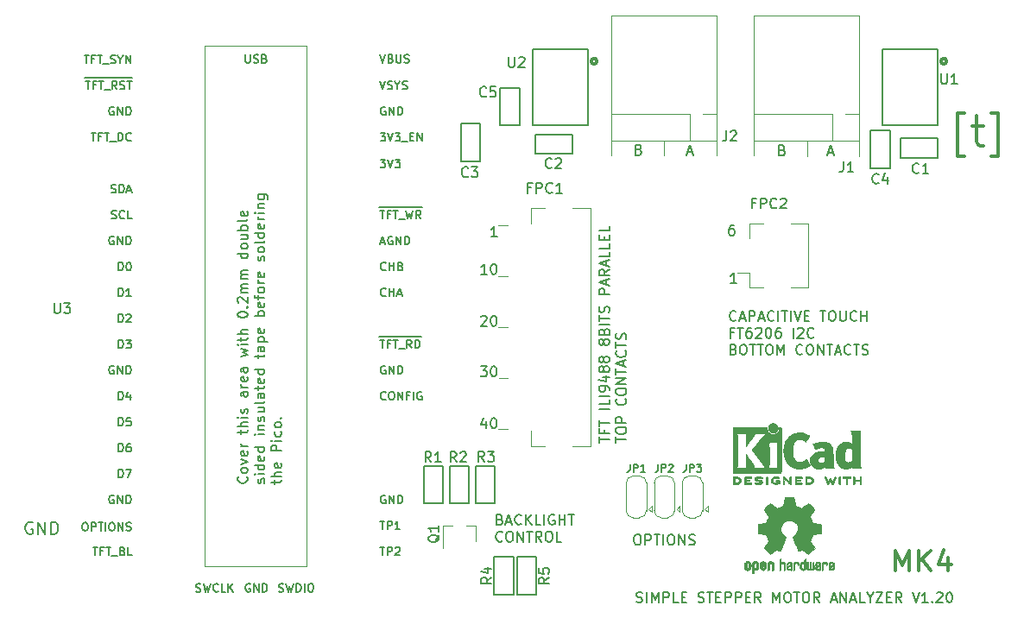
<source format=gto>
G04 #@! TF.GenerationSoftware,KiCad,Pcbnew,(5.1.10-1-10_14)*
G04 #@! TF.CreationDate,2021-10-20T12:02:30-05:00*
G04 #@! TF.ProjectId,stepper_analyzer,73746570-7065-4725-9f61-6e616c797a65,rev?*
G04 #@! TF.SameCoordinates,Original*
G04 #@! TF.FileFunction,Legend,Top*
G04 #@! TF.FilePolarity,Positive*
%FSLAX46Y46*%
G04 Gerber Fmt 4.6, Leading zero omitted, Abs format (unit mm)*
G04 Created by KiCad (PCBNEW (5.1.10-1-10_14)) date 2021-10-20 12:02:30*
%MOMM*%
%LPD*%
G01*
G04 APERTURE LIST*
%ADD10C,0.300000*%
%ADD11C,0.150000*%
%ADD12C,0.120000*%
%ADD13C,0.200000*%
%ADD14C,0.010000*%
%ADD15C,0.127000*%
%ADD16C,0.350000*%
G04 APERTURE END LIST*
D10*
X92524285Y45642857D02*
X91810000Y45642857D01*
X91810000Y49928571D01*
X92524285Y49928571D01*
X93238571Y48642857D02*
X94381428Y48642857D01*
X93667142Y49642857D02*
X93667142Y47071428D01*
X93810000Y46785714D01*
X94095714Y46642857D01*
X94381428Y46642857D01*
X95095714Y45642857D02*
X95810000Y45642857D01*
X95810000Y49928571D01*
X95095714Y49928571D01*
X85747452Y4986738D02*
X85747452Y6986738D01*
X86414119Y5558166D01*
X87080785Y6986738D01*
X87080785Y4986738D01*
X88033166Y4986738D02*
X88033166Y6986738D01*
X89176023Y4986738D02*
X88318880Y6129595D01*
X89176023Y6986738D02*
X88033166Y5843880D01*
X90890309Y6320071D02*
X90890309Y4986738D01*
X90414119Y7081976D02*
X89937928Y5653404D01*
X91176023Y5653404D01*
D11*
X60336071Y8547619D02*
X60526547Y8547619D01*
X60621785Y8500000D01*
X60717023Y8404761D01*
X60764642Y8214285D01*
X60764642Y7880952D01*
X60717023Y7690476D01*
X60621785Y7595238D01*
X60526547Y7547619D01*
X60336071Y7547619D01*
X60240833Y7595238D01*
X60145595Y7690476D01*
X60097976Y7880952D01*
X60097976Y8214285D01*
X60145595Y8404761D01*
X60240833Y8500000D01*
X60336071Y8547619D01*
X61193214Y7547619D02*
X61193214Y8547619D01*
X61574166Y8547619D01*
X61669404Y8500000D01*
X61717023Y8452380D01*
X61764642Y8357142D01*
X61764642Y8214285D01*
X61717023Y8119047D01*
X61669404Y8071428D01*
X61574166Y8023809D01*
X61193214Y8023809D01*
X62050357Y8547619D02*
X62621785Y8547619D01*
X62336071Y7547619D02*
X62336071Y8547619D01*
X62955119Y7547619D02*
X62955119Y8547619D01*
X63621785Y8547619D02*
X63812261Y8547619D01*
X63907500Y8500000D01*
X64002738Y8404761D01*
X64050357Y8214285D01*
X64050357Y7880952D01*
X64002738Y7690476D01*
X63907500Y7595238D01*
X63812261Y7547619D01*
X63621785Y7547619D01*
X63526547Y7595238D01*
X63431309Y7690476D01*
X63383690Y7880952D01*
X63383690Y8214285D01*
X63431309Y8404761D01*
X63526547Y8500000D01*
X63621785Y8547619D01*
X64478928Y7547619D02*
X64478928Y8547619D01*
X65050357Y7547619D01*
X65050357Y8547619D01*
X65478928Y7595238D02*
X65621785Y7547619D01*
X65859880Y7547619D01*
X65955119Y7595238D01*
X66002738Y7642857D01*
X66050357Y7738095D01*
X66050357Y7833333D01*
X66002738Y7928571D01*
X65955119Y7976190D01*
X65859880Y8023809D01*
X65669404Y8071428D01*
X65574166Y8119047D01*
X65526547Y8166666D01*
X65478928Y8261904D01*
X65478928Y8357142D01*
X65526547Y8452380D01*
X65574166Y8500000D01*
X65669404Y8547619D01*
X65907500Y8547619D01*
X66050357Y8500000D01*
X46934928Y10026428D02*
X47077785Y9978809D01*
X47125404Y9931190D01*
X47173023Y9835952D01*
X47173023Y9693095D01*
X47125404Y9597857D01*
X47077785Y9550238D01*
X46982547Y9502619D01*
X46601595Y9502619D01*
X46601595Y10502619D01*
X46934928Y10502619D01*
X47030166Y10455000D01*
X47077785Y10407380D01*
X47125404Y10312142D01*
X47125404Y10216904D01*
X47077785Y10121666D01*
X47030166Y10074047D01*
X46934928Y10026428D01*
X46601595Y10026428D01*
X47553976Y9788333D02*
X48030166Y9788333D01*
X47458738Y9502619D02*
X47792071Y10502619D01*
X48125404Y9502619D01*
X49030166Y9597857D02*
X48982547Y9550238D01*
X48839690Y9502619D01*
X48744452Y9502619D01*
X48601595Y9550238D01*
X48506357Y9645476D01*
X48458738Y9740714D01*
X48411119Y9931190D01*
X48411119Y10074047D01*
X48458738Y10264523D01*
X48506357Y10359761D01*
X48601595Y10455000D01*
X48744452Y10502619D01*
X48839690Y10502619D01*
X48982547Y10455000D01*
X49030166Y10407380D01*
X49458738Y9502619D02*
X49458738Y10502619D01*
X50030166Y9502619D02*
X49601595Y10074047D01*
X50030166Y10502619D02*
X49458738Y9931190D01*
X50934928Y9502619D02*
X50458738Y9502619D01*
X50458738Y10502619D01*
X51268261Y9502619D02*
X51268261Y10502619D01*
X52268261Y10455000D02*
X52173023Y10502619D01*
X52030166Y10502619D01*
X51887309Y10455000D01*
X51792071Y10359761D01*
X51744452Y10264523D01*
X51696833Y10074047D01*
X51696833Y9931190D01*
X51744452Y9740714D01*
X51792071Y9645476D01*
X51887309Y9550238D01*
X52030166Y9502619D01*
X52125404Y9502619D01*
X52268261Y9550238D01*
X52315880Y9597857D01*
X52315880Y9931190D01*
X52125404Y9931190D01*
X52744452Y9502619D02*
X52744452Y10502619D01*
X52744452Y10026428D02*
X53315880Y10026428D01*
X53315880Y9502619D02*
X53315880Y10502619D01*
X53649214Y10502619D02*
X54220642Y10502619D01*
X53934928Y9502619D02*
X53934928Y10502619D01*
X47173023Y7947857D02*
X47125404Y7900238D01*
X46982547Y7852619D01*
X46887309Y7852619D01*
X46744452Y7900238D01*
X46649214Y7995476D01*
X46601595Y8090714D01*
X46553976Y8281190D01*
X46553976Y8424047D01*
X46601595Y8614523D01*
X46649214Y8709761D01*
X46744452Y8805000D01*
X46887309Y8852619D01*
X46982547Y8852619D01*
X47125404Y8805000D01*
X47173023Y8757380D01*
X47792071Y8852619D02*
X47982547Y8852619D01*
X48077785Y8805000D01*
X48173023Y8709761D01*
X48220642Y8519285D01*
X48220642Y8185952D01*
X48173023Y7995476D01*
X48077785Y7900238D01*
X47982547Y7852619D01*
X47792071Y7852619D01*
X47696833Y7900238D01*
X47601595Y7995476D01*
X47553976Y8185952D01*
X47553976Y8519285D01*
X47601595Y8709761D01*
X47696833Y8805000D01*
X47792071Y8852619D01*
X48649214Y7852619D02*
X48649214Y8852619D01*
X49220642Y7852619D01*
X49220642Y8852619D01*
X49553976Y8852619D02*
X50125404Y8852619D01*
X49839690Y7852619D02*
X49839690Y8852619D01*
X51030166Y7852619D02*
X50696833Y8328809D01*
X50458738Y7852619D02*
X50458738Y8852619D01*
X50839690Y8852619D01*
X50934928Y8805000D01*
X50982547Y8757380D01*
X51030166Y8662142D01*
X51030166Y8519285D01*
X50982547Y8424047D01*
X50934928Y8376428D01*
X50839690Y8328809D01*
X50458738Y8328809D01*
X51649214Y8852619D02*
X51839690Y8852619D01*
X51934928Y8805000D01*
X52030166Y8709761D01*
X52077785Y8519285D01*
X52077785Y8185952D01*
X52030166Y7995476D01*
X51934928Y7900238D01*
X51839690Y7852619D01*
X51649214Y7852619D01*
X51553976Y7900238D01*
X51458738Y7995476D01*
X51411119Y8185952D01*
X51411119Y8519285D01*
X51458738Y8709761D01*
X51553976Y8805000D01*
X51649214Y8852619D01*
X52982547Y7852619D02*
X52506357Y7852619D01*
X52506357Y8852619D01*
X22113142Y14228023D02*
X22160761Y14180404D01*
X22208380Y14037547D01*
X22208380Y13942309D01*
X22160761Y13799452D01*
X22065523Y13704214D01*
X21970285Y13656595D01*
X21779809Y13608976D01*
X21636952Y13608976D01*
X21446476Y13656595D01*
X21351238Y13704214D01*
X21256000Y13799452D01*
X21208380Y13942309D01*
X21208380Y14037547D01*
X21256000Y14180404D01*
X21303619Y14228023D01*
X22208380Y14799452D02*
X22160761Y14704214D01*
X22113142Y14656595D01*
X22017904Y14608976D01*
X21732190Y14608976D01*
X21636952Y14656595D01*
X21589333Y14704214D01*
X21541714Y14799452D01*
X21541714Y14942309D01*
X21589333Y15037547D01*
X21636952Y15085166D01*
X21732190Y15132785D01*
X22017904Y15132785D01*
X22113142Y15085166D01*
X22160761Y15037547D01*
X22208380Y14942309D01*
X22208380Y14799452D01*
X21541714Y15466119D02*
X22208380Y15704214D01*
X21541714Y15942309D01*
X22160761Y16704214D02*
X22208380Y16608976D01*
X22208380Y16418500D01*
X22160761Y16323261D01*
X22065523Y16275642D01*
X21684571Y16275642D01*
X21589333Y16323261D01*
X21541714Y16418500D01*
X21541714Y16608976D01*
X21589333Y16704214D01*
X21684571Y16751833D01*
X21779809Y16751833D01*
X21875047Y16275642D01*
X22208380Y17180404D02*
X21541714Y17180404D01*
X21732190Y17180404D02*
X21636952Y17228023D01*
X21589333Y17275642D01*
X21541714Y17370880D01*
X21541714Y17466119D01*
X21541714Y18418500D02*
X21541714Y18799452D01*
X21208380Y18561357D02*
X22065523Y18561357D01*
X22160761Y18608976D01*
X22208380Y18704214D01*
X22208380Y18799452D01*
X22208380Y19132785D02*
X21208380Y19132785D01*
X22208380Y19561357D02*
X21684571Y19561357D01*
X21589333Y19513738D01*
X21541714Y19418500D01*
X21541714Y19275642D01*
X21589333Y19180404D01*
X21636952Y19132785D01*
X22208380Y20037547D02*
X21541714Y20037547D01*
X21208380Y20037547D02*
X21256000Y19989928D01*
X21303619Y20037547D01*
X21256000Y20085166D01*
X21208380Y20037547D01*
X21303619Y20037547D01*
X22160761Y20466119D02*
X22208380Y20561357D01*
X22208380Y20751833D01*
X22160761Y20847071D01*
X22065523Y20894690D01*
X22017904Y20894690D01*
X21922666Y20847071D01*
X21875047Y20751833D01*
X21875047Y20608976D01*
X21827428Y20513738D01*
X21732190Y20466119D01*
X21684571Y20466119D01*
X21589333Y20513738D01*
X21541714Y20608976D01*
X21541714Y20751833D01*
X21589333Y20847071D01*
X22208380Y22513738D02*
X21684571Y22513738D01*
X21589333Y22466119D01*
X21541714Y22370880D01*
X21541714Y22180404D01*
X21589333Y22085166D01*
X22160761Y22513738D02*
X22208380Y22418500D01*
X22208380Y22180404D01*
X22160761Y22085166D01*
X22065523Y22037547D01*
X21970285Y22037547D01*
X21875047Y22085166D01*
X21827428Y22180404D01*
X21827428Y22418500D01*
X21779809Y22513738D01*
X22208380Y22989928D02*
X21541714Y22989928D01*
X21732190Y22989928D02*
X21636952Y23037547D01*
X21589333Y23085166D01*
X21541714Y23180404D01*
X21541714Y23275642D01*
X22160761Y23989928D02*
X22208380Y23894690D01*
X22208380Y23704214D01*
X22160761Y23608976D01*
X22065523Y23561357D01*
X21684571Y23561357D01*
X21589333Y23608976D01*
X21541714Y23704214D01*
X21541714Y23894690D01*
X21589333Y23989928D01*
X21684571Y24037547D01*
X21779809Y24037547D01*
X21875047Y23561357D01*
X22208380Y24894690D02*
X21684571Y24894690D01*
X21589333Y24847071D01*
X21541714Y24751833D01*
X21541714Y24561357D01*
X21589333Y24466119D01*
X22160761Y24894690D02*
X22208380Y24799452D01*
X22208380Y24561357D01*
X22160761Y24466119D01*
X22065523Y24418500D01*
X21970285Y24418500D01*
X21875047Y24466119D01*
X21827428Y24561357D01*
X21827428Y24799452D01*
X21779809Y24894690D01*
X21541714Y26037547D02*
X22208380Y26228023D01*
X21732190Y26418500D01*
X22208380Y26608976D01*
X21541714Y26799452D01*
X22208380Y27180404D02*
X21541714Y27180404D01*
X21208380Y27180404D02*
X21256000Y27132785D01*
X21303619Y27180404D01*
X21256000Y27228023D01*
X21208380Y27180404D01*
X21303619Y27180404D01*
X21541714Y27513738D02*
X21541714Y27894690D01*
X21208380Y27656595D02*
X22065523Y27656595D01*
X22160761Y27704214D01*
X22208380Y27799452D01*
X22208380Y27894690D01*
X22208380Y28228023D02*
X21208380Y28228023D01*
X22208380Y28656595D02*
X21684571Y28656595D01*
X21589333Y28608976D01*
X21541714Y28513738D01*
X21541714Y28370880D01*
X21589333Y28275642D01*
X21636952Y28228023D01*
X21208380Y30085166D02*
X21208380Y30180404D01*
X21256000Y30275642D01*
X21303619Y30323261D01*
X21398857Y30370880D01*
X21589333Y30418500D01*
X21827428Y30418500D01*
X22017904Y30370880D01*
X22113142Y30323261D01*
X22160761Y30275642D01*
X22208380Y30180404D01*
X22208380Y30085166D01*
X22160761Y29989928D01*
X22113142Y29942309D01*
X22017904Y29894690D01*
X21827428Y29847071D01*
X21589333Y29847071D01*
X21398857Y29894690D01*
X21303619Y29942309D01*
X21256000Y29989928D01*
X21208380Y30085166D01*
X22113142Y30847071D02*
X22160761Y30894690D01*
X22208380Y30847071D01*
X22160761Y30799452D01*
X22113142Y30847071D01*
X22208380Y30847071D01*
X21303619Y31275642D02*
X21256000Y31323261D01*
X21208380Y31418500D01*
X21208380Y31656595D01*
X21256000Y31751833D01*
X21303619Y31799452D01*
X21398857Y31847071D01*
X21494095Y31847071D01*
X21636952Y31799452D01*
X22208380Y31228023D01*
X22208380Y31847071D01*
X22208380Y32275642D02*
X21541714Y32275642D01*
X21636952Y32275642D02*
X21589333Y32323261D01*
X21541714Y32418500D01*
X21541714Y32561357D01*
X21589333Y32656595D01*
X21684571Y32704214D01*
X22208380Y32704214D01*
X21684571Y32704214D02*
X21589333Y32751833D01*
X21541714Y32847071D01*
X21541714Y32989928D01*
X21589333Y33085166D01*
X21684571Y33132785D01*
X22208380Y33132785D01*
X22208380Y33608976D02*
X21541714Y33608976D01*
X21636952Y33608976D02*
X21589333Y33656595D01*
X21541714Y33751833D01*
X21541714Y33894690D01*
X21589333Y33989928D01*
X21684571Y34037547D01*
X22208380Y34037547D01*
X21684571Y34037547D02*
X21589333Y34085166D01*
X21541714Y34180404D01*
X21541714Y34323261D01*
X21589333Y34418500D01*
X21684571Y34466119D01*
X22208380Y34466119D01*
X22208380Y36132785D02*
X21208380Y36132785D01*
X22160761Y36132785D02*
X22208380Y36037547D01*
X22208380Y35847071D01*
X22160761Y35751833D01*
X22113142Y35704214D01*
X22017904Y35656595D01*
X21732190Y35656595D01*
X21636952Y35704214D01*
X21589333Y35751833D01*
X21541714Y35847071D01*
X21541714Y36037547D01*
X21589333Y36132785D01*
X22208380Y36751833D02*
X22160761Y36656595D01*
X22113142Y36608976D01*
X22017904Y36561357D01*
X21732190Y36561357D01*
X21636952Y36608976D01*
X21589333Y36656595D01*
X21541714Y36751833D01*
X21541714Y36894690D01*
X21589333Y36989928D01*
X21636952Y37037547D01*
X21732190Y37085166D01*
X22017904Y37085166D01*
X22113142Y37037547D01*
X22160761Y36989928D01*
X22208380Y36894690D01*
X22208380Y36751833D01*
X21541714Y37942309D02*
X22208380Y37942309D01*
X21541714Y37513738D02*
X22065523Y37513738D01*
X22160761Y37561357D01*
X22208380Y37656595D01*
X22208380Y37799452D01*
X22160761Y37894690D01*
X22113142Y37942309D01*
X22208380Y38418499D02*
X21208380Y38418499D01*
X21589333Y38418499D02*
X21541714Y38513738D01*
X21541714Y38704214D01*
X21589333Y38799452D01*
X21636952Y38847071D01*
X21732190Y38894690D01*
X22017904Y38894690D01*
X22113142Y38847071D01*
X22160761Y38799452D01*
X22208380Y38704214D01*
X22208380Y38513738D01*
X22160761Y38418499D01*
X22208380Y39466119D02*
X22160761Y39370880D01*
X22065523Y39323261D01*
X21208380Y39323261D01*
X22160761Y40228023D02*
X22208380Y40132785D01*
X22208380Y39942309D01*
X22160761Y39847071D01*
X22065523Y39799452D01*
X21684571Y39799452D01*
X21589333Y39847071D01*
X21541714Y39942309D01*
X21541714Y40132785D01*
X21589333Y40228023D01*
X21684571Y40275642D01*
X21779809Y40275642D01*
X21875047Y39799452D01*
X23810761Y13608976D02*
X23858380Y13704214D01*
X23858380Y13894690D01*
X23810761Y13989928D01*
X23715523Y14037547D01*
X23667904Y14037547D01*
X23572666Y13989928D01*
X23525047Y13894690D01*
X23525047Y13751833D01*
X23477428Y13656595D01*
X23382190Y13608976D01*
X23334571Y13608976D01*
X23239333Y13656595D01*
X23191714Y13751833D01*
X23191714Y13894690D01*
X23239333Y13989928D01*
X23858380Y14466119D02*
X23191714Y14466119D01*
X22858380Y14466119D02*
X22906000Y14418500D01*
X22953619Y14466119D01*
X22906000Y14513738D01*
X22858380Y14466119D01*
X22953619Y14466119D01*
X23858380Y15370880D02*
X22858380Y15370880D01*
X23810761Y15370880D02*
X23858380Y15275642D01*
X23858380Y15085166D01*
X23810761Y14989928D01*
X23763142Y14942309D01*
X23667904Y14894690D01*
X23382190Y14894690D01*
X23286952Y14942309D01*
X23239333Y14989928D01*
X23191714Y15085166D01*
X23191714Y15275642D01*
X23239333Y15370880D01*
X23810761Y16228023D02*
X23858380Y16132785D01*
X23858380Y15942309D01*
X23810761Y15847071D01*
X23715523Y15799452D01*
X23334571Y15799452D01*
X23239333Y15847071D01*
X23191714Y15942309D01*
X23191714Y16132785D01*
X23239333Y16228023D01*
X23334571Y16275642D01*
X23429809Y16275642D01*
X23525047Y15799452D01*
X23858380Y17132785D02*
X22858380Y17132785D01*
X23810761Y17132785D02*
X23858380Y17037547D01*
X23858380Y16847071D01*
X23810761Y16751833D01*
X23763142Y16704214D01*
X23667904Y16656595D01*
X23382190Y16656595D01*
X23286952Y16704214D01*
X23239333Y16751833D01*
X23191714Y16847071D01*
X23191714Y17037547D01*
X23239333Y17132785D01*
X23858380Y18370880D02*
X23191714Y18370880D01*
X22858380Y18370880D02*
X22906000Y18323261D01*
X22953619Y18370880D01*
X22906000Y18418500D01*
X22858380Y18370880D01*
X22953619Y18370880D01*
X23191714Y18847071D02*
X23858380Y18847071D01*
X23286952Y18847071D02*
X23239333Y18894690D01*
X23191714Y18989928D01*
X23191714Y19132785D01*
X23239333Y19228023D01*
X23334571Y19275642D01*
X23858380Y19275642D01*
X23810761Y19704214D02*
X23858380Y19799452D01*
X23858380Y19989928D01*
X23810761Y20085166D01*
X23715523Y20132785D01*
X23667904Y20132785D01*
X23572666Y20085166D01*
X23525047Y19989928D01*
X23525047Y19847071D01*
X23477428Y19751833D01*
X23382190Y19704214D01*
X23334571Y19704214D01*
X23239333Y19751833D01*
X23191714Y19847071D01*
X23191714Y19989928D01*
X23239333Y20085166D01*
X23191714Y20989928D02*
X23858380Y20989928D01*
X23191714Y20561357D02*
X23715523Y20561357D01*
X23810761Y20608976D01*
X23858380Y20704214D01*
X23858380Y20847071D01*
X23810761Y20942309D01*
X23763142Y20989928D01*
X23858380Y21608976D02*
X23810761Y21513738D01*
X23715523Y21466119D01*
X22858380Y21466119D01*
X23858380Y22418500D02*
X23334571Y22418500D01*
X23239333Y22370880D01*
X23191714Y22275642D01*
X23191714Y22085166D01*
X23239333Y21989928D01*
X23810761Y22418500D02*
X23858380Y22323261D01*
X23858380Y22085166D01*
X23810761Y21989928D01*
X23715523Y21942309D01*
X23620285Y21942309D01*
X23525047Y21989928D01*
X23477428Y22085166D01*
X23477428Y22323261D01*
X23429809Y22418500D01*
X23191714Y22751833D02*
X23191714Y23132785D01*
X22858380Y22894690D02*
X23715523Y22894690D01*
X23810761Y22942309D01*
X23858380Y23037547D01*
X23858380Y23132785D01*
X23810761Y23847071D02*
X23858380Y23751833D01*
X23858380Y23561357D01*
X23810761Y23466119D01*
X23715523Y23418500D01*
X23334571Y23418500D01*
X23239333Y23466119D01*
X23191714Y23561357D01*
X23191714Y23751833D01*
X23239333Y23847071D01*
X23334571Y23894690D01*
X23429809Y23894690D01*
X23525047Y23418500D01*
X23858380Y24751833D02*
X22858380Y24751833D01*
X23810761Y24751833D02*
X23858380Y24656595D01*
X23858380Y24466119D01*
X23810761Y24370880D01*
X23763142Y24323261D01*
X23667904Y24275642D01*
X23382190Y24275642D01*
X23286952Y24323261D01*
X23239333Y24370880D01*
X23191714Y24466119D01*
X23191714Y24656595D01*
X23239333Y24751833D01*
X23191714Y25847071D02*
X23191714Y26228023D01*
X22858380Y25989928D02*
X23715523Y25989928D01*
X23810761Y26037547D01*
X23858380Y26132785D01*
X23858380Y26228023D01*
X23858380Y26989928D02*
X23334571Y26989928D01*
X23239333Y26942309D01*
X23191714Y26847071D01*
X23191714Y26656595D01*
X23239333Y26561357D01*
X23810761Y26989928D02*
X23858380Y26894690D01*
X23858380Y26656595D01*
X23810761Y26561357D01*
X23715523Y26513738D01*
X23620285Y26513738D01*
X23525047Y26561357D01*
X23477428Y26656595D01*
X23477428Y26894690D01*
X23429809Y26989928D01*
X23191714Y27466119D02*
X24191714Y27466119D01*
X23239333Y27466119D02*
X23191714Y27561357D01*
X23191714Y27751833D01*
X23239333Y27847071D01*
X23286952Y27894690D01*
X23382190Y27942309D01*
X23667904Y27942309D01*
X23763142Y27894690D01*
X23810761Y27847071D01*
X23858380Y27751833D01*
X23858380Y27561357D01*
X23810761Y27466119D01*
X23810761Y28751833D02*
X23858380Y28656595D01*
X23858380Y28466119D01*
X23810761Y28370880D01*
X23715523Y28323261D01*
X23334571Y28323261D01*
X23239333Y28370880D01*
X23191714Y28466119D01*
X23191714Y28656595D01*
X23239333Y28751833D01*
X23334571Y28799452D01*
X23429809Y28799452D01*
X23525047Y28323261D01*
X23858380Y29989928D02*
X22858380Y29989928D01*
X23239333Y29989928D02*
X23191714Y30085166D01*
X23191714Y30275642D01*
X23239333Y30370880D01*
X23286952Y30418500D01*
X23382190Y30466119D01*
X23667904Y30466119D01*
X23763142Y30418500D01*
X23810761Y30370880D01*
X23858380Y30275642D01*
X23858380Y30085166D01*
X23810761Y29989928D01*
X23810761Y31275642D02*
X23858380Y31180404D01*
X23858380Y30989928D01*
X23810761Y30894690D01*
X23715523Y30847071D01*
X23334571Y30847071D01*
X23239333Y30894690D01*
X23191714Y30989928D01*
X23191714Y31180404D01*
X23239333Y31275642D01*
X23334571Y31323261D01*
X23429809Y31323261D01*
X23525047Y30847071D01*
X23191714Y31608976D02*
X23191714Y31989928D01*
X23858380Y31751833D02*
X23001238Y31751833D01*
X22906000Y31799452D01*
X22858380Y31894690D01*
X22858380Y31989928D01*
X23858380Y32466119D02*
X23810761Y32370880D01*
X23763142Y32323261D01*
X23667904Y32275642D01*
X23382190Y32275642D01*
X23286952Y32323261D01*
X23239333Y32370880D01*
X23191714Y32466119D01*
X23191714Y32608976D01*
X23239333Y32704214D01*
X23286952Y32751833D01*
X23382190Y32799452D01*
X23667904Y32799452D01*
X23763142Y32751833D01*
X23810761Y32704214D01*
X23858380Y32608976D01*
X23858380Y32466119D01*
X23858380Y33228023D02*
X23191714Y33228023D01*
X23382190Y33228023D02*
X23286952Y33275642D01*
X23239333Y33323261D01*
X23191714Y33418499D01*
X23191714Y33513738D01*
X23810761Y34228023D02*
X23858380Y34132785D01*
X23858380Y33942309D01*
X23810761Y33847071D01*
X23715523Y33799452D01*
X23334571Y33799452D01*
X23239333Y33847071D01*
X23191714Y33942309D01*
X23191714Y34132785D01*
X23239333Y34228023D01*
X23334571Y34275642D01*
X23429809Y34275642D01*
X23525047Y33799452D01*
X23810761Y35418499D02*
X23858380Y35513738D01*
X23858380Y35704214D01*
X23810761Y35799452D01*
X23715523Y35847071D01*
X23667904Y35847071D01*
X23572666Y35799452D01*
X23525047Y35704214D01*
X23525047Y35561357D01*
X23477428Y35466119D01*
X23382190Y35418499D01*
X23334571Y35418499D01*
X23239333Y35466119D01*
X23191714Y35561357D01*
X23191714Y35704214D01*
X23239333Y35799452D01*
X23858380Y36418499D02*
X23810761Y36323261D01*
X23763142Y36275642D01*
X23667904Y36228023D01*
X23382190Y36228023D01*
X23286952Y36275642D01*
X23239333Y36323261D01*
X23191714Y36418499D01*
X23191714Y36561357D01*
X23239333Y36656595D01*
X23286952Y36704214D01*
X23382190Y36751833D01*
X23667904Y36751833D01*
X23763142Y36704214D01*
X23810761Y36656595D01*
X23858380Y36561357D01*
X23858380Y36418499D01*
X23858380Y37323261D02*
X23810761Y37228023D01*
X23715523Y37180404D01*
X22858380Y37180404D01*
X23858380Y38132785D02*
X22858380Y38132785D01*
X23810761Y38132785D02*
X23858380Y38037547D01*
X23858380Y37847071D01*
X23810761Y37751833D01*
X23763142Y37704214D01*
X23667904Y37656595D01*
X23382190Y37656595D01*
X23286952Y37704214D01*
X23239333Y37751833D01*
X23191714Y37847071D01*
X23191714Y38037547D01*
X23239333Y38132785D01*
X23810761Y38989928D02*
X23858380Y38894690D01*
X23858380Y38704214D01*
X23810761Y38608976D01*
X23715523Y38561357D01*
X23334571Y38561357D01*
X23239333Y38608976D01*
X23191714Y38704214D01*
X23191714Y38894690D01*
X23239333Y38989928D01*
X23334571Y39037547D01*
X23429809Y39037547D01*
X23525047Y38561357D01*
X23858380Y39466119D02*
X23191714Y39466119D01*
X23382190Y39466119D02*
X23286952Y39513738D01*
X23239333Y39561357D01*
X23191714Y39656595D01*
X23191714Y39751833D01*
X23858380Y40085166D02*
X23191714Y40085166D01*
X22858380Y40085166D02*
X22906000Y40037547D01*
X22953619Y40085166D01*
X22906000Y40132785D01*
X22858380Y40085166D01*
X22953619Y40085166D01*
X23191714Y40561357D02*
X23858380Y40561357D01*
X23286952Y40561357D02*
X23239333Y40608976D01*
X23191714Y40704214D01*
X23191714Y40847071D01*
X23239333Y40942309D01*
X23334571Y40989928D01*
X23858380Y40989928D01*
X23191714Y41894690D02*
X24001238Y41894690D01*
X24096476Y41847071D01*
X24144095Y41799452D01*
X24191714Y41704214D01*
X24191714Y41561357D01*
X24144095Y41466119D01*
X23810761Y41894690D02*
X23858380Y41799452D01*
X23858380Y41608976D01*
X23810761Y41513738D01*
X23763142Y41466119D01*
X23667904Y41418499D01*
X23382190Y41418499D01*
X23286952Y41466119D01*
X23239333Y41513738D01*
X23191714Y41608976D01*
X23191714Y41799452D01*
X23239333Y41894690D01*
X24841714Y13513738D02*
X24841714Y13894690D01*
X24508380Y13656595D02*
X25365523Y13656595D01*
X25460761Y13704214D01*
X25508380Y13799452D01*
X25508380Y13894690D01*
X25508380Y14228023D02*
X24508380Y14228023D01*
X25508380Y14656595D02*
X24984571Y14656595D01*
X24889333Y14608976D01*
X24841714Y14513738D01*
X24841714Y14370880D01*
X24889333Y14275642D01*
X24936952Y14228023D01*
X25460761Y15513738D02*
X25508380Y15418500D01*
X25508380Y15228023D01*
X25460761Y15132785D01*
X25365523Y15085166D01*
X24984571Y15085166D01*
X24889333Y15132785D01*
X24841714Y15228023D01*
X24841714Y15418500D01*
X24889333Y15513738D01*
X24984571Y15561357D01*
X25079809Y15561357D01*
X25175047Y15085166D01*
X25508380Y16751833D02*
X24508380Y16751833D01*
X24508380Y17132785D01*
X24556000Y17228023D01*
X24603619Y17275642D01*
X24698857Y17323261D01*
X24841714Y17323261D01*
X24936952Y17275642D01*
X24984571Y17228023D01*
X25032190Y17132785D01*
X25032190Y16751833D01*
X25508380Y17751833D02*
X24841714Y17751833D01*
X24508380Y17751833D02*
X24556000Y17704214D01*
X24603619Y17751833D01*
X24556000Y17799452D01*
X24508380Y17751833D01*
X24603619Y17751833D01*
X25460761Y18656595D02*
X25508380Y18561357D01*
X25508380Y18370880D01*
X25460761Y18275642D01*
X25413142Y18228023D01*
X25317904Y18180404D01*
X25032190Y18180404D01*
X24936952Y18228023D01*
X24889333Y18275642D01*
X24841714Y18370880D01*
X24841714Y18561357D01*
X24889333Y18656595D01*
X25508380Y19228023D02*
X25460761Y19132785D01*
X25413142Y19085166D01*
X25317904Y19037547D01*
X25032190Y19037547D01*
X24936952Y19085166D01*
X24889333Y19132785D01*
X24841714Y19228023D01*
X24841714Y19370880D01*
X24889333Y19466119D01*
X24936952Y19513738D01*
X25032190Y19561357D01*
X25317904Y19561357D01*
X25413142Y19513738D01*
X25460761Y19466119D01*
X25508380Y19370880D01*
X25508380Y19228023D01*
X25413142Y19989928D02*
X25460761Y20037547D01*
X25508380Y19989928D01*
X25460761Y19942309D01*
X25413142Y19989928D01*
X25508380Y19989928D01*
X69860476Y38897619D02*
X69670000Y38897619D01*
X69574761Y38850000D01*
X69527142Y38802380D01*
X69431904Y38659523D01*
X69384285Y38469047D01*
X69384285Y38088095D01*
X69431904Y37992857D01*
X69479523Y37945238D01*
X69574761Y37897619D01*
X69765238Y37897619D01*
X69860476Y37945238D01*
X69908095Y37992857D01*
X69955714Y38088095D01*
X69955714Y38326190D01*
X69908095Y38421428D01*
X69860476Y38469047D01*
X69765238Y38516666D01*
X69574761Y38516666D01*
X69479523Y38469047D01*
X69431904Y38421428D01*
X69384285Y38326190D01*
X65361904Y46063333D02*
X65838095Y46063333D01*
X65266666Y45777619D02*
X65600000Y46777619D01*
X65933333Y45777619D01*
X60561428Y46301428D02*
X60704285Y46253809D01*
X60751904Y46206190D01*
X60799523Y46110952D01*
X60799523Y45968095D01*
X60751904Y45872857D01*
X60704285Y45825238D01*
X60609047Y45777619D01*
X60228095Y45777619D01*
X60228095Y46777619D01*
X60561428Y46777619D01*
X60656666Y46730000D01*
X60704285Y46682380D01*
X60751904Y46587142D01*
X60751904Y46491904D01*
X60704285Y46396666D01*
X60656666Y46349047D01*
X60561428Y46301428D01*
X60228095Y46301428D01*
D12*
X63060000Y47180000D02*
X63060000Y45720000D01*
X57890000Y47180000D02*
X57890000Y45730000D01*
X65550000Y47170000D02*
X68160000Y47170000D01*
X68170000Y48500000D02*
X68170000Y45720000D01*
X82150000Y48520000D02*
X82150000Y45630000D01*
X79520000Y47180000D02*
X82050000Y47180000D01*
X71860000Y47220000D02*
X71860000Y45710000D01*
X77040000Y47180000D02*
X77040000Y45680000D01*
D11*
X74641428Y46251428D02*
X74784285Y46203809D01*
X74831904Y46156190D01*
X74879523Y46060952D01*
X74879523Y45918095D01*
X74831904Y45822857D01*
X74784285Y45775238D01*
X74689047Y45727619D01*
X74308095Y45727619D01*
X74308095Y46727619D01*
X74641428Y46727619D01*
X74736666Y46680000D01*
X74784285Y46632380D01*
X74831904Y46537142D01*
X74831904Y46441904D01*
X74784285Y46346666D01*
X74736666Y46299047D01*
X74641428Y46251428D01*
X74308095Y46251428D01*
X79161904Y46033333D02*
X79638095Y46033333D01*
X79066666Y45747619D02*
X79400000Y46747619D01*
X79733333Y45747619D01*
X45656523Y34091619D02*
X45085095Y34091619D01*
X45370809Y34091619D02*
X45370809Y35091619D01*
X45275571Y34948761D01*
X45180333Y34853523D01*
X45085095Y34805904D01*
X46275571Y35091619D02*
X46370809Y35091619D01*
X46466047Y35044000D01*
X46513666Y34996380D01*
X46561285Y34901142D01*
X46608904Y34710666D01*
X46608904Y34472571D01*
X46561285Y34282095D01*
X46513666Y34186857D01*
X46466047Y34139238D01*
X46370809Y34091619D01*
X46275571Y34091619D01*
X46180333Y34139238D01*
X46132714Y34186857D01*
X46085095Y34282095D01*
X46037476Y34472571D01*
X46037476Y34710666D01*
X46085095Y34901142D01*
X46132714Y34996380D01*
X46180333Y35044000D01*
X46275571Y35091619D01*
X45085095Y29916380D02*
X45132714Y29964000D01*
X45227952Y30011619D01*
X45466047Y30011619D01*
X45561285Y29964000D01*
X45608904Y29916380D01*
X45656523Y29821142D01*
X45656523Y29725904D01*
X45608904Y29583047D01*
X45037476Y29011619D01*
X45656523Y29011619D01*
X46275571Y30011619D02*
X46370809Y30011619D01*
X46466047Y29964000D01*
X46513666Y29916380D01*
X46561285Y29821142D01*
X46608904Y29630666D01*
X46608904Y29392571D01*
X46561285Y29202095D01*
X46513666Y29106857D01*
X46466047Y29059238D01*
X46370809Y29011619D01*
X46275571Y29011619D01*
X46180333Y29059238D01*
X46132714Y29106857D01*
X46085095Y29202095D01*
X46037476Y29392571D01*
X46037476Y29630666D01*
X46085095Y29821142D01*
X46132714Y29916380D01*
X46180333Y29964000D01*
X46275571Y30011619D01*
X45037476Y25058619D02*
X45656523Y25058619D01*
X45323190Y24677666D01*
X45466047Y24677666D01*
X45561285Y24630047D01*
X45608904Y24582428D01*
X45656523Y24487190D01*
X45656523Y24249095D01*
X45608904Y24153857D01*
X45561285Y24106238D01*
X45466047Y24058619D01*
X45180333Y24058619D01*
X45085095Y24106238D01*
X45037476Y24153857D01*
X46275571Y25058619D02*
X46370809Y25058619D01*
X46466047Y25011000D01*
X46513666Y24963380D01*
X46561285Y24868142D01*
X46608904Y24677666D01*
X46608904Y24439571D01*
X46561285Y24249095D01*
X46513666Y24153857D01*
X46466047Y24106238D01*
X46370809Y24058619D01*
X46275571Y24058619D01*
X46180333Y24106238D01*
X46132714Y24153857D01*
X46085095Y24249095D01*
X46037476Y24439571D01*
X46037476Y24677666D01*
X46085095Y24868142D01*
X46132714Y24963380D01*
X46180333Y25011000D01*
X46275571Y25058619D01*
D13*
X1092214Y9730000D02*
X977928Y9787142D01*
X806500Y9787142D01*
X635071Y9730000D01*
X520785Y9615714D01*
X463642Y9501428D01*
X406500Y9272857D01*
X406500Y9101428D01*
X463642Y8872857D01*
X520785Y8758571D01*
X635071Y8644285D01*
X806500Y8587142D01*
X920785Y8587142D01*
X1092214Y8644285D01*
X1149357Y8701428D01*
X1149357Y9101428D01*
X920785Y9101428D01*
X1663642Y8587142D02*
X1663642Y9787142D01*
X2349357Y8587142D01*
X2349357Y9787142D01*
X2920785Y8587142D02*
X2920785Y9787142D01*
X3206500Y9787142D01*
X3377928Y9730000D01*
X3492214Y9615714D01*
X3549357Y9501428D01*
X3606500Y9272857D01*
X3606500Y9101428D01*
X3549357Y8872857D01*
X3492214Y8758571D01*
X3377928Y8644285D01*
X3206500Y8587142D01*
X2920785Y8587142D01*
D11*
X56667380Y17582738D02*
X56667380Y18154166D01*
X57667380Y17868452D02*
X56667380Y17868452D01*
X57143571Y18820833D02*
X57143571Y18487500D01*
X57667380Y18487500D02*
X56667380Y18487500D01*
X56667380Y18963690D01*
X56667380Y19201785D02*
X56667380Y19773214D01*
X57667380Y19487500D02*
X56667380Y19487500D01*
X57667380Y20868452D02*
X56667380Y20868452D01*
X57667380Y21820833D02*
X57667380Y21344642D01*
X56667380Y21344642D01*
X57667380Y22154166D02*
X56667380Y22154166D01*
X57667380Y22677976D02*
X57667380Y22868452D01*
X57619761Y22963690D01*
X57572142Y23011309D01*
X57429285Y23106547D01*
X57238809Y23154166D01*
X56857857Y23154166D01*
X56762619Y23106547D01*
X56715000Y23058928D01*
X56667380Y22963690D01*
X56667380Y22773214D01*
X56715000Y22677976D01*
X56762619Y22630357D01*
X56857857Y22582738D01*
X57095952Y22582738D01*
X57191190Y22630357D01*
X57238809Y22677976D01*
X57286428Y22773214D01*
X57286428Y22963690D01*
X57238809Y23058928D01*
X57191190Y23106547D01*
X57095952Y23154166D01*
X57000714Y24011309D02*
X57667380Y24011309D01*
X56619761Y23773214D02*
X57334047Y23535119D01*
X57334047Y24154166D01*
X57095952Y24677976D02*
X57048333Y24582738D01*
X57000714Y24535119D01*
X56905476Y24487500D01*
X56857857Y24487500D01*
X56762619Y24535119D01*
X56715000Y24582738D01*
X56667380Y24677976D01*
X56667380Y24868452D01*
X56715000Y24963690D01*
X56762619Y25011309D01*
X56857857Y25058928D01*
X56905476Y25058928D01*
X57000714Y25011309D01*
X57048333Y24963690D01*
X57095952Y24868452D01*
X57095952Y24677976D01*
X57143571Y24582738D01*
X57191190Y24535119D01*
X57286428Y24487500D01*
X57476904Y24487500D01*
X57572142Y24535119D01*
X57619761Y24582738D01*
X57667380Y24677976D01*
X57667380Y24868452D01*
X57619761Y24963690D01*
X57572142Y25011309D01*
X57476904Y25058928D01*
X57286428Y25058928D01*
X57191190Y25011309D01*
X57143571Y24963690D01*
X57095952Y24868452D01*
X57095952Y25630357D02*
X57048333Y25535119D01*
X57000714Y25487500D01*
X56905476Y25439880D01*
X56857857Y25439880D01*
X56762619Y25487500D01*
X56715000Y25535119D01*
X56667380Y25630357D01*
X56667380Y25820833D01*
X56715000Y25916071D01*
X56762619Y25963690D01*
X56857857Y26011309D01*
X56905476Y26011309D01*
X57000714Y25963690D01*
X57048333Y25916071D01*
X57095952Y25820833D01*
X57095952Y25630357D01*
X57143571Y25535119D01*
X57191190Y25487500D01*
X57286428Y25439880D01*
X57476904Y25439880D01*
X57572142Y25487500D01*
X57619761Y25535119D01*
X57667380Y25630357D01*
X57667380Y25820833D01*
X57619761Y25916071D01*
X57572142Y25963690D01*
X57476904Y26011309D01*
X57286428Y26011309D01*
X57191190Y25963690D01*
X57143571Y25916071D01*
X57095952Y25820833D01*
X57095952Y27344642D02*
X57048333Y27249404D01*
X57000714Y27201785D01*
X56905476Y27154166D01*
X56857857Y27154166D01*
X56762619Y27201785D01*
X56715000Y27249404D01*
X56667380Y27344642D01*
X56667380Y27535119D01*
X56715000Y27630357D01*
X56762619Y27677976D01*
X56857857Y27725595D01*
X56905476Y27725595D01*
X57000714Y27677976D01*
X57048333Y27630357D01*
X57095952Y27535119D01*
X57095952Y27344642D01*
X57143571Y27249404D01*
X57191190Y27201785D01*
X57286428Y27154166D01*
X57476904Y27154166D01*
X57572142Y27201785D01*
X57619761Y27249404D01*
X57667380Y27344642D01*
X57667380Y27535119D01*
X57619761Y27630357D01*
X57572142Y27677976D01*
X57476904Y27725595D01*
X57286428Y27725595D01*
X57191190Y27677976D01*
X57143571Y27630357D01*
X57095952Y27535119D01*
X57143571Y28487500D02*
X57191190Y28630357D01*
X57238809Y28677976D01*
X57334047Y28725595D01*
X57476904Y28725595D01*
X57572142Y28677976D01*
X57619761Y28630357D01*
X57667380Y28535119D01*
X57667380Y28154166D01*
X56667380Y28154166D01*
X56667380Y28487500D01*
X56715000Y28582738D01*
X56762619Y28630357D01*
X56857857Y28677976D01*
X56953095Y28677976D01*
X57048333Y28630357D01*
X57095952Y28582738D01*
X57143571Y28487500D01*
X57143571Y28154166D01*
X57667380Y29154166D02*
X56667380Y29154166D01*
X56667380Y29487500D02*
X56667380Y30058928D01*
X57667380Y29773214D02*
X56667380Y29773214D01*
X57619761Y30344642D02*
X57667380Y30487500D01*
X57667380Y30725595D01*
X57619761Y30820833D01*
X57572142Y30868452D01*
X57476904Y30916071D01*
X57381666Y30916071D01*
X57286428Y30868452D01*
X57238809Y30820833D01*
X57191190Y30725595D01*
X57143571Y30535119D01*
X57095952Y30439880D01*
X57048333Y30392261D01*
X56953095Y30344642D01*
X56857857Y30344642D01*
X56762619Y30392261D01*
X56715000Y30439880D01*
X56667380Y30535119D01*
X56667380Y30773214D01*
X56715000Y30916071D01*
X57667380Y32106547D02*
X56667380Y32106547D01*
X56667380Y32487500D01*
X56715000Y32582738D01*
X56762619Y32630357D01*
X56857857Y32677976D01*
X57000714Y32677976D01*
X57095952Y32630357D01*
X57143571Y32582738D01*
X57191190Y32487500D01*
X57191190Y32106547D01*
X57381666Y33058928D02*
X57381666Y33535119D01*
X57667380Y32963690D02*
X56667380Y33297023D01*
X57667380Y33630357D01*
X57667380Y34535119D02*
X57191190Y34201785D01*
X57667380Y33963690D02*
X56667380Y33963690D01*
X56667380Y34344642D01*
X56715000Y34439880D01*
X56762619Y34487500D01*
X56857857Y34535119D01*
X57000714Y34535119D01*
X57095952Y34487500D01*
X57143571Y34439880D01*
X57191190Y34344642D01*
X57191190Y33963690D01*
X57381666Y34916071D02*
X57381666Y35392261D01*
X57667380Y34820833D02*
X56667380Y35154166D01*
X57667380Y35487500D01*
X57667380Y36297023D02*
X57667380Y35820833D01*
X56667380Y35820833D01*
X57667380Y37106547D02*
X57667380Y36630357D01*
X56667380Y36630357D01*
X57143571Y37439880D02*
X57143571Y37773214D01*
X57667380Y37916071D02*
X57667380Y37439880D01*
X56667380Y37439880D01*
X56667380Y37916071D01*
X57667380Y38820833D02*
X57667380Y38344642D01*
X56667380Y38344642D01*
X58317380Y17582738D02*
X58317380Y18154166D01*
X59317380Y17868452D02*
X58317380Y17868452D01*
X58317380Y18677976D02*
X58317380Y18868452D01*
X58365000Y18963690D01*
X58460238Y19058928D01*
X58650714Y19106547D01*
X58984047Y19106547D01*
X59174523Y19058928D01*
X59269761Y18963690D01*
X59317380Y18868452D01*
X59317380Y18677976D01*
X59269761Y18582738D01*
X59174523Y18487500D01*
X58984047Y18439880D01*
X58650714Y18439880D01*
X58460238Y18487500D01*
X58365000Y18582738D01*
X58317380Y18677976D01*
X59317380Y19535119D02*
X58317380Y19535119D01*
X58317380Y19916071D01*
X58365000Y20011309D01*
X58412619Y20058928D01*
X58507857Y20106547D01*
X58650714Y20106547D01*
X58745952Y20058928D01*
X58793571Y20011309D01*
X58841190Y19916071D01*
X58841190Y19535119D01*
X59222142Y21868452D02*
X59269761Y21820833D01*
X59317380Y21677976D01*
X59317380Y21582738D01*
X59269761Y21439880D01*
X59174523Y21344642D01*
X59079285Y21297023D01*
X58888809Y21249404D01*
X58745952Y21249404D01*
X58555476Y21297023D01*
X58460238Y21344642D01*
X58365000Y21439880D01*
X58317380Y21582738D01*
X58317380Y21677976D01*
X58365000Y21820833D01*
X58412619Y21868452D01*
X58317380Y22487500D02*
X58317380Y22677976D01*
X58365000Y22773214D01*
X58460238Y22868452D01*
X58650714Y22916071D01*
X58984047Y22916071D01*
X59174523Y22868452D01*
X59269761Y22773214D01*
X59317380Y22677976D01*
X59317380Y22487500D01*
X59269761Y22392261D01*
X59174523Y22297023D01*
X58984047Y22249404D01*
X58650714Y22249404D01*
X58460238Y22297023D01*
X58365000Y22392261D01*
X58317380Y22487500D01*
X59317380Y23344642D02*
X58317380Y23344642D01*
X59317380Y23916071D01*
X58317380Y23916071D01*
X58317380Y24249404D02*
X58317380Y24820833D01*
X59317380Y24535119D02*
X58317380Y24535119D01*
X59031666Y25106547D02*
X59031666Y25582738D01*
X59317380Y25011309D02*
X58317380Y25344642D01*
X59317380Y25677976D01*
X59222142Y26582738D02*
X59269761Y26535119D01*
X59317380Y26392261D01*
X59317380Y26297023D01*
X59269761Y26154166D01*
X59174523Y26058928D01*
X59079285Y26011309D01*
X58888809Y25963690D01*
X58745952Y25963690D01*
X58555476Y26011309D01*
X58460238Y26058928D01*
X58365000Y26154166D01*
X58317380Y26297023D01*
X58317380Y26392261D01*
X58365000Y26535119D01*
X58412619Y26582738D01*
X58317380Y26868452D02*
X58317380Y27439880D01*
X59317380Y27154166D02*
X58317380Y27154166D01*
X59269761Y27725595D02*
X59317380Y27868452D01*
X59317380Y28106547D01*
X59269761Y28201785D01*
X59222142Y28249404D01*
X59126904Y28297023D01*
X59031666Y28297023D01*
X58936428Y28249404D01*
X58888809Y28201785D01*
X58841190Y28106547D01*
X58793571Y27916071D01*
X58745952Y27820833D01*
X58698333Y27773214D01*
X58603095Y27725595D01*
X58507857Y27725595D01*
X58412619Y27773214D01*
X58365000Y27820833D01*
X58317380Y27916071D01*
X58317380Y28154166D01*
X58365000Y28297023D01*
X70087023Y29582857D02*
X70039404Y29535238D01*
X69896547Y29487619D01*
X69801309Y29487619D01*
X69658452Y29535238D01*
X69563214Y29630476D01*
X69515595Y29725714D01*
X69467976Y29916190D01*
X69467976Y30059047D01*
X69515595Y30249523D01*
X69563214Y30344761D01*
X69658452Y30440000D01*
X69801309Y30487619D01*
X69896547Y30487619D01*
X70039404Y30440000D01*
X70087023Y30392380D01*
X70467976Y29773333D02*
X70944166Y29773333D01*
X70372738Y29487619D02*
X70706071Y30487619D01*
X71039404Y29487619D01*
X71372738Y29487619D02*
X71372738Y30487619D01*
X71753690Y30487619D01*
X71848928Y30440000D01*
X71896547Y30392380D01*
X71944166Y30297142D01*
X71944166Y30154285D01*
X71896547Y30059047D01*
X71848928Y30011428D01*
X71753690Y29963809D01*
X71372738Y29963809D01*
X72325119Y29773333D02*
X72801309Y29773333D01*
X72229880Y29487619D02*
X72563214Y30487619D01*
X72896547Y29487619D01*
X73801309Y29582857D02*
X73753690Y29535238D01*
X73610833Y29487619D01*
X73515595Y29487619D01*
X73372738Y29535238D01*
X73277500Y29630476D01*
X73229880Y29725714D01*
X73182261Y29916190D01*
X73182261Y30059047D01*
X73229880Y30249523D01*
X73277500Y30344761D01*
X73372738Y30440000D01*
X73515595Y30487619D01*
X73610833Y30487619D01*
X73753690Y30440000D01*
X73801309Y30392380D01*
X74229880Y29487619D02*
X74229880Y30487619D01*
X74563214Y30487619D02*
X75134642Y30487619D01*
X74848928Y29487619D02*
X74848928Y30487619D01*
X75467976Y29487619D02*
X75467976Y30487619D01*
X75801309Y30487619D02*
X76134642Y29487619D01*
X76467976Y30487619D01*
X76801309Y30011428D02*
X77134642Y30011428D01*
X77277500Y29487619D02*
X76801309Y29487619D01*
X76801309Y30487619D01*
X77277500Y30487619D01*
X78325119Y30487619D02*
X78896547Y30487619D01*
X78610833Y29487619D02*
X78610833Y30487619D01*
X79420357Y30487619D02*
X79610833Y30487619D01*
X79706071Y30440000D01*
X79801309Y30344761D01*
X79848928Y30154285D01*
X79848928Y29820952D01*
X79801309Y29630476D01*
X79706071Y29535238D01*
X79610833Y29487619D01*
X79420357Y29487619D01*
X79325119Y29535238D01*
X79229880Y29630476D01*
X79182261Y29820952D01*
X79182261Y30154285D01*
X79229880Y30344761D01*
X79325119Y30440000D01*
X79420357Y30487619D01*
X80277500Y30487619D02*
X80277500Y29678095D01*
X80325119Y29582857D01*
X80372738Y29535238D01*
X80467976Y29487619D01*
X80658452Y29487619D01*
X80753690Y29535238D01*
X80801309Y29582857D01*
X80848928Y29678095D01*
X80848928Y30487619D01*
X81896547Y29582857D02*
X81848928Y29535238D01*
X81706071Y29487619D01*
X81610833Y29487619D01*
X81467976Y29535238D01*
X81372738Y29630476D01*
X81325119Y29725714D01*
X81277500Y29916190D01*
X81277500Y30059047D01*
X81325119Y30249523D01*
X81372738Y30344761D01*
X81467976Y30440000D01*
X81610833Y30487619D01*
X81706071Y30487619D01*
X81848928Y30440000D01*
X81896547Y30392380D01*
X82325119Y29487619D02*
X82325119Y30487619D01*
X82325119Y30011428D02*
X82896547Y30011428D01*
X82896547Y29487619D02*
X82896547Y30487619D01*
X69848928Y28361428D02*
X69515595Y28361428D01*
X69515595Y27837619D02*
X69515595Y28837619D01*
X69991785Y28837619D01*
X70229880Y28837619D02*
X70801309Y28837619D01*
X70515595Y27837619D02*
X70515595Y28837619D01*
X71563214Y28837619D02*
X71372738Y28837619D01*
X71277500Y28790000D01*
X71229880Y28742380D01*
X71134642Y28599523D01*
X71087023Y28409047D01*
X71087023Y28028095D01*
X71134642Y27932857D01*
X71182261Y27885238D01*
X71277500Y27837619D01*
X71467976Y27837619D01*
X71563214Y27885238D01*
X71610833Y27932857D01*
X71658452Y28028095D01*
X71658452Y28266190D01*
X71610833Y28361428D01*
X71563214Y28409047D01*
X71467976Y28456666D01*
X71277500Y28456666D01*
X71182261Y28409047D01*
X71134642Y28361428D01*
X71087023Y28266190D01*
X72039404Y28742380D02*
X72087023Y28790000D01*
X72182261Y28837619D01*
X72420357Y28837619D01*
X72515595Y28790000D01*
X72563214Y28742380D01*
X72610833Y28647142D01*
X72610833Y28551904D01*
X72563214Y28409047D01*
X71991785Y27837619D01*
X72610833Y27837619D01*
X73229880Y28837619D02*
X73325119Y28837619D01*
X73420357Y28790000D01*
X73467976Y28742380D01*
X73515595Y28647142D01*
X73563214Y28456666D01*
X73563214Y28218571D01*
X73515595Y28028095D01*
X73467976Y27932857D01*
X73420357Y27885238D01*
X73325119Y27837619D01*
X73229880Y27837619D01*
X73134642Y27885238D01*
X73087023Y27932857D01*
X73039404Y28028095D01*
X72991785Y28218571D01*
X72991785Y28456666D01*
X73039404Y28647142D01*
X73087023Y28742380D01*
X73134642Y28790000D01*
X73229880Y28837619D01*
X74420357Y28837619D02*
X74229880Y28837619D01*
X74134642Y28790000D01*
X74087023Y28742380D01*
X73991785Y28599523D01*
X73944166Y28409047D01*
X73944166Y28028095D01*
X73991785Y27932857D01*
X74039404Y27885238D01*
X74134642Y27837619D01*
X74325119Y27837619D01*
X74420357Y27885238D01*
X74467976Y27932857D01*
X74515595Y28028095D01*
X74515595Y28266190D01*
X74467976Y28361428D01*
X74420357Y28409047D01*
X74325119Y28456666D01*
X74134642Y28456666D01*
X74039404Y28409047D01*
X73991785Y28361428D01*
X73944166Y28266190D01*
X75706071Y27837619D02*
X75706071Y28837619D01*
X76134642Y28742380D02*
X76182261Y28790000D01*
X76277500Y28837619D01*
X76515595Y28837619D01*
X76610833Y28790000D01*
X76658452Y28742380D01*
X76706071Y28647142D01*
X76706071Y28551904D01*
X76658452Y28409047D01*
X76087023Y27837619D01*
X76706071Y27837619D01*
X77706071Y27932857D02*
X77658452Y27885238D01*
X77515595Y27837619D01*
X77420357Y27837619D01*
X77277500Y27885238D01*
X77182261Y27980476D01*
X77134642Y28075714D01*
X77087023Y28266190D01*
X77087023Y28409047D01*
X77134642Y28599523D01*
X77182261Y28694761D01*
X77277500Y28790000D01*
X77420357Y28837619D01*
X77515595Y28837619D01*
X77658452Y28790000D01*
X77706071Y28742380D01*
X69848928Y26711428D02*
X69991785Y26663809D01*
X70039404Y26616190D01*
X70087023Y26520952D01*
X70087023Y26378095D01*
X70039404Y26282857D01*
X69991785Y26235238D01*
X69896547Y26187619D01*
X69515595Y26187619D01*
X69515595Y27187619D01*
X69848928Y27187619D01*
X69944166Y27140000D01*
X69991785Y27092380D01*
X70039404Y26997142D01*
X70039404Y26901904D01*
X69991785Y26806666D01*
X69944166Y26759047D01*
X69848928Y26711428D01*
X69515595Y26711428D01*
X70706071Y27187619D02*
X70896547Y27187619D01*
X70991785Y27140000D01*
X71087023Y27044761D01*
X71134642Y26854285D01*
X71134642Y26520952D01*
X71087023Y26330476D01*
X70991785Y26235238D01*
X70896547Y26187619D01*
X70706071Y26187619D01*
X70610833Y26235238D01*
X70515595Y26330476D01*
X70467976Y26520952D01*
X70467976Y26854285D01*
X70515595Y27044761D01*
X70610833Y27140000D01*
X70706071Y27187619D01*
X71420357Y27187619D02*
X71991785Y27187619D01*
X71706071Y26187619D02*
X71706071Y27187619D01*
X72182261Y27187619D02*
X72753690Y27187619D01*
X72467976Y26187619D02*
X72467976Y27187619D01*
X73277500Y27187619D02*
X73467976Y27187619D01*
X73563214Y27140000D01*
X73658452Y27044761D01*
X73706071Y26854285D01*
X73706071Y26520952D01*
X73658452Y26330476D01*
X73563214Y26235238D01*
X73467976Y26187619D01*
X73277500Y26187619D01*
X73182261Y26235238D01*
X73087023Y26330476D01*
X73039404Y26520952D01*
X73039404Y26854285D01*
X73087023Y27044761D01*
X73182261Y27140000D01*
X73277500Y27187619D01*
X74134642Y26187619D02*
X74134642Y27187619D01*
X74467976Y26473333D01*
X74801309Y27187619D01*
X74801309Y26187619D01*
X76610833Y26282857D02*
X76563214Y26235238D01*
X76420357Y26187619D01*
X76325119Y26187619D01*
X76182261Y26235238D01*
X76087023Y26330476D01*
X76039404Y26425714D01*
X75991785Y26616190D01*
X75991785Y26759047D01*
X76039404Y26949523D01*
X76087023Y27044761D01*
X76182261Y27140000D01*
X76325119Y27187619D01*
X76420357Y27187619D01*
X76563214Y27140000D01*
X76610833Y27092380D01*
X77229880Y27187619D02*
X77420357Y27187619D01*
X77515595Y27140000D01*
X77610833Y27044761D01*
X77658452Y26854285D01*
X77658452Y26520952D01*
X77610833Y26330476D01*
X77515595Y26235238D01*
X77420357Y26187619D01*
X77229880Y26187619D01*
X77134642Y26235238D01*
X77039404Y26330476D01*
X76991785Y26520952D01*
X76991785Y26854285D01*
X77039404Y27044761D01*
X77134642Y27140000D01*
X77229880Y27187619D01*
X78087023Y26187619D02*
X78087023Y27187619D01*
X78658452Y26187619D01*
X78658452Y27187619D01*
X78991785Y27187619D02*
X79563214Y27187619D01*
X79277500Y26187619D02*
X79277500Y27187619D01*
X79848928Y26473333D02*
X80325119Y26473333D01*
X79753690Y26187619D02*
X80087023Y27187619D01*
X80420357Y26187619D01*
X81325119Y26282857D02*
X81277500Y26235238D01*
X81134642Y26187619D01*
X81039404Y26187619D01*
X80896547Y26235238D01*
X80801309Y26330476D01*
X80753690Y26425714D01*
X80706071Y26616190D01*
X80706071Y26759047D01*
X80753690Y26949523D01*
X80801309Y27044761D01*
X80896547Y27140000D01*
X81039404Y27187619D01*
X81134642Y27187619D01*
X81277500Y27140000D01*
X81325119Y27092380D01*
X81610833Y27187619D02*
X82182261Y27187619D01*
X81896547Y26187619D02*
X81896547Y27187619D01*
X82467976Y26235238D02*
X82610833Y26187619D01*
X82848928Y26187619D01*
X82944166Y26235238D01*
X82991785Y26282857D01*
X83039404Y26378095D01*
X83039404Y26473333D01*
X82991785Y26568571D01*
X82944166Y26616190D01*
X82848928Y26663809D01*
X82658452Y26711428D01*
X82563214Y26759047D01*
X82515595Y26806666D01*
X82467976Y26901904D01*
X82467976Y26997142D01*
X82515595Y27092380D01*
X82563214Y27140000D01*
X82658452Y27187619D01*
X82896547Y27187619D01*
X83039404Y27140000D01*
D12*
X47669500Y18879500D02*
X46780500Y18879500D01*
X47669500Y38882000D02*
X46780500Y38882000D01*
X47669500Y33865500D02*
X46780500Y33865500D01*
X47669500Y28912500D02*
X46780500Y28912500D01*
X47733000Y23896000D02*
X46844000Y23896000D01*
D11*
X70125714Y33207619D02*
X69554285Y33207619D01*
X69840000Y33207619D02*
X69840000Y34207619D01*
X69744761Y34064761D01*
X69649523Y33969523D01*
X69554285Y33921904D01*
X45561285Y19645285D02*
X45561285Y18978619D01*
X45323190Y20026238D02*
X45085095Y19311952D01*
X45704142Y19311952D01*
X46275571Y19978619D02*
X46370809Y19978619D01*
X46466047Y19931000D01*
X46513666Y19883380D01*
X46561285Y19788142D01*
X46608904Y19597666D01*
X46608904Y19359571D01*
X46561285Y19169095D01*
X46513666Y19073857D01*
X46466047Y19026238D01*
X46370809Y18978619D01*
X46275571Y18978619D01*
X46180333Y19026238D01*
X46132714Y19073857D01*
X46085095Y19169095D01*
X46037476Y19359571D01*
X46037476Y19597666D01*
X46085095Y19788142D01*
X46132714Y19883380D01*
X46180333Y19931000D01*
X46275571Y19978619D01*
X46640714Y37774619D02*
X46069285Y37774619D01*
X46355000Y37774619D02*
X46355000Y38774619D01*
X46259761Y38631761D01*
X46164523Y38536523D01*
X46069285Y38488904D01*
X60333476Y1930738D02*
X60476333Y1883119D01*
X60714428Y1883119D01*
X60809666Y1930738D01*
X60857285Y1978357D01*
X60904904Y2073595D01*
X60904904Y2168833D01*
X60857285Y2264071D01*
X60809666Y2311690D01*
X60714428Y2359309D01*
X60523952Y2406928D01*
X60428714Y2454547D01*
X60381095Y2502166D01*
X60333476Y2597404D01*
X60333476Y2692642D01*
X60381095Y2787880D01*
X60428714Y2835500D01*
X60523952Y2883119D01*
X60762047Y2883119D01*
X60904904Y2835500D01*
X61333476Y1883119D02*
X61333476Y2883119D01*
X61809666Y1883119D02*
X61809666Y2883119D01*
X62143000Y2168833D01*
X62476333Y2883119D01*
X62476333Y1883119D01*
X62952523Y1883119D02*
X62952523Y2883119D01*
X63333476Y2883119D01*
X63428714Y2835500D01*
X63476333Y2787880D01*
X63523952Y2692642D01*
X63523952Y2549785D01*
X63476333Y2454547D01*
X63428714Y2406928D01*
X63333476Y2359309D01*
X62952523Y2359309D01*
X64428714Y1883119D02*
X63952523Y1883119D01*
X63952523Y2883119D01*
X64762047Y2406928D02*
X65095380Y2406928D01*
X65238238Y1883119D02*
X64762047Y1883119D01*
X64762047Y2883119D01*
X65238238Y2883119D01*
X66381095Y1930738D02*
X66523952Y1883119D01*
X66762047Y1883119D01*
X66857285Y1930738D01*
X66904904Y1978357D01*
X66952523Y2073595D01*
X66952523Y2168833D01*
X66904904Y2264071D01*
X66857285Y2311690D01*
X66762047Y2359309D01*
X66571571Y2406928D01*
X66476333Y2454547D01*
X66428714Y2502166D01*
X66381095Y2597404D01*
X66381095Y2692642D01*
X66428714Y2787880D01*
X66476333Y2835500D01*
X66571571Y2883119D01*
X66809666Y2883119D01*
X66952523Y2835500D01*
X67238238Y2883119D02*
X67809666Y2883119D01*
X67523952Y1883119D02*
X67523952Y2883119D01*
X68143000Y2406928D02*
X68476333Y2406928D01*
X68619190Y1883119D02*
X68143000Y1883119D01*
X68143000Y2883119D01*
X68619190Y2883119D01*
X69047761Y1883119D02*
X69047761Y2883119D01*
X69428714Y2883119D01*
X69523952Y2835500D01*
X69571571Y2787880D01*
X69619190Y2692642D01*
X69619190Y2549785D01*
X69571571Y2454547D01*
X69523952Y2406928D01*
X69428714Y2359309D01*
X69047761Y2359309D01*
X70047761Y1883119D02*
X70047761Y2883119D01*
X70428714Y2883119D01*
X70523952Y2835500D01*
X70571571Y2787880D01*
X70619190Y2692642D01*
X70619190Y2549785D01*
X70571571Y2454547D01*
X70523952Y2406928D01*
X70428714Y2359309D01*
X70047761Y2359309D01*
X71047761Y2406928D02*
X71381095Y2406928D01*
X71523952Y1883119D02*
X71047761Y1883119D01*
X71047761Y2883119D01*
X71523952Y2883119D01*
X72523952Y1883119D02*
X72190619Y2359309D01*
X71952523Y1883119D02*
X71952523Y2883119D01*
X72333476Y2883119D01*
X72428714Y2835500D01*
X72476333Y2787880D01*
X72523952Y2692642D01*
X72523952Y2549785D01*
X72476333Y2454547D01*
X72428714Y2406928D01*
X72333476Y2359309D01*
X71952523Y2359309D01*
X73714428Y1883119D02*
X73714428Y2883119D01*
X74047761Y2168833D01*
X74381095Y2883119D01*
X74381095Y1883119D01*
X75047761Y2883119D02*
X75238238Y2883119D01*
X75333476Y2835500D01*
X75428714Y2740261D01*
X75476333Y2549785D01*
X75476333Y2216452D01*
X75428714Y2025976D01*
X75333476Y1930738D01*
X75238238Y1883119D01*
X75047761Y1883119D01*
X74952523Y1930738D01*
X74857285Y2025976D01*
X74809666Y2216452D01*
X74809666Y2549785D01*
X74857285Y2740261D01*
X74952523Y2835500D01*
X75047761Y2883119D01*
X75762047Y2883119D02*
X76333476Y2883119D01*
X76047761Y1883119D02*
X76047761Y2883119D01*
X76857285Y2883119D02*
X77047761Y2883119D01*
X77143000Y2835500D01*
X77238238Y2740261D01*
X77285857Y2549785D01*
X77285857Y2216452D01*
X77238238Y2025976D01*
X77143000Y1930738D01*
X77047761Y1883119D01*
X76857285Y1883119D01*
X76762047Y1930738D01*
X76666809Y2025976D01*
X76619190Y2216452D01*
X76619190Y2549785D01*
X76666809Y2740261D01*
X76762047Y2835500D01*
X76857285Y2883119D01*
X78285857Y1883119D02*
X77952523Y2359309D01*
X77714428Y1883119D02*
X77714428Y2883119D01*
X78095380Y2883119D01*
X78190619Y2835500D01*
X78238238Y2787880D01*
X78285857Y2692642D01*
X78285857Y2549785D01*
X78238238Y2454547D01*
X78190619Y2406928D01*
X78095380Y2359309D01*
X77714428Y2359309D01*
X79428714Y2168833D02*
X79904904Y2168833D01*
X79333476Y1883119D02*
X79666809Y2883119D01*
X80000142Y1883119D01*
X80333476Y1883119D02*
X80333476Y2883119D01*
X80904904Y1883119D01*
X80904904Y2883119D01*
X81333476Y2168833D02*
X81809666Y2168833D01*
X81238238Y1883119D02*
X81571571Y2883119D01*
X81904904Y1883119D01*
X82714428Y1883119D02*
X82238238Y1883119D01*
X82238238Y2883119D01*
X83238238Y2359309D02*
X83238238Y1883119D01*
X82904904Y2883119D02*
X83238238Y2359309D01*
X83571571Y2883119D01*
X83809666Y2883119D02*
X84476333Y2883119D01*
X83809666Y1883119D01*
X84476333Y1883119D01*
X84857285Y2406928D02*
X85190619Y2406928D01*
X85333476Y1883119D02*
X84857285Y1883119D01*
X84857285Y2883119D01*
X85333476Y2883119D01*
X86333476Y1883119D02*
X86000142Y2359309D01*
X85762047Y1883119D02*
X85762047Y2883119D01*
X86143000Y2883119D01*
X86238238Y2835500D01*
X86285857Y2787880D01*
X86333476Y2692642D01*
X86333476Y2549785D01*
X86285857Y2454547D01*
X86238238Y2406928D01*
X86143000Y2359309D01*
X85762047Y2359309D01*
X87381095Y2883119D02*
X87714428Y1883119D01*
X88047761Y2883119D01*
X88904904Y1883119D02*
X88333476Y1883119D01*
X88619190Y1883119D02*
X88619190Y2883119D01*
X88523952Y2740261D01*
X88428714Y2645023D01*
X88333476Y2597404D01*
X89333476Y1978357D02*
X89381095Y1930738D01*
X89333476Y1883119D01*
X89285857Y1930738D01*
X89333476Y1978357D01*
X89333476Y1883119D01*
X89762047Y2787880D02*
X89809666Y2835500D01*
X89904904Y2883119D01*
X90143000Y2883119D01*
X90238238Y2835500D01*
X90285857Y2787880D01*
X90333476Y2692642D01*
X90333476Y2597404D01*
X90285857Y2454547D01*
X89714428Y1883119D01*
X90333476Y1883119D01*
X90952523Y2883119D02*
X91047761Y2883119D01*
X91143000Y2835500D01*
X91190619Y2787880D01*
X91238238Y2692642D01*
X91285857Y2502166D01*
X91285857Y2264071D01*
X91238238Y2073595D01*
X91190619Y1978357D01*
X91143000Y1930738D01*
X91047761Y1883119D01*
X90952523Y1883119D01*
X90857285Y1930738D01*
X90809666Y1978357D01*
X90762047Y2073595D01*
X90714428Y2264071D01*
X90714428Y2502166D01*
X90762047Y2692642D01*
X90809666Y2787880D01*
X90857285Y2835500D01*
X90952523Y2883119D01*
D14*
G36*
X73113600Y19010946D02*
G01*
X73124465Y18897007D01*
X73156082Y18789384D01*
X73206985Y18690385D01*
X73275707Y18602316D01*
X73360781Y18527484D01*
X73457768Y18469616D01*
X73564036Y18429995D01*
X73671050Y18411427D01*
X73776700Y18412566D01*
X73878875Y18432070D01*
X73975466Y18468594D01*
X74064362Y18520795D01*
X74143454Y18587327D01*
X74210631Y18666848D01*
X74263783Y18758013D01*
X74300801Y18859477D01*
X74319573Y18969898D01*
X74321511Y19019794D01*
X74321511Y19107733D01*
X74373440Y19107733D01*
X74409747Y19104889D01*
X74436645Y19093089D01*
X74463751Y19069351D01*
X74502133Y19030969D01*
X74502133Y16839398D01*
X74502124Y16577261D01*
X74502092Y16336759D01*
X74502028Y16116952D01*
X74501924Y15916899D01*
X74501773Y15735656D01*
X74501566Y15572284D01*
X74501294Y15425840D01*
X74500950Y15295383D01*
X74500526Y15179971D01*
X74500013Y15078662D01*
X74499403Y14990516D01*
X74498688Y14914590D01*
X74497860Y14849943D01*
X74496911Y14795633D01*
X74495833Y14750720D01*
X74494617Y14714260D01*
X74493255Y14685313D01*
X74491739Y14662937D01*
X74490062Y14646191D01*
X74488214Y14634132D01*
X74486187Y14625820D01*
X74483975Y14620313D01*
X74482892Y14618463D01*
X74478729Y14611451D01*
X74475195Y14605004D01*
X74471365Y14599100D01*
X74466318Y14593714D01*
X74459129Y14588822D01*
X74448877Y14584402D01*
X74434636Y14580428D01*
X74415486Y14576879D01*
X74390501Y14573730D01*
X74358760Y14570958D01*
X74319338Y14568539D01*
X74271314Y14566449D01*
X74213763Y14564665D01*
X74145763Y14563163D01*
X74066390Y14561920D01*
X73974721Y14560911D01*
X73869834Y14560115D01*
X73750804Y14559506D01*
X73616710Y14559061D01*
X73466627Y14558757D01*
X73299633Y14558570D01*
X73114804Y14558476D01*
X72911217Y14558452D01*
X72687950Y14558475D01*
X72444078Y14558520D01*
X72178679Y14558563D01*
X72140296Y14558568D01*
X71873318Y14558611D01*
X71627998Y14558682D01*
X71403417Y14558787D01*
X71198655Y14558934D01*
X71012794Y14559131D01*
X70844912Y14559384D01*
X70694092Y14559700D01*
X70559413Y14560087D01*
X70439956Y14560553D01*
X70334801Y14561103D01*
X70243029Y14561747D01*
X70163721Y14562489D01*
X70095957Y14563339D01*
X70038818Y14564303D01*
X69991383Y14565389D01*
X69952734Y14566603D01*
X69921951Y14567953D01*
X69898115Y14569445D01*
X69880306Y14571089D01*
X69867605Y14572889D01*
X69859092Y14574855D01*
X69854734Y14576523D01*
X69846272Y14580094D01*
X69838503Y14582730D01*
X69831398Y14585366D01*
X69824927Y14588938D01*
X69819061Y14594379D01*
X69813771Y14602625D01*
X69809026Y14614610D01*
X69804798Y14631269D01*
X69801057Y14653537D01*
X69797773Y14682348D01*
X69794917Y14718637D01*
X69792460Y14763339D01*
X69790371Y14817389D01*
X69788622Y14881721D01*
X69787183Y14957270D01*
X69786024Y15044970D01*
X69785117Y15145757D01*
X69784431Y15260566D01*
X69783937Y15390330D01*
X69783605Y15535985D01*
X69783407Y15698465D01*
X69783313Y15878705D01*
X69783292Y16077640D01*
X69783315Y16296204D01*
X69783354Y16535332D01*
X69783378Y16795960D01*
X69783378Y16838111D01*
X69783364Y17101008D01*
X69783339Y17342268D01*
X69783329Y17562835D01*
X69783358Y17763648D01*
X69783452Y17945651D01*
X69783638Y18109784D01*
X69783941Y18256989D01*
X69784386Y18388208D01*
X69784966Y18498133D01*
X70087803Y18498133D01*
X70127593Y18440289D01*
X70138764Y18424521D01*
X70148834Y18410559D01*
X70157862Y18397216D01*
X70165903Y18383307D01*
X70173014Y18367644D01*
X70179253Y18349042D01*
X70184675Y18326314D01*
X70189338Y18298273D01*
X70193299Y18263733D01*
X70196615Y18221508D01*
X70199341Y18170411D01*
X70201536Y18109256D01*
X70203255Y18036856D01*
X70204556Y17952025D01*
X70205495Y17853578D01*
X70206130Y17740326D01*
X70206516Y17611084D01*
X70206712Y17464666D01*
X70206773Y17299884D01*
X70206757Y17115553D01*
X70206720Y16910487D01*
X70206711Y16787867D01*
X70206735Y16570918D01*
X70206769Y16375358D01*
X70206757Y16200001D01*
X70206642Y16043659D01*
X70206370Y15905143D01*
X70205882Y15783266D01*
X70205124Y15676840D01*
X70204038Y15584678D01*
X70202569Y15505591D01*
X70200660Y15438392D01*
X70198256Y15381893D01*
X70195299Y15334907D01*
X70191734Y15296245D01*
X70187505Y15264720D01*
X70182554Y15239145D01*
X70176827Y15218330D01*
X70170267Y15201089D01*
X70162817Y15186235D01*
X70154421Y15172578D01*
X70145024Y15158931D01*
X70134568Y15144107D01*
X70128477Y15135217D01*
X70089704Y15077600D01*
X70621268Y15077600D01*
X70744517Y15077635D01*
X70847013Y15077785D01*
X70930580Y15078122D01*
X70997044Y15078714D01*
X71048229Y15079633D01*
X71085959Y15080949D01*
X71112060Y15082731D01*
X71128356Y15085049D01*
X71136672Y15087974D01*
X71138832Y15091576D01*
X71136661Y15095925D01*
X71135465Y15097355D01*
X71110315Y15134427D01*
X71084417Y15187228D01*
X71060808Y15249230D01*
X71052539Y15275643D01*
X71047922Y15293584D01*
X71044021Y15314645D01*
X71040752Y15340911D01*
X71038034Y15374468D01*
X71035785Y15417401D01*
X71033923Y15471796D01*
X71032364Y15539738D01*
X71031028Y15623312D01*
X71029831Y15724605D01*
X71028692Y15845700D01*
X71028315Y15890400D01*
X71027298Y16015551D01*
X71026540Y16119918D01*
X71026097Y16205293D01*
X71026030Y16273467D01*
X71026395Y16326235D01*
X71027252Y16365386D01*
X71028659Y16392715D01*
X71030675Y16410014D01*
X71033357Y16419074D01*
X71036764Y16421688D01*
X71040956Y16419649D01*
X71045429Y16415333D01*
X71055784Y16402398D01*
X71077842Y16373324D01*
X71110043Y16330241D01*
X71150826Y16275282D01*
X71198630Y16210577D01*
X71251895Y16138258D01*
X71309060Y16060456D01*
X71368563Y15979302D01*
X71428845Y15896928D01*
X71488345Y15815464D01*
X71545502Y15737043D01*
X71598755Y15663796D01*
X71646543Y15597853D01*
X71687307Y15541346D01*
X71719484Y15496407D01*
X71741515Y15465166D01*
X71746083Y15458534D01*
X71769004Y15421631D01*
X71795812Y15373641D01*
X71821211Y15324103D01*
X71824432Y15317423D01*
X71846110Y15269228D01*
X71858696Y15231666D01*
X71864426Y15195840D01*
X71865544Y15153800D01*
X71864910Y15077600D01*
X73019349Y15077600D01*
X72928185Y15171331D01*
X72881388Y15221225D01*
X72831101Y15277705D01*
X72785056Y15331974D01*
X72764631Y15357327D01*
X72734193Y15396872D01*
X72694138Y15450084D01*
X72645639Y15515333D01*
X72589865Y15590989D01*
X72527989Y15675423D01*
X72461181Y15767006D01*
X72390613Y15864108D01*
X72317455Y15965099D01*
X72242879Y16068350D01*
X72168056Y16172232D01*
X72094157Y16275115D01*
X72022354Y16375369D01*
X71953816Y16471364D01*
X71889716Y16561473D01*
X71831225Y16644064D01*
X71779514Y16717508D01*
X71735753Y16780176D01*
X71701115Y16830439D01*
X71676770Y16866666D01*
X71663889Y16887229D01*
X71662131Y16891332D01*
X71670090Y16902658D01*
X71690885Y16929838D01*
X71723153Y16971171D01*
X71765530Y17024956D01*
X71816653Y17089494D01*
X71875159Y17163082D01*
X71939686Y17244022D01*
X72008869Y17330612D01*
X72081347Y17421152D01*
X72155754Y17513940D01*
X72215483Y17588298D01*
X73226489Y17588298D01*
X73232398Y17575341D01*
X73246728Y17553092D01*
X73247775Y17551609D01*
X73266562Y17521456D01*
X73286209Y17484625D01*
X73290108Y17476489D01*
X73293644Y17468060D01*
X73296770Y17457941D01*
X73299514Y17444740D01*
X73301908Y17427062D01*
X73303981Y17403516D01*
X73305765Y17372707D01*
X73307288Y17333243D01*
X73308581Y17283731D01*
X73309674Y17222777D01*
X73310597Y17148989D01*
X73311381Y17060972D01*
X73312055Y16957335D01*
X73312650Y16836684D01*
X73313195Y16697626D01*
X73313721Y16538768D01*
X73314255Y16359911D01*
X73314794Y16174793D01*
X73315228Y16010855D01*
X73315491Y15866697D01*
X73315516Y15740921D01*
X73315235Y15632129D01*
X73314581Y15538923D01*
X73313486Y15459903D01*
X73311882Y15393672D01*
X73309703Y15338830D01*
X73306881Y15293979D01*
X73303349Y15257722D01*
X73299039Y15228659D01*
X73293883Y15205391D01*
X73287815Y15186521D01*
X73280767Y15170649D01*
X73272671Y15156378D01*
X73263460Y15142309D01*
X73254960Y15129842D01*
X73237824Y15103548D01*
X73227678Y15085963D01*
X73226489Y15082743D01*
X73237396Y15081666D01*
X73268589Y15080665D01*
X73317777Y15079765D01*
X73382667Y15078990D01*
X73460970Y15078363D01*
X73550393Y15077909D01*
X73648644Y15077651D01*
X73717555Y15077600D01*
X73822548Y15077820D01*
X73919390Y15078452D01*
X74005893Y15079451D01*
X74079868Y15080773D01*
X74139126Y15082374D01*
X74181480Y15084209D01*
X74204740Y15086235D01*
X74208622Y15087507D01*
X74200924Y15102409D01*
X74192926Y15110440D01*
X74179754Y15127566D01*
X74162515Y15157817D01*
X74150593Y15182378D01*
X74123955Y15241289D01*
X74120880Y16418155D01*
X74117805Y17595022D01*
X73672147Y17595022D01*
X73574330Y17594858D01*
X73483936Y17594389D01*
X73403370Y17593653D01*
X73335038Y17592684D01*
X73281344Y17591520D01*
X73244695Y17590197D01*
X73227496Y17588751D01*
X73226489Y17588298D01*
X72215483Y17588298D01*
X72230730Y17607278D01*
X72304910Y17699463D01*
X72376931Y17788796D01*
X72445431Y17873576D01*
X72509045Y17952102D01*
X72566412Y18022674D01*
X72616167Y18083591D01*
X72656948Y18133153D01*
X72674112Y18153822D01*
X72760404Y18254484D01*
X72837003Y18337741D01*
X72905817Y18405562D01*
X72968752Y18459911D01*
X72978133Y18467278D01*
X73017644Y18497883D01*
X71885884Y18498133D01*
X71891173Y18450156D01*
X71887870Y18392812D01*
X71866339Y18324537D01*
X71826365Y18244788D01*
X71781057Y18172505D01*
X71764839Y18149860D01*
X71736786Y18112304D01*
X71698570Y18061979D01*
X71651863Y18001027D01*
X71598339Y17931589D01*
X71539669Y17855806D01*
X71477525Y17775820D01*
X71413579Y17693772D01*
X71349505Y17611804D01*
X71286973Y17532057D01*
X71227657Y17456673D01*
X71173229Y17387793D01*
X71125361Y17327558D01*
X71085725Y17278111D01*
X71055994Y17241592D01*
X71037839Y17220142D01*
X71034780Y17216844D01*
X71031921Y17224851D01*
X71029707Y17255145D01*
X71028143Y17307444D01*
X71027233Y17381469D01*
X71026980Y17476937D01*
X71027387Y17593566D01*
X71028296Y17713555D01*
X71029618Y17845667D01*
X71031143Y17957406D01*
X71033119Y18050975D01*
X71035794Y18128581D01*
X71039418Y18192426D01*
X71044239Y18244717D01*
X71050506Y18287656D01*
X71058468Y18323449D01*
X71068373Y18354300D01*
X71080469Y18382414D01*
X71095007Y18409995D01*
X71109689Y18435034D01*
X71147686Y18498133D01*
X70087803Y18498133D01*
X69784966Y18498133D01*
X69784999Y18504383D01*
X69785805Y18606456D01*
X69786830Y18695367D01*
X69788100Y18772059D01*
X69789640Y18837473D01*
X69791476Y18892551D01*
X69793633Y18938235D01*
X69796137Y18975466D01*
X69799013Y19005187D01*
X69802287Y19028338D01*
X69805985Y19045861D01*
X69810131Y19058699D01*
X69814753Y19067792D01*
X69819874Y19074082D01*
X69825522Y19078512D01*
X69831721Y19082022D01*
X69838496Y19085555D01*
X69844492Y19089124D01*
X69849725Y19091700D01*
X69857901Y19094028D01*
X69870114Y19096122D01*
X69887459Y19097993D01*
X69911031Y19099653D01*
X69941923Y19101116D01*
X69981232Y19102392D01*
X70030050Y19103496D01*
X70089473Y19104439D01*
X70160596Y19105233D01*
X70244512Y19105891D01*
X70342317Y19106425D01*
X70455106Y19106847D01*
X70583971Y19107171D01*
X70730009Y19107408D01*
X70894314Y19107570D01*
X71077980Y19107670D01*
X71282103Y19107720D01*
X71493247Y19107733D01*
X73113600Y19107733D01*
X73113600Y19010946D01*
G37*
X73113600Y19010946D02*
X73124465Y18897007D01*
X73156082Y18789384D01*
X73206985Y18690385D01*
X73275707Y18602316D01*
X73360781Y18527484D01*
X73457768Y18469616D01*
X73564036Y18429995D01*
X73671050Y18411427D01*
X73776700Y18412566D01*
X73878875Y18432070D01*
X73975466Y18468594D01*
X74064362Y18520795D01*
X74143454Y18587327D01*
X74210631Y18666848D01*
X74263783Y18758013D01*
X74300801Y18859477D01*
X74319573Y18969898D01*
X74321511Y19019794D01*
X74321511Y19107733D01*
X74373440Y19107733D01*
X74409747Y19104889D01*
X74436645Y19093089D01*
X74463751Y19069351D01*
X74502133Y19030969D01*
X74502133Y16839398D01*
X74502124Y16577261D01*
X74502092Y16336759D01*
X74502028Y16116952D01*
X74501924Y15916899D01*
X74501773Y15735656D01*
X74501566Y15572284D01*
X74501294Y15425840D01*
X74500950Y15295383D01*
X74500526Y15179971D01*
X74500013Y15078662D01*
X74499403Y14990516D01*
X74498688Y14914590D01*
X74497860Y14849943D01*
X74496911Y14795633D01*
X74495833Y14750720D01*
X74494617Y14714260D01*
X74493255Y14685313D01*
X74491739Y14662937D01*
X74490062Y14646191D01*
X74488214Y14634132D01*
X74486187Y14625820D01*
X74483975Y14620313D01*
X74482892Y14618463D01*
X74478729Y14611451D01*
X74475195Y14605004D01*
X74471365Y14599100D01*
X74466318Y14593714D01*
X74459129Y14588822D01*
X74448877Y14584402D01*
X74434636Y14580428D01*
X74415486Y14576879D01*
X74390501Y14573730D01*
X74358760Y14570958D01*
X74319338Y14568539D01*
X74271314Y14566449D01*
X74213763Y14564665D01*
X74145763Y14563163D01*
X74066390Y14561920D01*
X73974721Y14560911D01*
X73869834Y14560115D01*
X73750804Y14559506D01*
X73616710Y14559061D01*
X73466627Y14558757D01*
X73299633Y14558570D01*
X73114804Y14558476D01*
X72911217Y14558452D01*
X72687950Y14558475D01*
X72444078Y14558520D01*
X72178679Y14558563D01*
X72140296Y14558568D01*
X71873318Y14558611D01*
X71627998Y14558682D01*
X71403417Y14558787D01*
X71198655Y14558934D01*
X71012794Y14559131D01*
X70844912Y14559384D01*
X70694092Y14559700D01*
X70559413Y14560087D01*
X70439956Y14560553D01*
X70334801Y14561103D01*
X70243029Y14561747D01*
X70163721Y14562489D01*
X70095957Y14563339D01*
X70038818Y14564303D01*
X69991383Y14565389D01*
X69952734Y14566603D01*
X69921951Y14567953D01*
X69898115Y14569445D01*
X69880306Y14571089D01*
X69867605Y14572889D01*
X69859092Y14574855D01*
X69854734Y14576523D01*
X69846272Y14580094D01*
X69838503Y14582730D01*
X69831398Y14585366D01*
X69824927Y14588938D01*
X69819061Y14594379D01*
X69813771Y14602625D01*
X69809026Y14614610D01*
X69804798Y14631269D01*
X69801057Y14653537D01*
X69797773Y14682348D01*
X69794917Y14718637D01*
X69792460Y14763339D01*
X69790371Y14817389D01*
X69788622Y14881721D01*
X69787183Y14957270D01*
X69786024Y15044970D01*
X69785117Y15145757D01*
X69784431Y15260566D01*
X69783937Y15390330D01*
X69783605Y15535985D01*
X69783407Y15698465D01*
X69783313Y15878705D01*
X69783292Y16077640D01*
X69783315Y16296204D01*
X69783354Y16535332D01*
X69783378Y16795960D01*
X69783378Y16838111D01*
X69783364Y17101008D01*
X69783339Y17342268D01*
X69783329Y17562835D01*
X69783358Y17763648D01*
X69783452Y17945651D01*
X69783638Y18109784D01*
X69783941Y18256989D01*
X69784386Y18388208D01*
X69784966Y18498133D01*
X70087803Y18498133D01*
X70127593Y18440289D01*
X70138764Y18424521D01*
X70148834Y18410559D01*
X70157862Y18397216D01*
X70165903Y18383307D01*
X70173014Y18367644D01*
X70179253Y18349042D01*
X70184675Y18326314D01*
X70189338Y18298273D01*
X70193299Y18263733D01*
X70196615Y18221508D01*
X70199341Y18170411D01*
X70201536Y18109256D01*
X70203255Y18036856D01*
X70204556Y17952025D01*
X70205495Y17853578D01*
X70206130Y17740326D01*
X70206516Y17611084D01*
X70206712Y17464666D01*
X70206773Y17299884D01*
X70206757Y17115553D01*
X70206720Y16910487D01*
X70206711Y16787867D01*
X70206735Y16570918D01*
X70206769Y16375358D01*
X70206757Y16200001D01*
X70206642Y16043659D01*
X70206370Y15905143D01*
X70205882Y15783266D01*
X70205124Y15676840D01*
X70204038Y15584678D01*
X70202569Y15505591D01*
X70200660Y15438392D01*
X70198256Y15381893D01*
X70195299Y15334907D01*
X70191734Y15296245D01*
X70187505Y15264720D01*
X70182554Y15239145D01*
X70176827Y15218330D01*
X70170267Y15201089D01*
X70162817Y15186235D01*
X70154421Y15172578D01*
X70145024Y15158931D01*
X70134568Y15144107D01*
X70128477Y15135217D01*
X70089704Y15077600D01*
X70621268Y15077600D01*
X70744517Y15077635D01*
X70847013Y15077785D01*
X70930580Y15078122D01*
X70997044Y15078714D01*
X71048229Y15079633D01*
X71085959Y15080949D01*
X71112060Y15082731D01*
X71128356Y15085049D01*
X71136672Y15087974D01*
X71138832Y15091576D01*
X71136661Y15095925D01*
X71135465Y15097355D01*
X71110315Y15134427D01*
X71084417Y15187228D01*
X71060808Y15249230D01*
X71052539Y15275643D01*
X71047922Y15293584D01*
X71044021Y15314645D01*
X71040752Y15340911D01*
X71038034Y15374468D01*
X71035785Y15417401D01*
X71033923Y15471796D01*
X71032364Y15539738D01*
X71031028Y15623312D01*
X71029831Y15724605D01*
X71028692Y15845700D01*
X71028315Y15890400D01*
X71027298Y16015551D01*
X71026540Y16119918D01*
X71026097Y16205293D01*
X71026030Y16273467D01*
X71026395Y16326235D01*
X71027252Y16365386D01*
X71028659Y16392715D01*
X71030675Y16410014D01*
X71033357Y16419074D01*
X71036764Y16421688D01*
X71040956Y16419649D01*
X71045429Y16415333D01*
X71055784Y16402398D01*
X71077842Y16373324D01*
X71110043Y16330241D01*
X71150826Y16275282D01*
X71198630Y16210577D01*
X71251895Y16138258D01*
X71309060Y16060456D01*
X71368563Y15979302D01*
X71428845Y15896928D01*
X71488345Y15815464D01*
X71545502Y15737043D01*
X71598755Y15663796D01*
X71646543Y15597853D01*
X71687307Y15541346D01*
X71719484Y15496407D01*
X71741515Y15465166D01*
X71746083Y15458534D01*
X71769004Y15421631D01*
X71795812Y15373641D01*
X71821211Y15324103D01*
X71824432Y15317423D01*
X71846110Y15269228D01*
X71858696Y15231666D01*
X71864426Y15195840D01*
X71865544Y15153800D01*
X71864910Y15077600D01*
X73019349Y15077600D01*
X72928185Y15171331D01*
X72881388Y15221225D01*
X72831101Y15277705D01*
X72785056Y15331974D01*
X72764631Y15357327D01*
X72734193Y15396872D01*
X72694138Y15450084D01*
X72645639Y15515333D01*
X72589865Y15590989D01*
X72527989Y15675423D01*
X72461181Y15767006D01*
X72390613Y15864108D01*
X72317455Y15965099D01*
X72242879Y16068350D01*
X72168056Y16172232D01*
X72094157Y16275115D01*
X72022354Y16375369D01*
X71953816Y16471364D01*
X71889716Y16561473D01*
X71831225Y16644064D01*
X71779514Y16717508D01*
X71735753Y16780176D01*
X71701115Y16830439D01*
X71676770Y16866666D01*
X71663889Y16887229D01*
X71662131Y16891332D01*
X71670090Y16902658D01*
X71690885Y16929838D01*
X71723153Y16971171D01*
X71765530Y17024956D01*
X71816653Y17089494D01*
X71875159Y17163082D01*
X71939686Y17244022D01*
X72008869Y17330612D01*
X72081347Y17421152D01*
X72155754Y17513940D01*
X72215483Y17588298D01*
X73226489Y17588298D01*
X73232398Y17575341D01*
X73246728Y17553092D01*
X73247775Y17551609D01*
X73266562Y17521456D01*
X73286209Y17484625D01*
X73290108Y17476489D01*
X73293644Y17468060D01*
X73296770Y17457941D01*
X73299514Y17444740D01*
X73301908Y17427062D01*
X73303981Y17403516D01*
X73305765Y17372707D01*
X73307288Y17333243D01*
X73308581Y17283731D01*
X73309674Y17222777D01*
X73310597Y17148989D01*
X73311381Y17060972D01*
X73312055Y16957335D01*
X73312650Y16836684D01*
X73313195Y16697626D01*
X73313721Y16538768D01*
X73314255Y16359911D01*
X73314794Y16174793D01*
X73315228Y16010855D01*
X73315491Y15866697D01*
X73315516Y15740921D01*
X73315235Y15632129D01*
X73314581Y15538923D01*
X73313486Y15459903D01*
X73311882Y15393672D01*
X73309703Y15338830D01*
X73306881Y15293979D01*
X73303349Y15257722D01*
X73299039Y15228659D01*
X73293883Y15205391D01*
X73287815Y15186521D01*
X73280767Y15170649D01*
X73272671Y15156378D01*
X73263460Y15142309D01*
X73254960Y15129842D01*
X73237824Y15103548D01*
X73227678Y15085963D01*
X73226489Y15082743D01*
X73237396Y15081666D01*
X73268589Y15080665D01*
X73317777Y15079765D01*
X73382667Y15078990D01*
X73460970Y15078363D01*
X73550393Y15077909D01*
X73648644Y15077651D01*
X73717555Y15077600D01*
X73822548Y15077820D01*
X73919390Y15078452D01*
X74005893Y15079451D01*
X74079868Y15080773D01*
X74139126Y15082374D01*
X74181480Y15084209D01*
X74204740Y15086235D01*
X74208622Y15087507D01*
X74200924Y15102409D01*
X74192926Y15110440D01*
X74179754Y15127566D01*
X74162515Y15157817D01*
X74150593Y15182378D01*
X74123955Y15241289D01*
X74120880Y16418155D01*
X74117805Y17595022D01*
X73672147Y17595022D01*
X73574330Y17594858D01*
X73483936Y17594389D01*
X73403370Y17593653D01*
X73335038Y17592684D01*
X73281344Y17591520D01*
X73244695Y17590197D01*
X73227496Y17588751D01*
X73226489Y17588298D01*
X72215483Y17588298D01*
X72230730Y17607278D01*
X72304910Y17699463D01*
X72376931Y17788796D01*
X72445431Y17873576D01*
X72509045Y17952102D01*
X72566412Y18022674D01*
X72616167Y18083591D01*
X72656948Y18133153D01*
X72674112Y18153822D01*
X72760404Y18254484D01*
X72837003Y18337741D01*
X72905817Y18405562D01*
X72968752Y18459911D01*
X72978133Y18467278D01*
X73017644Y18497883D01*
X71885884Y18498133D01*
X71891173Y18450156D01*
X71887870Y18392812D01*
X71866339Y18324537D01*
X71826365Y18244788D01*
X71781057Y18172505D01*
X71764839Y18149860D01*
X71736786Y18112304D01*
X71698570Y18061979D01*
X71651863Y18001027D01*
X71598339Y17931589D01*
X71539669Y17855806D01*
X71477525Y17775820D01*
X71413579Y17693772D01*
X71349505Y17611804D01*
X71286973Y17532057D01*
X71227657Y17456673D01*
X71173229Y17387793D01*
X71125361Y17327558D01*
X71085725Y17278111D01*
X71055994Y17241592D01*
X71037839Y17220142D01*
X71034780Y17216844D01*
X71031921Y17224851D01*
X71029707Y17255145D01*
X71028143Y17307444D01*
X71027233Y17381469D01*
X71026980Y17476937D01*
X71027387Y17593566D01*
X71028296Y17713555D01*
X71029618Y17845667D01*
X71031143Y17957406D01*
X71033119Y18050975D01*
X71035794Y18128581D01*
X71039418Y18192426D01*
X71044239Y18244717D01*
X71050506Y18287656D01*
X71058468Y18323449D01*
X71068373Y18354300D01*
X71080469Y18382414D01*
X71095007Y18409995D01*
X71109689Y18435034D01*
X71147686Y18498133D01*
X70087803Y18498133D01*
X69784966Y18498133D01*
X69784999Y18504383D01*
X69785805Y18606456D01*
X69786830Y18695367D01*
X69788100Y18772059D01*
X69789640Y18837473D01*
X69791476Y18892551D01*
X69793633Y18938235D01*
X69796137Y18975466D01*
X69799013Y19005187D01*
X69802287Y19028338D01*
X69805985Y19045861D01*
X69810131Y19058699D01*
X69814753Y19067792D01*
X69819874Y19074082D01*
X69825522Y19078512D01*
X69831721Y19082022D01*
X69838496Y19085555D01*
X69844492Y19089124D01*
X69849725Y19091700D01*
X69857901Y19094028D01*
X69870114Y19096122D01*
X69887459Y19097993D01*
X69911031Y19099653D01*
X69941923Y19101116D01*
X69981232Y19102392D01*
X70030050Y19103496D01*
X70089473Y19104439D01*
X70160596Y19105233D01*
X70244512Y19105891D01*
X70342317Y19106425D01*
X70455106Y19106847D01*
X70583971Y19107171D01*
X70730009Y19107408D01*
X70894314Y19107570D01*
X71077980Y19107670D01*
X71282103Y19107720D01*
X71493247Y19107733D01*
X73113600Y19107733D01*
X73113600Y19010946D01*
G36*
X76388429Y18550929D02*
G01*
X76548570Y18529755D01*
X76712510Y18489615D01*
X76882313Y18430111D01*
X77060043Y18350846D01*
X77071310Y18345301D01*
X77129005Y18317275D01*
X77180552Y18293198D01*
X77222191Y18274751D01*
X77250162Y18263614D01*
X77259733Y18261067D01*
X77278950Y18256059D01*
X77283561Y18251853D01*
X77278458Y18241420D01*
X77262418Y18215132D01*
X77237288Y18175743D01*
X77204914Y18126009D01*
X77167143Y18068685D01*
X77125822Y18006524D01*
X77082798Y17942282D01*
X77039917Y17878715D01*
X76999026Y17818575D01*
X76961971Y17764620D01*
X76930600Y17719603D01*
X76906759Y17686279D01*
X76892294Y17667403D01*
X76890309Y17665213D01*
X76880191Y17669862D01*
X76857850Y17687038D01*
X76827280Y17713560D01*
X76811536Y17728036D01*
X76715047Y17803318D01*
X76608336Y17858759D01*
X76492832Y17893859D01*
X76369962Y17908120D01*
X76300561Y17906949D01*
X76179423Y17889788D01*
X76070205Y17853906D01*
X75972582Y17799041D01*
X75886228Y17724930D01*
X75810815Y17631312D01*
X75746018Y17517924D01*
X75708601Y17431333D01*
X75664748Y17295634D01*
X75632428Y17148150D01*
X75611557Y16992686D01*
X75602051Y16833044D01*
X75603827Y16673027D01*
X75616803Y16516439D01*
X75640894Y16367082D01*
X75676018Y16228760D01*
X75722092Y16105276D01*
X75738373Y16071022D01*
X75806620Y15956936D01*
X75887079Y15860443D01*
X75978570Y15782330D01*
X76079911Y15723383D01*
X76189920Y15684388D01*
X76307415Y15666132D01*
X76348883Y15664789D01*
X76470441Y15675710D01*
X76590878Y15708526D01*
X76708666Y15762561D01*
X76822277Y15837135D01*
X76913685Y15915461D01*
X76960215Y15959992D01*
X77141483Y15662729D01*
X77186580Y15588567D01*
X77227819Y15520354D01*
X77263735Y15460541D01*
X77292866Y15411580D01*
X77313750Y15375921D01*
X77324924Y15356016D01*
X77326375Y15352921D01*
X77318146Y15343282D01*
X77292567Y15326001D01*
X77252873Y15302717D01*
X77202297Y15275066D01*
X77144074Y15244685D01*
X77081437Y15213210D01*
X77017621Y15182278D01*
X76955860Y15153527D01*
X76899388Y15128592D01*
X76851438Y15109111D01*
X76827986Y15100682D01*
X76694221Y15062867D01*
X76556327Y15037864D01*
X76408622Y15024860D01*
X76281833Y15022532D01*
X76213878Y15023627D01*
X76148277Y15025725D01*
X76090847Y15028566D01*
X76047403Y15031894D01*
X76033298Y15033578D01*
X75894284Y15062413D01*
X75752757Y15107532D01*
X75615275Y15166250D01*
X75488394Y15235880D01*
X75410889Y15288559D01*
X75283481Y15396761D01*
X75165178Y15523329D01*
X75058172Y15665134D01*
X74964652Y15819049D01*
X74886810Y15981947D01*
X74842956Y16099244D01*
X74792708Y16282872D01*
X74759209Y16477419D01*
X74742449Y16678675D01*
X74742416Y16882432D01*
X74759101Y17084479D01*
X74792493Y17280608D01*
X74842580Y17466609D01*
X74846397Y17478197D01*
X74909281Y17640250D01*
X74986028Y17788168D01*
X75079242Y17926135D01*
X75191527Y18058339D01*
X75235392Y18103601D01*
X75371534Y18227543D01*
X75511491Y18330085D01*
X75657411Y18412344D01*
X75811442Y18475436D01*
X75975732Y18520477D01*
X76071289Y18537967D01*
X76230023Y18553534D01*
X76388429Y18550929D01*
G37*
X76388429Y18550929D02*
X76548570Y18529755D01*
X76712510Y18489615D01*
X76882313Y18430111D01*
X77060043Y18350846D01*
X77071310Y18345301D01*
X77129005Y18317275D01*
X77180552Y18293198D01*
X77222191Y18274751D01*
X77250162Y18263614D01*
X77259733Y18261067D01*
X77278950Y18256059D01*
X77283561Y18251853D01*
X77278458Y18241420D01*
X77262418Y18215132D01*
X77237288Y18175743D01*
X77204914Y18126009D01*
X77167143Y18068685D01*
X77125822Y18006524D01*
X77082798Y17942282D01*
X77039917Y17878715D01*
X76999026Y17818575D01*
X76961971Y17764620D01*
X76930600Y17719603D01*
X76906759Y17686279D01*
X76892294Y17667403D01*
X76890309Y17665213D01*
X76880191Y17669862D01*
X76857850Y17687038D01*
X76827280Y17713560D01*
X76811536Y17728036D01*
X76715047Y17803318D01*
X76608336Y17858759D01*
X76492832Y17893859D01*
X76369962Y17908120D01*
X76300561Y17906949D01*
X76179423Y17889788D01*
X76070205Y17853906D01*
X75972582Y17799041D01*
X75886228Y17724930D01*
X75810815Y17631312D01*
X75746018Y17517924D01*
X75708601Y17431333D01*
X75664748Y17295634D01*
X75632428Y17148150D01*
X75611557Y16992686D01*
X75602051Y16833044D01*
X75603827Y16673027D01*
X75616803Y16516439D01*
X75640894Y16367082D01*
X75676018Y16228760D01*
X75722092Y16105276D01*
X75738373Y16071022D01*
X75806620Y15956936D01*
X75887079Y15860443D01*
X75978570Y15782330D01*
X76079911Y15723383D01*
X76189920Y15684388D01*
X76307415Y15666132D01*
X76348883Y15664789D01*
X76470441Y15675710D01*
X76590878Y15708526D01*
X76708666Y15762561D01*
X76822277Y15837135D01*
X76913685Y15915461D01*
X76960215Y15959992D01*
X77141483Y15662729D01*
X77186580Y15588567D01*
X77227819Y15520354D01*
X77263735Y15460541D01*
X77292866Y15411580D01*
X77313750Y15375921D01*
X77324924Y15356016D01*
X77326375Y15352921D01*
X77318146Y15343282D01*
X77292567Y15326001D01*
X77252873Y15302717D01*
X77202297Y15275066D01*
X77144074Y15244685D01*
X77081437Y15213210D01*
X77017621Y15182278D01*
X76955860Y15153527D01*
X76899388Y15128592D01*
X76851438Y15109111D01*
X76827986Y15100682D01*
X76694221Y15062867D01*
X76556327Y15037864D01*
X76408622Y15024860D01*
X76281833Y15022532D01*
X76213878Y15023627D01*
X76148277Y15025725D01*
X76090847Y15028566D01*
X76047403Y15031894D01*
X76033298Y15033578D01*
X75894284Y15062413D01*
X75752757Y15107532D01*
X75615275Y15166250D01*
X75488394Y15235880D01*
X75410889Y15288559D01*
X75283481Y15396761D01*
X75165178Y15523329D01*
X75058172Y15665134D01*
X74964652Y15819049D01*
X74886810Y15981947D01*
X74842956Y16099244D01*
X74792708Y16282872D01*
X74759209Y16477419D01*
X74742449Y16678675D01*
X74742416Y16882432D01*
X74759101Y17084479D01*
X74792493Y17280608D01*
X74842580Y17466609D01*
X74846397Y17478197D01*
X74909281Y17640250D01*
X74986028Y17788168D01*
X75079242Y17926135D01*
X75191527Y18058339D01*
X75235392Y18103601D01*
X75371534Y18227543D01*
X75511491Y18330085D01*
X75657411Y18412344D01*
X75811442Y18475436D01*
X75975732Y18520477D01*
X76071289Y18537967D01*
X76230023Y18553534D01*
X76388429Y18550929D01*
G36*
X78733574Y17633448D02*
G01*
X78885492Y17613433D01*
X79020756Y17579798D01*
X79140239Y17532275D01*
X79244815Y17470595D01*
X79322424Y17407035D01*
X79391265Y17332901D01*
X79445006Y17253129D01*
X79487910Y17160909D01*
X79503384Y17117839D01*
X79516244Y17078858D01*
X79527446Y17042711D01*
X79537120Y17007566D01*
X79545396Y16971590D01*
X79552403Y16932950D01*
X79558272Y16889815D01*
X79563131Y16840351D01*
X79567110Y16782727D01*
X79570340Y16715109D01*
X79572949Y16635666D01*
X79575067Y16542564D01*
X79576824Y16433973D01*
X79578349Y16308058D01*
X79579772Y16162988D01*
X79581025Y16020222D01*
X79582351Y15864032D01*
X79583556Y15728761D01*
X79584766Y15612754D01*
X79586106Y15514355D01*
X79587700Y15431907D01*
X79589675Y15363754D01*
X79592156Y15308240D01*
X79595269Y15263708D01*
X79599138Y15228502D01*
X79603889Y15200966D01*
X79609648Y15179444D01*
X79616539Y15162278D01*
X79624689Y15147814D01*
X79634223Y15134394D01*
X79645266Y15120362D01*
X79649566Y15114929D01*
X79665386Y15092090D01*
X79672422Y15076537D01*
X79672444Y15076078D01*
X79661567Y15073879D01*
X79630582Y15071853D01*
X79581957Y15070058D01*
X79518163Y15068549D01*
X79441669Y15067384D01*
X79354944Y15066620D01*
X79260457Y15066314D01*
X79249550Y15066311D01*
X78826657Y15066311D01*
X78823395Y15162378D01*
X78820133Y15258444D01*
X78758044Y15207457D01*
X78660714Y15139943D01*
X78550813Y15085251D01*
X78464349Y15055022D01*
X78395278Y15040334D01*
X78311925Y15030341D01*
X78222159Y15025354D01*
X78133845Y15025687D01*
X78054851Y15031649D01*
X78018622Y15037362D01*
X77878603Y15075224D01*
X77752178Y15130068D01*
X77640260Y15201076D01*
X77543762Y15287432D01*
X77463600Y15388321D01*
X77400687Y15502924D01*
X77356312Y15629016D01*
X77343978Y15685599D01*
X77336368Y15747798D01*
X77332739Y15822637D01*
X77332245Y15856533D01*
X77332310Y15859718D01*
X78092248Y15859718D01*
X78101541Y15784667D01*
X78129728Y15720840D01*
X78178197Y15665202D01*
X78183254Y15660789D01*
X78231548Y15625963D01*
X78283257Y15603380D01*
X78343989Y15591460D01*
X78419352Y15588617D01*
X78437459Y15589022D01*
X78491278Y15591675D01*
X78531308Y15597091D01*
X78566324Y15607255D01*
X78605103Y15624150D01*
X78615745Y15629328D01*
X78676396Y15665156D01*
X78723215Y15707788D01*
X78735952Y15723027D01*
X78780622Y15779538D01*
X78780622Y15975414D01*
X78780086Y16054061D01*
X78778396Y16112012D01*
X78775428Y16151125D01*
X78771057Y16173259D01*
X78766972Y16179726D01*
X78751047Y16182889D01*
X78717264Y16185512D01*
X78670340Y16187345D01*
X78614993Y16188143D01*
X78606106Y16188158D01*
X78485330Y16182904D01*
X78382660Y16166737D01*
X78296106Y16139039D01*
X78223681Y16099192D01*
X78168751Y16052242D01*
X78124204Y15994355D01*
X78099480Y15931307D01*
X78092248Y15859718D01*
X77332310Y15859718D01*
X77334178Y15950288D01*
X77342522Y16029188D01*
X77358768Y16100410D01*
X77384405Y16171136D01*
X77408401Y16223507D01*
X77467020Y16318804D01*
X77545117Y16406830D01*
X77640315Y16485983D01*
X77750238Y16554660D01*
X77872510Y16611259D01*
X78004755Y16654179D01*
X78069422Y16669118D01*
X78205604Y16691223D01*
X78354049Y16705806D01*
X78505505Y16712187D01*
X78632064Y16710555D01*
X78793950Y16703776D01*
X78786530Y16762755D01*
X78767238Y16861908D01*
X78736104Y16942628D01*
X78692269Y17005534D01*
X78634871Y17051244D01*
X78563048Y17080378D01*
X78475941Y17093553D01*
X78372686Y17091389D01*
X78334711Y17087388D01*
X78193520Y17062220D01*
X78056707Y17021186D01*
X77962178Y16983185D01*
X77917018Y16963810D01*
X77878585Y16948240D01*
X77852234Y16938595D01*
X77844546Y16936548D01*
X77834802Y16945626D01*
X77818083Y16974595D01*
X77794232Y17023783D01*
X77763093Y17093516D01*
X77724507Y17184121D01*
X77717910Y17199911D01*
X77687853Y17272228D01*
X77660874Y17337575D01*
X77638136Y17393094D01*
X77620806Y17435928D01*
X77610048Y17463219D01*
X77606941Y17472058D01*
X77616940Y17476813D01*
X77643217Y17482090D01*
X77671489Y17485769D01*
X77701646Y17490526D01*
X77749433Y17499972D01*
X77810612Y17513180D01*
X77880946Y17529224D01*
X77956194Y17547180D01*
X77984755Y17554203D01*
X78089816Y17579791D01*
X78177480Y17599853D01*
X78252068Y17615031D01*
X78317903Y17625965D01*
X78379307Y17633296D01*
X78440602Y17637665D01*
X78506110Y17639713D01*
X78564128Y17640111D01*
X78733574Y17633448D01*
G37*
X78733574Y17633448D02*
X78885492Y17613433D01*
X79020756Y17579798D01*
X79140239Y17532275D01*
X79244815Y17470595D01*
X79322424Y17407035D01*
X79391265Y17332901D01*
X79445006Y17253129D01*
X79487910Y17160909D01*
X79503384Y17117839D01*
X79516244Y17078858D01*
X79527446Y17042711D01*
X79537120Y17007566D01*
X79545396Y16971590D01*
X79552403Y16932950D01*
X79558272Y16889815D01*
X79563131Y16840351D01*
X79567110Y16782727D01*
X79570340Y16715109D01*
X79572949Y16635666D01*
X79575067Y16542564D01*
X79576824Y16433973D01*
X79578349Y16308058D01*
X79579772Y16162988D01*
X79581025Y16020222D01*
X79582351Y15864032D01*
X79583556Y15728761D01*
X79584766Y15612754D01*
X79586106Y15514355D01*
X79587700Y15431907D01*
X79589675Y15363754D01*
X79592156Y15308240D01*
X79595269Y15263708D01*
X79599138Y15228502D01*
X79603889Y15200966D01*
X79609648Y15179444D01*
X79616539Y15162278D01*
X79624689Y15147814D01*
X79634223Y15134394D01*
X79645266Y15120362D01*
X79649566Y15114929D01*
X79665386Y15092090D01*
X79672422Y15076537D01*
X79672444Y15076078D01*
X79661567Y15073879D01*
X79630582Y15071853D01*
X79581957Y15070058D01*
X79518163Y15068549D01*
X79441669Y15067384D01*
X79354944Y15066620D01*
X79260457Y15066314D01*
X79249550Y15066311D01*
X78826657Y15066311D01*
X78823395Y15162378D01*
X78820133Y15258444D01*
X78758044Y15207457D01*
X78660714Y15139943D01*
X78550813Y15085251D01*
X78464349Y15055022D01*
X78395278Y15040334D01*
X78311925Y15030341D01*
X78222159Y15025354D01*
X78133845Y15025687D01*
X78054851Y15031649D01*
X78018622Y15037362D01*
X77878603Y15075224D01*
X77752178Y15130068D01*
X77640260Y15201076D01*
X77543762Y15287432D01*
X77463600Y15388321D01*
X77400687Y15502924D01*
X77356312Y15629016D01*
X77343978Y15685599D01*
X77336368Y15747798D01*
X77332739Y15822637D01*
X77332245Y15856533D01*
X77332310Y15859718D01*
X78092248Y15859718D01*
X78101541Y15784667D01*
X78129728Y15720840D01*
X78178197Y15665202D01*
X78183254Y15660789D01*
X78231548Y15625963D01*
X78283257Y15603380D01*
X78343989Y15591460D01*
X78419352Y15588617D01*
X78437459Y15589022D01*
X78491278Y15591675D01*
X78531308Y15597091D01*
X78566324Y15607255D01*
X78605103Y15624150D01*
X78615745Y15629328D01*
X78676396Y15665156D01*
X78723215Y15707788D01*
X78735952Y15723027D01*
X78780622Y15779538D01*
X78780622Y15975414D01*
X78780086Y16054061D01*
X78778396Y16112012D01*
X78775428Y16151125D01*
X78771057Y16173259D01*
X78766972Y16179726D01*
X78751047Y16182889D01*
X78717264Y16185512D01*
X78670340Y16187345D01*
X78614993Y16188143D01*
X78606106Y16188158D01*
X78485330Y16182904D01*
X78382660Y16166737D01*
X78296106Y16139039D01*
X78223681Y16099192D01*
X78168751Y16052242D01*
X78124204Y15994355D01*
X78099480Y15931307D01*
X78092248Y15859718D01*
X77332310Y15859718D01*
X77334178Y15950288D01*
X77342522Y16029188D01*
X77358768Y16100410D01*
X77384405Y16171136D01*
X77408401Y16223507D01*
X77467020Y16318804D01*
X77545117Y16406830D01*
X77640315Y16485983D01*
X77750238Y16554660D01*
X77872510Y16611259D01*
X78004755Y16654179D01*
X78069422Y16669118D01*
X78205604Y16691223D01*
X78354049Y16705806D01*
X78505505Y16712187D01*
X78632064Y16710555D01*
X78793950Y16703776D01*
X78786530Y16762755D01*
X78767238Y16861908D01*
X78736104Y16942628D01*
X78692269Y17005534D01*
X78634871Y17051244D01*
X78563048Y17080378D01*
X78475941Y17093553D01*
X78372686Y17091389D01*
X78334711Y17087388D01*
X78193520Y17062220D01*
X78056707Y17021186D01*
X77962178Y16983185D01*
X77917018Y16963810D01*
X77878585Y16948240D01*
X77852234Y16938595D01*
X77844546Y16936548D01*
X77834802Y16945626D01*
X77818083Y16974595D01*
X77794232Y17023783D01*
X77763093Y17093516D01*
X77724507Y17184121D01*
X77717910Y17199911D01*
X77687853Y17272228D01*
X77660874Y17337575D01*
X77638136Y17393094D01*
X77620806Y17435928D01*
X77610048Y17463219D01*
X77606941Y17472058D01*
X77616940Y17476813D01*
X77643217Y17482090D01*
X77671489Y17485769D01*
X77701646Y17490526D01*
X77749433Y17499972D01*
X77810612Y17513180D01*
X77880946Y17529224D01*
X77956194Y17547180D01*
X77984755Y17554203D01*
X78089816Y17579791D01*
X78177480Y17599853D01*
X78252068Y17615031D01*
X78317903Y17625965D01*
X78379307Y17633296D01*
X78440602Y17637665D01*
X78506110Y17639713D01*
X78564128Y17640111D01*
X78733574Y17633448D01*
G36*
X82246507Y17027755D02*
G01*
X82246526Y16793338D01*
X82246552Y16580397D01*
X82246625Y16387832D01*
X82246782Y16214541D01*
X82247064Y16059424D01*
X82247509Y15921380D01*
X82248156Y15799308D01*
X82249045Y15692106D01*
X82250213Y15598674D01*
X82251701Y15517910D01*
X82253546Y15448714D01*
X82255789Y15389985D01*
X82258469Y15340621D01*
X82261623Y15299522D01*
X82265292Y15265587D01*
X82269513Y15237714D01*
X82274327Y15214802D01*
X82279773Y15195751D01*
X82285888Y15179460D01*
X82292712Y15164827D01*
X82300285Y15150751D01*
X82308645Y15136132D01*
X82313839Y15127026D01*
X82348104Y15066311D01*
X81489955Y15066311D01*
X81489955Y15162267D01*
X81489224Y15205630D01*
X81487272Y15238795D01*
X81484463Y15256576D01*
X81483221Y15258222D01*
X81471799Y15251338D01*
X81449084Y15233495D01*
X81426385Y15214121D01*
X81371800Y15173386D01*
X81302321Y15132383D01*
X81225270Y15094877D01*
X81147965Y15064636D01*
X81117113Y15054988D01*
X81048616Y15040422D01*
X80965764Y15030461D01*
X80876371Y15025417D01*
X80788248Y15025604D01*
X80709207Y15031334D01*
X80671511Y15037142D01*
X80533414Y15075203D01*
X80406113Y15132927D01*
X80290292Y15209789D01*
X80186637Y15305261D01*
X80095833Y15418821D01*
X80029031Y15529619D01*
X79974164Y15646375D01*
X79932163Y15765724D01*
X79902167Y15891717D01*
X79883311Y16028406D01*
X79874732Y16179842D01*
X79874006Y16257289D01*
X79876100Y16314066D01*
X80705217Y16314066D01*
X80705424Y16220998D01*
X80708337Y16133308D01*
X80714000Y16056228D01*
X80722455Y15994991D01*
X80725038Y15982650D01*
X80756840Y15875367D01*
X80798498Y15788342D01*
X80850363Y15721358D01*
X80912781Y15674195D01*
X80986100Y15646635D01*
X81070669Y15638459D01*
X81166835Y15649449D01*
X81230311Y15665171D01*
X81279454Y15683361D01*
X81333583Y15709209D01*
X81374244Y15732911D01*
X81444800Y15779279D01*
X81444800Y16929470D01*
X81377392Y16973038D01*
X81298867Y17013960D01*
X81214681Y17040611D01*
X81129557Y17052535D01*
X81048216Y17049278D01*
X80975380Y17030385D01*
X80943426Y17014816D01*
X80885501Y16971819D01*
X80836544Y16915047D01*
X80795390Y16842425D01*
X80760874Y16751879D01*
X80731833Y16641334D01*
X80730552Y16635467D01*
X80720381Y16573212D01*
X80712739Y16495406D01*
X80707670Y16407280D01*
X80705217Y16314066D01*
X79876100Y16314066D01*
X79881857Y16470105D01*
X79903802Y16665941D01*
X79939786Y16844668D01*
X79989759Y17006155D01*
X80053668Y17150274D01*
X80131462Y17276894D01*
X80223089Y17385885D01*
X80328497Y17477117D01*
X80373662Y17508068D01*
X80474611Y17564215D01*
X80577901Y17603826D01*
X80687989Y17627986D01*
X80809330Y17637781D01*
X80901836Y17636735D01*
X81031490Y17625769D01*
X81144084Y17603954D01*
X81242875Y17570286D01*
X81331121Y17523764D01*
X81379986Y17489552D01*
X81409353Y17467638D01*
X81431043Y17452667D01*
X81439253Y17448267D01*
X81440868Y17459096D01*
X81442159Y17489749D01*
X81443138Y17537474D01*
X81443817Y17599521D01*
X81444210Y17673138D01*
X81444330Y17755573D01*
X81444188Y17844075D01*
X81443797Y17935893D01*
X81443171Y18028276D01*
X81442320Y18118472D01*
X81441260Y18203729D01*
X81440001Y18281297D01*
X81438556Y18348424D01*
X81436938Y18402359D01*
X81435161Y18440350D01*
X81434669Y18447333D01*
X81427092Y18517749D01*
X81415531Y18572898D01*
X81397792Y18620019D01*
X81371682Y18666353D01*
X81365415Y18675933D01*
X81340983Y18712622D01*
X82246311Y18712622D01*
X82246507Y17027755D01*
G37*
X82246507Y17027755D02*
X82246526Y16793338D01*
X82246552Y16580397D01*
X82246625Y16387832D01*
X82246782Y16214541D01*
X82247064Y16059424D01*
X82247509Y15921380D01*
X82248156Y15799308D01*
X82249045Y15692106D01*
X82250213Y15598674D01*
X82251701Y15517910D01*
X82253546Y15448714D01*
X82255789Y15389985D01*
X82258469Y15340621D01*
X82261623Y15299522D01*
X82265292Y15265587D01*
X82269513Y15237714D01*
X82274327Y15214802D01*
X82279773Y15195751D01*
X82285888Y15179460D01*
X82292712Y15164827D01*
X82300285Y15150751D01*
X82308645Y15136132D01*
X82313839Y15127026D01*
X82348104Y15066311D01*
X81489955Y15066311D01*
X81489955Y15162267D01*
X81489224Y15205630D01*
X81487272Y15238795D01*
X81484463Y15256576D01*
X81483221Y15258222D01*
X81471799Y15251338D01*
X81449084Y15233495D01*
X81426385Y15214121D01*
X81371800Y15173386D01*
X81302321Y15132383D01*
X81225270Y15094877D01*
X81147965Y15064636D01*
X81117113Y15054988D01*
X81048616Y15040422D01*
X80965764Y15030461D01*
X80876371Y15025417D01*
X80788248Y15025604D01*
X80709207Y15031334D01*
X80671511Y15037142D01*
X80533414Y15075203D01*
X80406113Y15132927D01*
X80290292Y15209789D01*
X80186637Y15305261D01*
X80095833Y15418821D01*
X80029031Y15529619D01*
X79974164Y15646375D01*
X79932163Y15765724D01*
X79902167Y15891717D01*
X79883311Y16028406D01*
X79874732Y16179842D01*
X79874006Y16257289D01*
X79876100Y16314066D01*
X80705217Y16314066D01*
X80705424Y16220998D01*
X80708337Y16133308D01*
X80714000Y16056228D01*
X80722455Y15994991D01*
X80725038Y15982650D01*
X80756840Y15875367D01*
X80798498Y15788342D01*
X80850363Y15721358D01*
X80912781Y15674195D01*
X80986100Y15646635D01*
X81070669Y15638459D01*
X81166835Y15649449D01*
X81230311Y15665171D01*
X81279454Y15683361D01*
X81333583Y15709209D01*
X81374244Y15732911D01*
X81444800Y15779279D01*
X81444800Y16929470D01*
X81377392Y16973038D01*
X81298867Y17013960D01*
X81214681Y17040611D01*
X81129557Y17052535D01*
X81048216Y17049278D01*
X80975380Y17030385D01*
X80943426Y17014816D01*
X80885501Y16971819D01*
X80836544Y16915047D01*
X80795390Y16842425D01*
X80760874Y16751879D01*
X80731833Y16641334D01*
X80730552Y16635467D01*
X80720381Y16573212D01*
X80712739Y16495406D01*
X80707670Y16407280D01*
X80705217Y16314066D01*
X79876100Y16314066D01*
X79881857Y16470105D01*
X79903802Y16665941D01*
X79939786Y16844668D01*
X79989759Y17006155D01*
X80053668Y17150274D01*
X80131462Y17276894D01*
X80223089Y17385885D01*
X80328497Y17477117D01*
X80373662Y17508068D01*
X80474611Y17564215D01*
X80577901Y17603826D01*
X80687989Y17627986D01*
X80809330Y17637781D01*
X80901836Y17636735D01*
X81031490Y17625769D01*
X81144084Y17603954D01*
X81242875Y17570286D01*
X81331121Y17523764D01*
X81379986Y17489552D01*
X81409353Y17467638D01*
X81431043Y17452667D01*
X81439253Y17448267D01*
X81440868Y17459096D01*
X81442159Y17489749D01*
X81443138Y17537474D01*
X81443817Y17599521D01*
X81444210Y17673138D01*
X81444330Y17755573D01*
X81444188Y17844075D01*
X81443797Y17935893D01*
X81443171Y18028276D01*
X81442320Y18118472D01*
X81441260Y18203729D01*
X81440001Y18281297D01*
X81438556Y18348424D01*
X81436938Y18402359D01*
X81435161Y18440350D01*
X81434669Y18447333D01*
X81427092Y18517749D01*
X81415531Y18572898D01*
X81397792Y18620019D01*
X81371682Y18666353D01*
X81365415Y18675933D01*
X81340983Y18712622D01*
X82246311Y18712622D01*
X82246507Y17027755D01*
G36*
X73786957Y19473429D02*
G01*
X73883232Y19449191D01*
X73969816Y19406359D01*
X74044627Y19346581D01*
X74105582Y19271506D01*
X74150601Y19182780D01*
X74176864Y19086470D01*
X74182714Y18989205D01*
X74167860Y18895346D01*
X74134160Y18807489D01*
X74083472Y18728230D01*
X74017655Y18660164D01*
X73938566Y18605888D01*
X73848066Y18567998D01*
X73796800Y18555574D01*
X73752302Y18548053D01*
X73718001Y18545081D01*
X73685040Y18546906D01*
X73644566Y18553775D01*
X73611469Y18560750D01*
X73518053Y18592259D01*
X73434381Y18643383D01*
X73362335Y18712571D01*
X73303800Y18798272D01*
X73289852Y18825511D01*
X73273414Y18861878D01*
X73263106Y18892418D01*
X73257540Y18924550D01*
X73255331Y18965693D01*
X73255052Y19011778D01*
X73259139Y19096135D01*
X73272554Y19165414D01*
X73297744Y19226039D01*
X73337154Y19284433D01*
X73375702Y19328698D01*
X73447594Y19394516D01*
X73522687Y19439947D01*
X73605438Y19467150D01*
X73683072Y19477424D01*
X73786957Y19473429D01*
G37*
X73786957Y19473429D02*
X73883232Y19449191D01*
X73969816Y19406359D01*
X74044627Y19346581D01*
X74105582Y19271506D01*
X74150601Y19182780D01*
X74176864Y19086470D01*
X74182714Y18989205D01*
X74167860Y18895346D01*
X74134160Y18807489D01*
X74083472Y18728230D01*
X74017655Y18660164D01*
X73938566Y18605888D01*
X73848066Y18567998D01*
X73796800Y18555574D01*
X73752302Y18548053D01*
X73718001Y18545081D01*
X73685040Y18546906D01*
X73644566Y18553775D01*
X73611469Y18560750D01*
X73518053Y18592259D01*
X73434381Y18643383D01*
X73362335Y18712571D01*
X73303800Y18798272D01*
X73289852Y18825511D01*
X73273414Y18861878D01*
X73263106Y18892418D01*
X73257540Y18924550D01*
X73255331Y18965693D01*
X73255052Y19011778D01*
X73259139Y19096135D01*
X73272554Y19165414D01*
X73297744Y19226039D01*
X73337154Y19284433D01*
X73375702Y19328698D01*
X73447594Y19394516D01*
X73522687Y19439947D01*
X73605438Y19467150D01*
X73683072Y19477424D01*
X73786957Y19473429D01*
G36*
X69938629Y14230934D02*
G01*
X69978111Y14230533D01*
X70093800Y14227741D01*
X70190689Y14219450D01*
X70272081Y14204768D01*
X70341277Y14182807D01*
X70401580Y14152678D01*
X70456292Y14113490D01*
X70475833Y14096468D01*
X70508250Y14056637D01*
X70537480Y14002587D01*
X70560009Y13942677D01*
X70572321Y13885261D01*
X70573600Y13864044D01*
X70565583Y13805231D01*
X70544101Y13740987D01*
X70513001Y13680179D01*
X70476134Y13631670D01*
X70470146Y13625818D01*
X70419421Y13584679D01*
X70363875Y13552565D01*
X70300304Y13528635D01*
X70225506Y13512047D01*
X70136278Y13501959D01*
X70029418Y13497531D01*
X69980472Y13497155D01*
X69918238Y13497455D01*
X69874472Y13498708D01*
X69845069Y13501446D01*
X69825921Y13506199D01*
X69812923Y13513499D01*
X69805955Y13519733D01*
X69799374Y13527306D01*
X69794212Y13537076D01*
X69790297Y13551660D01*
X69787457Y13573674D01*
X69785520Y13605736D01*
X69784316Y13650464D01*
X69783672Y13710474D01*
X69783417Y13788383D01*
X69783378Y13864044D01*
X69783130Y13964959D01*
X69783183Y14045573D01*
X69784143Y14084178D01*
X69930133Y14084178D01*
X69930133Y13643911D01*
X70023266Y13643996D01*
X70079307Y13645604D01*
X70138001Y13649744D01*
X70186972Y13655536D01*
X70188462Y13655774D01*
X70267608Y13674910D01*
X70328998Y13704713D01*
X70375695Y13747122D01*
X70405365Y13793039D01*
X70423647Y13843974D01*
X70422229Y13891800D01*
X70401012Y13943067D01*
X70359511Y13996101D01*
X70302002Y14035400D01*
X70227250Y14061669D01*
X70177292Y14070965D01*
X70120584Y14077493D01*
X70060481Y14082218D01*
X70009361Y14084183D01*
X70006333Y14084192D01*
X69930133Y14084178D01*
X69784143Y14084178D01*
X69784740Y14108149D01*
X69789002Y14154945D01*
X69797170Y14188222D01*
X69810444Y14210241D01*
X69830026Y14223261D01*
X69857117Y14229543D01*
X69892918Y14231347D01*
X69938629Y14230934D01*
G37*
X69938629Y14230934D02*
X69978111Y14230533D01*
X70093800Y14227741D01*
X70190689Y14219450D01*
X70272081Y14204768D01*
X70341277Y14182807D01*
X70401580Y14152678D01*
X70456292Y14113490D01*
X70475833Y14096468D01*
X70508250Y14056637D01*
X70537480Y14002587D01*
X70560009Y13942677D01*
X70572321Y13885261D01*
X70573600Y13864044D01*
X70565583Y13805231D01*
X70544101Y13740987D01*
X70513001Y13680179D01*
X70476134Y13631670D01*
X70470146Y13625818D01*
X70419421Y13584679D01*
X70363875Y13552565D01*
X70300304Y13528635D01*
X70225506Y13512047D01*
X70136278Y13501959D01*
X70029418Y13497531D01*
X69980472Y13497155D01*
X69918238Y13497455D01*
X69874472Y13498708D01*
X69845069Y13501446D01*
X69825921Y13506199D01*
X69812923Y13513499D01*
X69805955Y13519733D01*
X69799374Y13527306D01*
X69794212Y13537076D01*
X69790297Y13551660D01*
X69787457Y13573674D01*
X69785520Y13605736D01*
X69784316Y13650464D01*
X69783672Y13710474D01*
X69783417Y13788383D01*
X69783378Y13864044D01*
X69783130Y13964959D01*
X69783183Y14045573D01*
X69784143Y14084178D01*
X69930133Y14084178D01*
X69930133Y13643911D01*
X70023266Y13643996D01*
X70079307Y13645604D01*
X70138001Y13649744D01*
X70186972Y13655536D01*
X70188462Y13655774D01*
X70267608Y13674910D01*
X70328998Y13704713D01*
X70375695Y13747122D01*
X70405365Y13793039D01*
X70423647Y13843974D01*
X70422229Y13891800D01*
X70401012Y13943067D01*
X70359511Y13996101D01*
X70302002Y14035400D01*
X70227250Y14061669D01*
X70177292Y14070965D01*
X70120584Y14077493D01*
X70060481Y14082218D01*
X70009361Y14084183D01*
X70006333Y14084192D01*
X69930133Y14084178D01*
X69784143Y14084178D01*
X69784740Y14108149D01*
X69789002Y14154945D01*
X69797170Y14188222D01*
X69810444Y14210241D01*
X69830026Y14223261D01*
X69857117Y14229543D01*
X69892918Y14231347D01*
X69938629Y14230934D01*
G36*
X71347206Y14230854D02*
G01*
X71416614Y14230482D01*
X71469003Y14229615D01*
X71507153Y14228054D01*
X71533841Y14225597D01*
X71551847Y14222043D01*
X71563951Y14217190D01*
X71572931Y14210839D01*
X71576182Y14207916D01*
X71595957Y14176858D01*
X71599518Y14141172D01*
X71586509Y14109490D01*
X71580494Y14103087D01*
X71570765Y14096879D01*
X71555099Y14092090D01*
X71530592Y14088486D01*
X71494339Y14085836D01*
X71443435Y14083905D01*
X71374974Y14082461D01*
X71312383Y14081582D01*
X71064666Y14078533D01*
X71061281Y14013622D01*
X71057895Y13948711D01*
X71226042Y13948711D01*
X71299041Y13948081D01*
X71352483Y13945447D01*
X71389372Y13939691D01*
X71412712Y13929696D01*
X71425506Y13914344D01*
X71430758Y13892518D01*
X71431555Y13872262D01*
X71429077Y13847408D01*
X71419723Y13829094D01*
X71400617Y13816363D01*
X71368882Y13808259D01*
X71321641Y13803824D01*
X71256017Y13802101D01*
X71220199Y13801955D01*
X71059022Y13801955D01*
X71059022Y13643911D01*
X71307378Y13643911D01*
X71388787Y13643798D01*
X71450658Y13643288D01*
X71496032Y13642130D01*
X71527946Y13640070D01*
X71549441Y13636854D01*
X71563557Y13632228D01*
X71573332Y13625941D01*
X71578311Y13621333D01*
X71595390Y13594440D01*
X71600889Y13570533D01*
X71593037Y13541333D01*
X71578311Y13519733D01*
X71570454Y13512934D01*
X71560312Y13507654D01*
X71545156Y13503702D01*
X71522259Y13500887D01*
X71488891Y13499018D01*
X71442325Y13497902D01*
X71379833Y13497349D01*
X71298686Y13497167D01*
X71256578Y13497155D01*
X71166402Y13497235D01*
X71096076Y13497602D01*
X71042871Y13498448D01*
X71004060Y13499964D01*
X70976913Y13502341D01*
X70958702Y13505771D01*
X70946700Y13510446D01*
X70938178Y13516556D01*
X70934844Y13519733D01*
X70928245Y13527330D01*
X70923073Y13537130D01*
X70919154Y13551761D01*
X70916316Y13573848D01*
X70914385Y13606018D01*
X70913188Y13650897D01*
X70912552Y13711111D01*
X70912303Y13789287D01*
X70912266Y13862077D01*
X70912300Y13955293D01*
X70912535Y14028569D01*
X70913170Y14084542D01*
X70914406Y14125849D01*
X70916444Y14155128D01*
X70919483Y14175016D01*
X70923723Y14188150D01*
X70929365Y14197168D01*
X70936609Y14204707D01*
X70938394Y14206388D01*
X70947055Y14213828D01*
X70957118Y14219591D01*
X70971375Y14223888D01*
X70992617Y14226936D01*
X71023636Y14228949D01*
X71067223Y14230140D01*
X71126169Y14230725D01*
X71203266Y14230917D01*
X71257999Y14230933D01*
X71347206Y14230854D01*
G37*
X71347206Y14230854D02*
X71416614Y14230482D01*
X71469003Y14229615D01*
X71507153Y14228054D01*
X71533841Y14225597D01*
X71551847Y14222043D01*
X71563951Y14217190D01*
X71572931Y14210839D01*
X71576182Y14207916D01*
X71595957Y14176858D01*
X71599518Y14141172D01*
X71586509Y14109490D01*
X71580494Y14103087D01*
X71570765Y14096879D01*
X71555099Y14092090D01*
X71530592Y14088486D01*
X71494339Y14085836D01*
X71443435Y14083905D01*
X71374974Y14082461D01*
X71312383Y14081582D01*
X71064666Y14078533D01*
X71061281Y14013622D01*
X71057895Y13948711D01*
X71226042Y13948711D01*
X71299041Y13948081D01*
X71352483Y13945447D01*
X71389372Y13939691D01*
X71412712Y13929696D01*
X71425506Y13914344D01*
X71430758Y13892518D01*
X71431555Y13872262D01*
X71429077Y13847408D01*
X71419723Y13829094D01*
X71400617Y13816363D01*
X71368882Y13808259D01*
X71321641Y13803824D01*
X71256017Y13802101D01*
X71220199Y13801955D01*
X71059022Y13801955D01*
X71059022Y13643911D01*
X71307378Y13643911D01*
X71388787Y13643798D01*
X71450658Y13643288D01*
X71496032Y13642130D01*
X71527946Y13640070D01*
X71549441Y13636854D01*
X71563557Y13632228D01*
X71573332Y13625941D01*
X71578311Y13621333D01*
X71595390Y13594440D01*
X71600889Y13570533D01*
X71593037Y13541333D01*
X71578311Y13519733D01*
X71570454Y13512934D01*
X71560312Y13507654D01*
X71545156Y13503702D01*
X71522259Y13500887D01*
X71488891Y13499018D01*
X71442325Y13497902D01*
X71379833Y13497349D01*
X71298686Y13497167D01*
X71256578Y13497155D01*
X71166402Y13497235D01*
X71096076Y13497602D01*
X71042871Y13498448D01*
X71004060Y13499964D01*
X70976913Y13502341D01*
X70958702Y13505771D01*
X70946700Y13510446D01*
X70938178Y13516556D01*
X70934844Y13519733D01*
X70928245Y13527330D01*
X70923073Y13537130D01*
X70919154Y13551761D01*
X70916316Y13573848D01*
X70914385Y13606018D01*
X70913188Y13650897D01*
X70912552Y13711111D01*
X70912303Y13789287D01*
X70912266Y13862077D01*
X70912300Y13955293D01*
X70912535Y14028569D01*
X70913170Y14084542D01*
X70914406Y14125849D01*
X70916444Y14155128D01*
X70919483Y14175016D01*
X70923723Y14188150D01*
X70929365Y14197168D01*
X70936609Y14204707D01*
X70938394Y14206388D01*
X70947055Y14213828D01*
X70957118Y14219591D01*
X70971375Y14223888D01*
X70992617Y14226936D01*
X71023636Y14228949D01*
X71067223Y14230140D01*
X71126169Y14230725D01*
X71203266Y14230917D01*
X71257999Y14230933D01*
X71347206Y14230854D01*
G36*
X72368297Y14229649D02*
G01*
X72443112Y14224419D01*
X72512694Y14216250D01*
X72572998Y14205450D01*
X72619980Y14192327D01*
X72649594Y14177187D01*
X72654140Y14172731D01*
X72669946Y14138150D01*
X72665153Y14102649D01*
X72640636Y14072275D01*
X72639466Y14071404D01*
X72625046Y14062046D01*
X72609992Y14057124D01*
X72588995Y14056527D01*
X72556743Y14060139D01*
X72507927Y14067846D01*
X72504000Y14068495D01*
X72431261Y14077431D01*
X72352783Y14081839D01*
X72274073Y14081881D01*
X72200639Y14077721D01*
X72137989Y14069521D01*
X72091630Y14057443D01*
X72088584Y14056229D01*
X72054952Y14037385D01*
X72043136Y14018315D01*
X72052386Y13999561D01*
X72081953Y13981663D01*
X72131089Y13965163D01*
X72199043Y13950604D01*
X72244355Y13943594D01*
X72338544Y13930111D01*
X72413456Y13917786D01*
X72472283Y13905551D01*
X72518215Y13892339D01*
X72554445Y13877083D01*
X72584162Y13858715D01*
X72610558Y13836169D01*
X72631770Y13814029D01*
X72656935Y13783181D01*
X72669319Y13756655D01*
X72673192Y13723974D01*
X72673333Y13712005D01*
X72670424Y13672288D01*
X72658798Y13642741D01*
X72638677Y13616514D01*
X72597784Y13576424D01*
X72552183Y13545851D01*
X72498487Y13523797D01*
X72433308Y13509265D01*
X72353256Y13501259D01*
X72254943Y13498782D01*
X72238711Y13498823D01*
X72173151Y13500182D01*
X72108134Y13503270D01*
X72050748Y13507644D01*
X72008078Y13512860D01*
X72004628Y13513459D01*
X71962204Y13523509D01*
X71926220Y13536204D01*
X71905850Y13547810D01*
X71886893Y13578428D01*
X71885573Y13614082D01*
X71901915Y13645856D01*
X71905571Y13649449D01*
X71920685Y13660124D01*
X71939585Y13664724D01*
X71968838Y13663941D01*
X72004349Y13659873D01*
X72044030Y13656238D01*
X72099655Y13653172D01*
X72164594Y13650947D01*
X72232215Y13649836D01*
X72250000Y13649763D01*
X72317872Y13650036D01*
X72367546Y13651354D01*
X72403390Y13654173D01*
X72429776Y13658950D01*
X72451074Y13666143D01*
X72463874Y13672133D01*
X72492000Y13688767D01*
X72509932Y13703832D01*
X72512553Y13708103D01*
X72507024Y13725737D01*
X72480740Y13742808D01*
X72435522Y13758542D01*
X72373192Y13772162D01*
X72354829Y13775196D01*
X72258910Y13790262D01*
X72182359Y13802854D01*
X72122220Y13813889D01*
X72075540Y13824280D01*
X72039363Y13834944D01*
X72010735Y13846795D01*
X71986702Y13860749D01*
X71964308Y13877719D01*
X71940598Y13898622D01*
X71932620Y13905951D01*
X71904647Y13933301D01*
X71889840Y13954971D01*
X71884048Y13979768D01*
X71883111Y14011017D01*
X71893425Y14072295D01*
X71924248Y14124360D01*
X71975405Y14167042D01*
X72046717Y14200175D01*
X72097600Y14215036D01*
X72152900Y14224634D01*
X72219147Y14230064D01*
X72292294Y14231633D01*
X72368297Y14229649D01*
G37*
X72368297Y14229649D02*
X72443112Y14224419D01*
X72512694Y14216250D01*
X72572998Y14205450D01*
X72619980Y14192327D01*
X72649594Y14177187D01*
X72654140Y14172731D01*
X72669946Y14138150D01*
X72665153Y14102649D01*
X72640636Y14072275D01*
X72639466Y14071404D01*
X72625046Y14062046D01*
X72609992Y14057124D01*
X72588995Y14056527D01*
X72556743Y14060139D01*
X72507927Y14067846D01*
X72504000Y14068495D01*
X72431261Y14077431D01*
X72352783Y14081839D01*
X72274073Y14081881D01*
X72200639Y14077721D01*
X72137989Y14069521D01*
X72091630Y14057443D01*
X72088584Y14056229D01*
X72054952Y14037385D01*
X72043136Y14018315D01*
X72052386Y13999561D01*
X72081953Y13981663D01*
X72131089Y13965163D01*
X72199043Y13950604D01*
X72244355Y13943594D01*
X72338544Y13930111D01*
X72413456Y13917786D01*
X72472283Y13905551D01*
X72518215Y13892339D01*
X72554445Y13877083D01*
X72584162Y13858715D01*
X72610558Y13836169D01*
X72631770Y13814029D01*
X72656935Y13783181D01*
X72669319Y13756655D01*
X72673192Y13723974D01*
X72673333Y13712005D01*
X72670424Y13672288D01*
X72658798Y13642741D01*
X72638677Y13616514D01*
X72597784Y13576424D01*
X72552183Y13545851D01*
X72498487Y13523797D01*
X72433308Y13509265D01*
X72353256Y13501259D01*
X72254943Y13498782D01*
X72238711Y13498823D01*
X72173151Y13500182D01*
X72108134Y13503270D01*
X72050748Y13507644D01*
X72008078Y13512860D01*
X72004628Y13513459D01*
X71962204Y13523509D01*
X71926220Y13536204D01*
X71905850Y13547810D01*
X71886893Y13578428D01*
X71885573Y13614082D01*
X71901915Y13645856D01*
X71905571Y13649449D01*
X71920685Y13660124D01*
X71939585Y13664724D01*
X71968838Y13663941D01*
X72004349Y13659873D01*
X72044030Y13656238D01*
X72099655Y13653172D01*
X72164594Y13650947D01*
X72232215Y13649836D01*
X72250000Y13649763D01*
X72317872Y13650036D01*
X72367546Y13651354D01*
X72403390Y13654173D01*
X72429776Y13658950D01*
X72451074Y13666143D01*
X72463874Y13672133D01*
X72492000Y13688767D01*
X72509932Y13703832D01*
X72512553Y13708103D01*
X72507024Y13725737D01*
X72480740Y13742808D01*
X72435522Y13758542D01*
X72373192Y13772162D01*
X72354829Y13775196D01*
X72258910Y13790262D01*
X72182359Y13802854D01*
X72122220Y13813889D01*
X72075540Y13824280D01*
X72039363Y13834944D01*
X72010735Y13846795D01*
X71986702Y13860749D01*
X71964308Y13877719D01*
X71940598Y13898622D01*
X71932620Y13905951D01*
X71904647Y13933301D01*
X71889840Y13954971D01*
X71884048Y13979768D01*
X71883111Y14011017D01*
X71893425Y14072295D01*
X71924248Y14124360D01*
X71975405Y14167042D01*
X72046717Y14200175D01*
X72097600Y14215036D01*
X72152900Y14224634D01*
X72219147Y14230064D01*
X72292294Y14231633D01*
X72368297Y14229649D01*
G36*
X73136178Y14208355D02*
G01*
X73142758Y14200782D01*
X73147921Y14191013D01*
X73151836Y14176429D01*
X73154676Y14154415D01*
X73156613Y14122352D01*
X73157817Y14077625D01*
X73158461Y14017615D01*
X73158716Y13939706D01*
X73158755Y13864044D01*
X73158686Y13770198D01*
X73158362Y13696311D01*
X73157614Y13639768D01*
X73156268Y13597951D01*
X73154154Y13568243D01*
X73151100Y13548027D01*
X73146934Y13534686D01*
X73141484Y13525602D01*
X73136178Y13519733D01*
X73103174Y13500053D01*
X73068009Y13501819D01*
X73036545Y13523283D01*
X73029316Y13531663D01*
X73023666Y13541386D01*
X73019401Y13555139D01*
X73016327Y13575611D01*
X73014248Y13605488D01*
X73012970Y13647459D01*
X73012299Y13704211D01*
X73012041Y13778433D01*
X73012000Y13862463D01*
X73012000Y14175515D01*
X73039709Y14203224D01*
X73073863Y14226537D01*
X73106994Y14227377D01*
X73136178Y14208355D01*
G37*
X73136178Y14208355D02*
X73142758Y14200782D01*
X73147921Y14191013D01*
X73151836Y14176429D01*
X73154676Y14154415D01*
X73156613Y14122352D01*
X73157817Y14077625D01*
X73158461Y14017615D01*
X73158716Y13939706D01*
X73158755Y13864044D01*
X73158686Y13770198D01*
X73158362Y13696311D01*
X73157614Y13639768D01*
X73156268Y13597951D01*
X73154154Y13568243D01*
X73151100Y13548027D01*
X73146934Y13534686D01*
X73141484Y13525602D01*
X73136178Y13519733D01*
X73103174Y13500053D01*
X73068009Y13501819D01*
X73036545Y13523283D01*
X73029316Y13531663D01*
X73023666Y13541386D01*
X73019401Y13555139D01*
X73016327Y13575611D01*
X73014248Y13605488D01*
X73012970Y13647459D01*
X73012299Y13704211D01*
X73012041Y13778433D01*
X73012000Y13862463D01*
X73012000Y14175515D01*
X73039709Y14203224D01*
X73073863Y14226537D01*
X73106994Y14227377D01*
X73136178Y14208355D01*
G36*
X74109919Y14225401D02*
G01*
X74178435Y14213905D01*
X74231057Y14196033D01*
X74265292Y14172501D01*
X74274621Y14159076D01*
X74284107Y14127852D01*
X74277723Y14099605D01*
X74257570Y14072818D01*
X74226255Y14060287D01*
X74180817Y14061304D01*
X74145674Y14068094D01*
X74067581Y14081029D01*
X73987774Y14082258D01*
X73898445Y14071759D01*
X73873771Y14067310D01*
X73790709Y14043892D01*
X73725727Y14009055D01*
X73679539Y13963396D01*
X73652855Y13907506D01*
X73647337Y13878612D01*
X73650949Y13819988D01*
X73674271Y13768121D01*
X73715176Y13724022D01*
X73771541Y13688701D01*
X73841240Y13663171D01*
X73922148Y13648441D01*
X74012140Y13645522D01*
X74109090Y13655425D01*
X74114564Y13656359D01*
X74153125Y13663541D01*
X74174506Y13670479D01*
X74183773Y13680773D01*
X74185994Y13698024D01*
X74186044Y13707159D01*
X74186044Y13745511D01*
X74117569Y13745511D01*
X74057100Y13749653D01*
X74015835Y13762853D01*
X73991825Y13786270D01*
X73983123Y13821064D01*
X73983017Y13825606D01*
X73988108Y13855346D01*
X74005567Y13876581D01*
X74038061Y13890634D01*
X74088257Y13898827D01*
X74136877Y13901839D01*
X74207544Y13903567D01*
X74258802Y13900930D01*
X74293761Y13891200D01*
X74315530Y13871647D01*
X74327220Y13839544D01*
X74331940Y13792162D01*
X74332800Y13729929D01*
X74331391Y13660465D01*
X74327152Y13613214D01*
X74320064Y13587988D01*
X74318689Y13586012D01*
X74279772Y13554492D01*
X74222714Y13529530D01*
X74151131Y13511660D01*
X74068642Y13501414D01*
X73978861Y13499327D01*
X73885408Y13505932D01*
X73830444Y13514044D01*
X73744234Y13538446D01*
X73664108Y13578338D01*
X73597023Y13630113D01*
X73586827Y13640461D01*
X73553698Y13683965D01*
X73523806Y13737882D01*
X73500643Y13794408D01*
X73487702Y13845741D01*
X73486142Y13865456D01*
X73492782Y13906581D01*
X73510432Y13957748D01*
X73535703Y14011606D01*
X73565211Y14060805D01*
X73591281Y14093666D01*
X73652235Y14142548D01*
X73731031Y14181455D01*
X73824843Y14209506D01*
X73930850Y14225821D01*
X74028000Y14229808D01*
X74109919Y14225401D01*
G37*
X74109919Y14225401D02*
X74178435Y14213905D01*
X74231057Y14196033D01*
X74265292Y14172501D01*
X74274621Y14159076D01*
X74284107Y14127852D01*
X74277723Y14099605D01*
X74257570Y14072818D01*
X74226255Y14060287D01*
X74180817Y14061304D01*
X74145674Y14068094D01*
X74067581Y14081029D01*
X73987774Y14082258D01*
X73898445Y14071759D01*
X73873771Y14067310D01*
X73790709Y14043892D01*
X73725727Y14009055D01*
X73679539Y13963396D01*
X73652855Y13907506D01*
X73647337Y13878612D01*
X73650949Y13819988D01*
X73674271Y13768121D01*
X73715176Y13724022D01*
X73771541Y13688701D01*
X73841240Y13663171D01*
X73922148Y13648441D01*
X74012140Y13645522D01*
X74109090Y13655425D01*
X74114564Y13656359D01*
X74153125Y13663541D01*
X74174506Y13670479D01*
X74183773Y13680773D01*
X74185994Y13698024D01*
X74186044Y13707159D01*
X74186044Y13745511D01*
X74117569Y13745511D01*
X74057100Y13749653D01*
X74015835Y13762853D01*
X73991825Y13786270D01*
X73983123Y13821064D01*
X73983017Y13825606D01*
X73988108Y13855346D01*
X74005567Y13876581D01*
X74038061Y13890634D01*
X74088257Y13898827D01*
X74136877Y13901839D01*
X74207544Y13903567D01*
X74258802Y13900930D01*
X74293761Y13891200D01*
X74315530Y13871647D01*
X74327220Y13839544D01*
X74331940Y13792162D01*
X74332800Y13729929D01*
X74331391Y13660465D01*
X74327152Y13613214D01*
X74320064Y13587988D01*
X74318689Y13586012D01*
X74279772Y13554492D01*
X74222714Y13529530D01*
X74151131Y13511660D01*
X74068642Y13501414D01*
X73978861Y13499327D01*
X73885408Y13505932D01*
X73830444Y13514044D01*
X73744234Y13538446D01*
X73664108Y13578338D01*
X73597023Y13630113D01*
X73586827Y13640461D01*
X73553698Y13683965D01*
X73523806Y13737882D01*
X73500643Y13794408D01*
X73487702Y13845741D01*
X73486142Y13865456D01*
X73492782Y13906581D01*
X73510432Y13957748D01*
X73535703Y14011606D01*
X73565211Y14060805D01*
X73591281Y14093666D01*
X73652235Y14142548D01*
X73731031Y14181455D01*
X73824843Y14209506D01*
X73930850Y14225821D01*
X74028000Y14229808D01*
X74109919Y14225401D01*
G36*
X74759886Y14226552D02*
G01*
X74783452Y14212727D01*
X74814265Y14190119D01*
X74853922Y14157662D01*
X74904020Y14114292D01*
X74966157Y14058942D01*
X75041928Y13990549D01*
X75128666Y13911916D01*
X75309289Y13748122D01*
X75314933Y13967971D01*
X75316971Y14043649D01*
X75318937Y14100006D01*
X75321266Y14140294D01*
X75324394Y14167765D01*
X75328755Y14185671D01*
X75334784Y14197263D01*
X75342916Y14205792D01*
X75347228Y14209377D01*
X75381759Y14228330D01*
X75414617Y14225559D01*
X75440682Y14209367D01*
X75467333Y14187801D01*
X75470648Y13872849D01*
X75471565Y13780221D01*
X75472032Y13707456D01*
X75471887Y13651839D01*
X75470968Y13610658D01*
X75469113Y13581197D01*
X75466161Y13560745D01*
X75461950Y13546587D01*
X75456318Y13536009D01*
X75450073Y13527526D01*
X75436561Y13511793D01*
X75423117Y13501364D01*
X75407876Y13497361D01*
X75388974Y13500906D01*
X75364545Y13513121D01*
X75332727Y13535129D01*
X75291652Y13568051D01*
X75239458Y13613009D01*
X75174278Y13671125D01*
X75100444Y13737901D01*
X74835155Y13978542D01*
X74829511Y13759411D01*
X74827469Y13683872D01*
X74825498Y13627646D01*
X74823161Y13587476D01*
X74820019Y13560104D01*
X74815636Y13542272D01*
X74809576Y13530721D01*
X74801400Y13522193D01*
X74797216Y13518718D01*
X74760235Y13499628D01*
X74725292Y13502507D01*
X74694864Y13526900D01*
X74687903Y13536714D01*
X74682477Y13548174D01*
X74678397Y13564032D01*
X74675471Y13587037D01*
X74673508Y13619938D01*
X74672317Y13665484D01*
X74671708Y13726427D01*
X74671489Y13805514D01*
X74671466Y13864044D01*
X74671540Y13955593D01*
X74671887Y14027313D01*
X74672699Y14081955D01*
X74674167Y14122268D01*
X74676481Y14151002D01*
X74679833Y14170907D01*
X74684412Y14184732D01*
X74690411Y14195228D01*
X74694864Y14201189D01*
X74706150Y14215309D01*
X74716699Y14225971D01*
X74728107Y14232108D01*
X74741970Y14232657D01*
X74759886Y14226552D01*
G37*
X74759886Y14226552D02*
X74783452Y14212727D01*
X74814265Y14190119D01*
X74853922Y14157662D01*
X74904020Y14114292D01*
X74966157Y14058942D01*
X75041928Y13990549D01*
X75128666Y13911916D01*
X75309289Y13748122D01*
X75314933Y13967971D01*
X75316971Y14043649D01*
X75318937Y14100006D01*
X75321266Y14140294D01*
X75324394Y14167765D01*
X75328755Y14185671D01*
X75334784Y14197263D01*
X75342916Y14205792D01*
X75347228Y14209377D01*
X75381759Y14228330D01*
X75414617Y14225559D01*
X75440682Y14209367D01*
X75467333Y14187801D01*
X75470648Y13872849D01*
X75471565Y13780221D01*
X75472032Y13707456D01*
X75471887Y13651839D01*
X75470968Y13610658D01*
X75469113Y13581197D01*
X75466161Y13560745D01*
X75461950Y13546587D01*
X75456318Y13536009D01*
X75450073Y13527526D01*
X75436561Y13511793D01*
X75423117Y13501364D01*
X75407876Y13497361D01*
X75388974Y13500906D01*
X75364545Y13513121D01*
X75332727Y13535129D01*
X75291652Y13568051D01*
X75239458Y13613009D01*
X75174278Y13671125D01*
X75100444Y13737901D01*
X74835155Y13978542D01*
X74829511Y13759411D01*
X74827469Y13683872D01*
X74825498Y13627646D01*
X74823161Y13587476D01*
X74820019Y13560104D01*
X74815636Y13542272D01*
X74809576Y13530721D01*
X74801400Y13522193D01*
X74797216Y13518718D01*
X74760235Y13499628D01*
X74725292Y13502507D01*
X74694864Y13526900D01*
X74687903Y13536714D01*
X74682477Y13548174D01*
X74678397Y13564032D01*
X74675471Y13587037D01*
X74673508Y13619938D01*
X74672317Y13665484D01*
X74671708Y13726427D01*
X74671489Y13805514D01*
X74671466Y13864044D01*
X74671540Y13955593D01*
X74671887Y14027313D01*
X74672699Y14081955D01*
X74674167Y14122268D01*
X74676481Y14151002D01*
X74679833Y14170907D01*
X74684412Y14184732D01*
X74690411Y14195228D01*
X74694864Y14201189D01*
X74706150Y14215309D01*
X74716699Y14225971D01*
X74728107Y14232108D01*
X74741970Y14232657D01*
X74759886Y14226552D01*
G36*
X76290343Y14230740D02*
G01*
X76366701Y14229826D01*
X76425217Y14227689D01*
X76468255Y14223825D01*
X76498183Y14217733D01*
X76517368Y14208910D01*
X76528176Y14196854D01*
X76532973Y14181061D01*
X76534127Y14161030D01*
X76534133Y14158665D01*
X76533131Y14136008D01*
X76528396Y14118497D01*
X76517333Y14105426D01*
X76497348Y14096087D01*
X76465846Y14089773D01*
X76420232Y14085778D01*
X76357913Y14083394D01*
X76276293Y14081914D01*
X76251277Y14081586D01*
X76009200Y14078533D01*
X76005814Y14013622D01*
X76002429Y13948711D01*
X76170576Y13948711D01*
X76236266Y13948469D01*
X76283172Y13947444D01*
X76315083Y13945189D01*
X76335791Y13941258D01*
X76349084Y13935202D01*
X76358755Y13926576D01*
X76358817Y13926507D01*
X76376356Y13892888D01*
X76375722Y13856552D01*
X76357314Y13825577D01*
X76353671Y13822393D01*
X76340741Y13814188D01*
X76323024Y13808479D01*
X76296570Y13804838D01*
X76257432Y13802833D01*
X76201662Y13802036D01*
X76165994Y13801955D01*
X76003555Y13801955D01*
X76003555Y13643911D01*
X76250161Y13643911D01*
X76331580Y13643769D01*
X76393410Y13643186D01*
X76438637Y13641932D01*
X76470248Y13639773D01*
X76491231Y13636477D01*
X76504573Y13631811D01*
X76513261Y13625543D01*
X76515450Y13623267D01*
X76531614Y13591720D01*
X76532797Y13555832D01*
X76519536Y13524715D01*
X76509043Y13514729D01*
X76498129Y13509231D01*
X76481217Y13504978D01*
X76455633Y13501820D01*
X76418701Y13499608D01*
X76367746Y13498194D01*
X76300094Y13497428D01*
X76213069Y13497162D01*
X76193394Y13497155D01*
X76104911Y13497213D01*
X76036227Y13497533D01*
X75984564Y13498333D01*
X75947145Y13499833D01*
X75921190Y13502251D01*
X75903922Y13505806D01*
X75892562Y13510718D01*
X75884332Y13517205D01*
X75879817Y13521862D01*
X75873021Y13530111D01*
X75867712Y13540331D01*
X75863706Y13555200D01*
X75860821Y13577398D01*
X75858874Y13609607D01*
X75857681Y13654504D01*
X75857061Y13714772D01*
X75856829Y13793089D01*
X75856800Y13859006D01*
X75856871Y13951372D01*
X75857208Y14023883D01*
X75857998Y14079263D01*
X75859426Y14120235D01*
X75861679Y14149522D01*
X75864943Y14169847D01*
X75869404Y14183934D01*
X75875248Y14194505D01*
X75880197Y14201189D01*
X75903594Y14230933D01*
X76193774Y14230933D01*
X76290343Y14230740D01*
G37*
X76290343Y14230740D02*
X76366701Y14229826D01*
X76425217Y14227689D01*
X76468255Y14223825D01*
X76498183Y14217733D01*
X76517368Y14208910D01*
X76528176Y14196854D01*
X76532973Y14181061D01*
X76534127Y14161030D01*
X76534133Y14158665D01*
X76533131Y14136008D01*
X76528396Y14118497D01*
X76517333Y14105426D01*
X76497348Y14096087D01*
X76465846Y14089773D01*
X76420232Y14085778D01*
X76357913Y14083394D01*
X76276293Y14081914D01*
X76251277Y14081586D01*
X76009200Y14078533D01*
X76005814Y14013622D01*
X76002429Y13948711D01*
X76170576Y13948711D01*
X76236266Y13948469D01*
X76283172Y13947444D01*
X76315083Y13945189D01*
X76335791Y13941258D01*
X76349084Y13935202D01*
X76358755Y13926576D01*
X76358817Y13926507D01*
X76376356Y13892888D01*
X76375722Y13856552D01*
X76357314Y13825577D01*
X76353671Y13822393D01*
X76340741Y13814188D01*
X76323024Y13808479D01*
X76296570Y13804838D01*
X76257432Y13802833D01*
X76201662Y13802036D01*
X76165994Y13801955D01*
X76003555Y13801955D01*
X76003555Y13643911D01*
X76250161Y13643911D01*
X76331580Y13643769D01*
X76393410Y13643186D01*
X76438637Y13641932D01*
X76470248Y13639773D01*
X76491231Y13636477D01*
X76504573Y13631811D01*
X76513261Y13625543D01*
X76515450Y13623267D01*
X76531614Y13591720D01*
X76532797Y13555832D01*
X76519536Y13524715D01*
X76509043Y13514729D01*
X76498129Y13509231D01*
X76481217Y13504978D01*
X76455633Y13501820D01*
X76418701Y13499608D01*
X76367746Y13498194D01*
X76300094Y13497428D01*
X76213069Y13497162D01*
X76193394Y13497155D01*
X76104911Y13497213D01*
X76036227Y13497533D01*
X75984564Y13498333D01*
X75947145Y13499833D01*
X75921190Y13502251D01*
X75903922Y13505806D01*
X75892562Y13510718D01*
X75884332Y13517205D01*
X75879817Y13521862D01*
X75873021Y13530111D01*
X75867712Y13540331D01*
X75863706Y13555200D01*
X75860821Y13577398D01*
X75858874Y13609607D01*
X75857681Y13654504D01*
X75857061Y13714772D01*
X75856829Y13793089D01*
X75856800Y13859006D01*
X75856871Y13951372D01*
X75857208Y14023883D01*
X75857998Y14079263D01*
X75859426Y14120235D01*
X75861679Y14149522D01*
X75864943Y14169847D01*
X75869404Y14183934D01*
X75875248Y14194505D01*
X75880197Y14201189D01*
X75903594Y14230933D01*
X76193774Y14230933D01*
X76290343Y14230740D01*
G36*
X77078309Y14230725D02*
G01*
X77207288Y14226364D01*
X77316991Y14213139D01*
X77409226Y14190259D01*
X77485802Y14156930D01*
X77548527Y14112362D01*
X77599212Y14055764D01*
X77639663Y13986342D01*
X77640459Y13984649D01*
X77664601Y13922517D01*
X77673203Y13867491D01*
X77666231Y13812113D01*
X77643654Y13748927D01*
X77639372Y13739311D01*
X77610172Y13683034D01*
X77577356Y13639549D01*
X77535002Y13602583D01*
X77477190Y13565865D01*
X77473831Y13563948D01*
X77423504Y13539773D01*
X77366621Y13521718D01*
X77299527Y13509161D01*
X77218565Y13501478D01*
X77120082Y13498047D01*
X77085286Y13497749D01*
X76919594Y13497155D01*
X76896197Y13526900D01*
X76889257Y13536681D01*
X76883842Y13548103D01*
X76879765Y13563905D01*
X76876837Y13586825D01*
X76874867Y13619604D01*
X76874225Y13643911D01*
X77030844Y13643911D01*
X77124726Y13643911D01*
X77179664Y13645517D01*
X77236060Y13649745D01*
X77282345Y13655708D01*
X77285139Y13656210D01*
X77367348Y13678264D01*
X77431114Y13711400D01*
X77478452Y13757153D01*
X77511382Y13817061D01*
X77517108Y13832939D01*
X77522721Y13857667D01*
X77520291Y13882098D01*
X77508467Y13914600D01*
X77501340Y13930566D01*
X77478000Y13972994D01*
X77449880Y14002760D01*
X77418940Y14023489D01*
X77356966Y14050463D01*
X77277651Y14070002D01*
X77185253Y14081254D01*
X77118333Y14083730D01*
X77030844Y14084178D01*
X77030844Y13643911D01*
X76874225Y13643911D01*
X76873668Y13664979D01*
X76873050Y13725689D01*
X76872825Y13804474D01*
X76872800Y13866080D01*
X76872800Y14175515D01*
X76900509Y14203224D01*
X76912806Y14214456D01*
X76926103Y14222147D01*
X76944672Y14226960D01*
X76972786Y14229554D01*
X77014717Y14230590D01*
X77074737Y14230730D01*
X77078309Y14230725D01*
G37*
X77078309Y14230725D02*
X77207288Y14226364D01*
X77316991Y14213139D01*
X77409226Y14190259D01*
X77485802Y14156930D01*
X77548527Y14112362D01*
X77599212Y14055764D01*
X77639663Y13986342D01*
X77640459Y13984649D01*
X77664601Y13922517D01*
X77673203Y13867491D01*
X77666231Y13812113D01*
X77643654Y13748927D01*
X77639372Y13739311D01*
X77610172Y13683034D01*
X77577356Y13639549D01*
X77535002Y13602583D01*
X77477190Y13565865D01*
X77473831Y13563948D01*
X77423504Y13539773D01*
X77366621Y13521718D01*
X77299527Y13509161D01*
X77218565Y13501478D01*
X77120082Y13498047D01*
X77085286Y13497749D01*
X76919594Y13497155D01*
X76896197Y13526900D01*
X76889257Y13536681D01*
X76883842Y13548103D01*
X76879765Y13563905D01*
X76876837Y13586825D01*
X76874867Y13619604D01*
X76874225Y13643911D01*
X77030844Y13643911D01*
X77124726Y13643911D01*
X77179664Y13645517D01*
X77236060Y13649745D01*
X77282345Y13655708D01*
X77285139Y13656210D01*
X77367348Y13678264D01*
X77431114Y13711400D01*
X77478452Y13757153D01*
X77511382Y13817061D01*
X77517108Y13832939D01*
X77522721Y13857667D01*
X77520291Y13882098D01*
X77508467Y13914600D01*
X77501340Y13930566D01*
X77478000Y13972994D01*
X77449880Y14002760D01*
X77418940Y14023489D01*
X77356966Y14050463D01*
X77277651Y14070002D01*
X77185253Y14081254D01*
X77118333Y14083730D01*
X77030844Y14084178D01*
X77030844Y13643911D01*
X76874225Y13643911D01*
X76873668Y13664979D01*
X76873050Y13725689D01*
X76872825Y13804474D01*
X76872800Y13866080D01*
X76872800Y14175515D01*
X76900509Y14203224D01*
X76912806Y14214456D01*
X76926103Y14222147D01*
X76944672Y14226960D01*
X76972786Y14229554D01*
X77014717Y14230590D01*
X77074737Y14230730D01*
X77078309Y14230725D01*
G36*
X79804665Y14228966D02*
G01*
X79824255Y14221965D01*
X79825010Y14221623D01*
X79851613Y14201322D01*
X79866270Y14180439D01*
X79869138Y14170648D01*
X79868996Y14157639D01*
X79864961Y14139105D01*
X79856146Y14112743D01*
X79841669Y14076248D01*
X79820645Y14027313D01*
X79792188Y13963635D01*
X79755415Y13882907D01*
X79735175Y13838784D01*
X79698625Y13760015D01*
X79664315Y13687577D01*
X79633552Y13624120D01*
X79607648Y13572292D01*
X79587910Y13534741D01*
X79575650Y13514116D01*
X79573224Y13511267D01*
X79542183Y13498698D01*
X79507121Y13500381D01*
X79479000Y13515668D01*
X79477854Y13516911D01*
X79466668Y13533846D01*
X79447904Y13566830D01*
X79423875Y13611620D01*
X79396897Y13663968D01*
X79387201Y13683258D01*
X79314014Y13829850D01*
X79234240Y13670607D01*
X79205767Y13615585D01*
X79179350Y13567868D01*
X79157148Y13531107D01*
X79141319Y13508956D01*
X79135954Y13504259D01*
X79094257Y13497898D01*
X79059849Y13511267D01*
X79049728Y13525554D01*
X79032214Y13557308D01*
X79008735Y13603403D01*
X78980720Y13660715D01*
X78949599Y13726120D01*
X78916799Y13796493D01*
X78883750Y13868709D01*
X78851881Y13939645D01*
X78822619Y14006175D01*
X78797395Y14065174D01*
X78777636Y14113519D01*
X78764772Y14148085D01*
X78760231Y14165747D01*
X78760277Y14166387D01*
X78771326Y14188612D01*
X78793410Y14211247D01*
X78794710Y14212232D01*
X78821853Y14227575D01*
X78846958Y14227426D01*
X78856368Y14224534D01*
X78867834Y14218282D01*
X78880010Y14205986D01*
X78894357Y14185092D01*
X78912336Y14153051D01*
X78935407Y14107312D01*
X78965030Y14045323D01*
X78991745Y13988102D01*
X79022480Y13921774D01*
X79050021Y13862126D01*
X79072938Y13812275D01*
X79089798Y13775336D01*
X79099173Y13754427D01*
X79100540Y13751155D01*
X79106689Y13756503D01*
X79120822Y13778891D01*
X79141057Y13815054D01*
X79165515Y13861723D01*
X79175248Y13880978D01*
X79208217Y13945996D01*
X79233643Y13993346D01*
X79253612Y14025781D01*
X79270210Y14046054D01*
X79285524Y14056918D01*
X79301640Y14061125D01*
X79312143Y14061600D01*
X79330670Y14059958D01*
X79346904Y14053169D01*
X79363035Y14038434D01*
X79381251Y14012956D01*
X79403739Y13973939D01*
X79432689Y13918586D01*
X79448662Y13887097D01*
X79474570Y13836913D01*
X79497167Y13795296D01*
X79514458Y13765758D01*
X79524450Y13751811D01*
X79525809Y13751230D01*
X79532261Y13762207D01*
X79546708Y13790710D01*
X79567703Y13833756D01*
X79593797Y13888362D01*
X79623546Y13951546D01*
X79638180Y13982929D01*
X79676250Y14063922D01*
X79706905Y14126244D01*
X79731737Y14171929D01*
X79752337Y14203011D01*
X79770298Y14221522D01*
X79787210Y14229496D01*
X79804665Y14228966D01*
G37*
X79804665Y14228966D02*
X79824255Y14221965D01*
X79825010Y14221623D01*
X79851613Y14201322D01*
X79866270Y14180439D01*
X79869138Y14170648D01*
X79868996Y14157639D01*
X79864961Y14139105D01*
X79856146Y14112743D01*
X79841669Y14076248D01*
X79820645Y14027313D01*
X79792188Y13963635D01*
X79755415Y13882907D01*
X79735175Y13838784D01*
X79698625Y13760015D01*
X79664315Y13687577D01*
X79633552Y13624120D01*
X79607648Y13572292D01*
X79587910Y13534741D01*
X79575650Y13514116D01*
X79573224Y13511267D01*
X79542183Y13498698D01*
X79507121Y13500381D01*
X79479000Y13515668D01*
X79477854Y13516911D01*
X79466668Y13533846D01*
X79447904Y13566830D01*
X79423875Y13611620D01*
X79396897Y13663968D01*
X79387201Y13683258D01*
X79314014Y13829850D01*
X79234240Y13670607D01*
X79205767Y13615585D01*
X79179350Y13567868D01*
X79157148Y13531107D01*
X79141319Y13508956D01*
X79135954Y13504259D01*
X79094257Y13497898D01*
X79059849Y13511267D01*
X79049728Y13525554D01*
X79032214Y13557308D01*
X79008735Y13603403D01*
X78980720Y13660715D01*
X78949599Y13726120D01*
X78916799Y13796493D01*
X78883750Y13868709D01*
X78851881Y13939645D01*
X78822619Y14006175D01*
X78797395Y14065174D01*
X78777636Y14113519D01*
X78764772Y14148085D01*
X78760231Y14165747D01*
X78760277Y14166387D01*
X78771326Y14188612D01*
X78793410Y14211247D01*
X78794710Y14212232D01*
X78821853Y14227575D01*
X78846958Y14227426D01*
X78856368Y14224534D01*
X78867834Y14218282D01*
X78880010Y14205986D01*
X78894357Y14185092D01*
X78912336Y14153051D01*
X78935407Y14107312D01*
X78965030Y14045323D01*
X78991745Y13988102D01*
X79022480Y13921774D01*
X79050021Y13862126D01*
X79072938Y13812275D01*
X79089798Y13775336D01*
X79099173Y13754427D01*
X79100540Y13751155D01*
X79106689Y13756503D01*
X79120822Y13778891D01*
X79141057Y13815054D01*
X79165515Y13861723D01*
X79175248Y13880978D01*
X79208217Y13945996D01*
X79233643Y13993346D01*
X79253612Y14025781D01*
X79270210Y14046054D01*
X79285524Y14056918D01*
X79301640Y14061125D01*
X79312143Y14061600D01*
X79330670Y14059958D01*
X79346904Y14053169D01*
X79363035Y14038434D01*
X79381251Y14012956D01*
X79403739Y13973939D01*
X79432689Y13918586D01*
X79448662Y13887097D01*
X79474570Y13836913D01*
X79497167Y13795296D01*
X79514458Y13765758D01*
X79524450Y13751811D01*
X79525809Y13751230D01*
X79532261Y13762207D01*
X79546708Y13790710D01*
X79567703Y13833756D01*
X79593797Y13888362D01*
X79623546Y13951546D01*
X79638180Y13982929D01*
X79676250Y14063922D01*
X79706905Y14126244D01*
X79731737Y14171929D01*
X79752337Y14203011D01*
X79770298Y14221522D01*
X79787210Y14229496D01*
X79804665Y14228966D01*
G36*
X80248614Y14224123D02*
G01*
X80272327Y14209353D01*
X80298978Y14187773D01*
X80298978Y13866227D01*
X80298893Y13772170D01*
X80298529Y13698068D01*
X80297724Y13641296D01*
X80296313Y13599232D01*
X80294133Y13569252D01*
X80291021Y13548733D01*
X80286814Y13535051D01*
X80281348Y13525584D01*
X80277472Y13520918D01*
X80246034Y13500425D01*
X80210233Y13501261D01*
X80178873Y13518736D01*
X80152222Y13540316D01*
X80152222Y14187773D01*
X80178873Y14209353D01*
X80204594Y14225051D01*
X80225600Y14230933D01*
X80248614Y14224123D01*
G37*
X80248614Y14224123D02*
X80272327Y14209353D01*
X80298978Y14187773D01*
X80298978Y13866227D01*
X80298893Y13772170D01*
X80298529Y13698068D01*
X80297724Y13641296D01*
X80296313Y13599232D01*
X80294133Y13569252D01*
X80291021Y13548733D01*
X80286814Y13535051D01*
X80281348Y13525584D01*
X80277472Y13520918D01*
X80246034Y13500425D01*
X80210233Y13501261D01*
X80178873Y13518736D01*
X80152222Y13540316D01*
X80152222Y14187773D01*
X80178873Y14209353D01*
X80204594Y14225051D01*
X80225600Y14230933D01*
X80248614Y14224123D01*
G36*
X81023065Y14230837D02*
G01*
X81101772Y14230458D01*
X81162863Y14229667D01*
X81208817Y14228330D01*
X81242114Y14226317D01*
X81265236Y14223494D01*
X81280662Y14219731D01*
X81290871Y14214895D01*
X81295813Y14211178D01*
X81321457Y14178642D01*
X81324559Y14144862D01*
X81308711Y14114174D01*
X81298348Y14101911D01*
X81287196Y14093550D01*
X81271035Y14088343D01*
X81245642Y14085543D01*
X81206798Y14084404D01*
X81150280Y14084179D01*
X81139180Y14084178D01*
X80993244Y14084178D01*
X80993244Y13813244D01*
X80993148Y13727846D01*
X80992711Y13662136D01*
X80991712Y13613226D01*
X80989928Y13578227D01*
X80987137Y13554251D01*
X80983117Y13538407D01*
X80977645Y13527809D01*
X80970666Y13519733D01*
X80937734Y13499888D01*
X80903354Y13501452D01*
X80872176Y13524094D01*
X80869886Y13526900D01*
X80862429Y13537508D01*
X80856747Y13549919D01*
X80852601Y13567150D01*
X80849750Y13592216D01*
X80847954Y13628133D01*
X80846972Y13677917D01*
X80846564Y13744583D01*
X80846489Y13820411D01*
X80846489Y14084178D01*
X80707127Y14084178D01*
X80647322Y14084582D01*
X80605918Y14086160D01*
X80578748Y14089453D01*
X80561646Y14095008D01*
X80550443Y14103369D01*
X80549083Y14104822D01*
X80532725Y14138061D01*
X80534172Y14175638D01*
X80552978Y14208355D01*
X80560250Y14214702D01*
X80569627Y14219734D01*
X80583609Y14223604D01*
X80604696Y14226463D01*
X80635389Y14228465D01*
X80678189Y14229761D01*
X80735595Y14230502D01*
X80810110Y14230842D01*
X80904233Y14230932D01*
X80924260Y14230933D01*
X81023065Y14230837D01*
G37*
X81023065Y14230837D02*
X81101772Y14230458D01*
X81162863Y14229667D01*
X81208817Y14228330D01*
X81242114Y14226317D01*
X81265236Y14223494D01*
X81280662Y14219731D01*
X81290871Y14214895D01*
X81295813Y14211178D01*
X81321457Y14178642D01*
X81324559Y14144862D01*
X81308711Y14114174D01*
X81298348Y14101911D01*
X81287196Y14093550D01*
X81271035Y14088343D01*
X81245642Y14085543D01*
X81206798Y14084404D01*
X81150280Y14084179D01*
X81139180Y14084178D01*
X80993244Y14084178D01*
X80993244Y13813244D01*
X80993148Y13727846D01*
X80992711Y13662136D01*
X80991712Y13613226D01*
X80989928Y13578227D01*
X80987137Y13554251D01*
X80983117Y13538407D01*
X80977645Y13527809D01*
X80970666Y13519733D01*
X80937734Y13499888D01*
X80903354Y13501452D01*
X80872176Y13524094D01*
X80869886Y13526900D01*
X80862429Y13537508D01*
X80856747Y13549919D01*
X80852601Y13567150D01*
X80849750Y13592216D01*
X80847954Y13628133D01*
X80846972Y13677917D01*
X80846564Y13744583D01*
X80846489Y13820411D01*
X80846489Y14084178D01*
X80707127Y14084178D01*
X80647322Y14084582D01*
X80605918Y14086160D01*
X80578748Y14089453D01*
X80561646Y14095008D01*
X80550443Y14103369D01*
X80549083Y14104822D01*
X80532725Y14138061D01*
X80534172Y14175638D01*
X80552978Y14208355D01*
X80560250Y14214702D01*
X80569627Y14219734D01*
X80583609Y14223604D01*
X80604696Y14226463D01*
X80635389Y14228465D01*
X80678189Y14229761D01*
X80735595Y14230502D01*
X80810110Y14230842D01*
X80904233Y14230932D01*
X80924260Y14230933D01*
X81023065Y14230837D01*
G36*
X82288823Y14225467D02*
G01*
X82320202Y14203224D01*
X82347911Y14175515D01*
X82347911Y13866080D01*
X82347838Y13774201D01*
X82347495Y13702160D01*
X82346692Y13647220D01*
X82345241Y13606640D01*
X82342952Y13577683D01*
X82339636Y13557609D01*
X82335105Y13543679D01*
X82329169Y13533155D01*
X82324514Y13526900D01*
X82293783Y13502327D01*
X82258496Y13499659D01*
X82226245Y13514729D01*
X82215588Y13523626D01*
X82208464Y13535443D01*
X82204167Y13554474D01*
X82201991Y13585008D01*
X82201228Y13631338D01*
X82201155Y13667129D01*
X82201155Y13801955D01*
X81704444Y13801955D01*
X81704444Y13679300D01*
X81703931Y13623213D01*
X81701876Y13584667D01*
X81697508Y13558639D01*
X81690056Y13540103D01*
X81681047Y13526900D01*
X81650144Y13502396D01*
X81615196Y13499494D01*
X81581738Y13516911D01*
X81572604Y13526041D01*
X81566152Y13538145D01*
X81561897Y13556999D01*
X81559352Y13586380D01*
X81558029Y13630063D01*
X81557443Y13691825D01*
X81557375Y13706000D01*
X81556891Y13822369D01*
X81556641Y13918273D01*
X81556723Y13995823D01*
X81557231Y14057131D01*
X81558262Y14104310D01*
X81559913Y14139470D01*
X81562279Y14164724D01*
X81565457Y14182183D01*
X81569544Y14193959D01*
X81574634Y14202165D01*
X81580266Y14208355D01*
X81612128Y14228156D01*
X81645357Y14225467D01*
X81676735Y14203224D01*
X81689433Y14188874D01*
X81697526Y14173022D01*
X81702042Y14150446D01*
X81704006Y14115922D01*
X81704444Y14064224D01*
X81704444Y13948711D01*
X82201155Y13948711D01*
X82201155Y14067244D01*
X82201662Y14121852D01*
X82203698Y14158725D01*
X82208035Y14182693D01*
X82215447Y14198585D01*
X82223733Y14208355D01*
X82255594Y14228156D01*
X82288823Y14225467D01*
G37*
X82288823Y14225467D02*
X82320202Y14203224D01*
X82347911Y14175515D01*
X82347911Y13866080D01*
X82347838Y13774201D01*
X82347495Y13702160D01*
X82346692Y13647220D01*
X82345241Y13606640D01*
X82342952Y13577683D01*
X82339636Y13557609D01*
X82335105Y13543679D01*
X82329169Y13533155D01*
X82324514Y13526900D01*
X82293783Y13502327D01*
X82258496Y13499659D01*
X82226245Y13514729D01*
X82215588Y13523626D01*
X82208464Y13535443D01*
X82204167Y13554474D01*
X82201991Y13585008D01*
X82201228Y13631338D01*
X82201155Y13667129D01*
X82201155Y13801955D01*
X81704444Y13801955D01*
X81704444Y13679300D01*
X81703931Y13623213D01*
X81701876Y13584667D01*
X81697508Y13558639D01*
X81690056Y13540103D01*
X81681047Y13526900D01*
X81650144Y13502396D01*
X81615196Y13499494D01*
X81581738Y13516911D01*
X81572604Y13526041D01*
X81566152Y13538145D01*
X81561897Y13556999D01*
X81559352Y13586380D01*
X81558029Y13630063D01*
X81557443Y13691825D01*
X81557375Y13706000D01*
X81556891Y13822369D01*
X81556641Y13918273D01*
X81556723Y13995823D01*
X81557231Y14057131D01*
X81558262Y14104310D01*
X81559913Y14139470D01*
X81562279Y14164724D01*
X81565457Y14182183D01*
X81569544Y14193959D01*
X81574634Y14202165D01*
X81580266Y14208355D01*
X81612128Y14228156D01*
X81645357Y14225467D01*
X81676735Y14203224D01*
X81689433Y14188874D01*
X81697526Y14173022D01*
X81702042Y14150446D01*
X81704006Y14115922D01*
X81704444Y14064224D01*
X81704444Y13948711D01*
X82201155Y13948711D01*
X82201155Y14067244D01*
X82201662Y14121852D01*
X82203698Y14158725D01*
X82208035Y14182693D01*
X82215447Y14198585D01*
X82223733Y14208355D01*
X82255594Y14228156D01*
X82288823Y14225467D01*
D12*
X64810000Y10850000D02*
X64810000Y13650000D01*
X65510000Y14300000D02*
X66110000Y14300000D01*
X66810000Y13650000D02*
X66810000Y10850000D01*
X66110000Y10200000D02*
X65510000Y10200000D01*
X67010000Y11050000D02*
X67310000Y10750000D01*
X67310000Y10750000D02*
X67310000Y11350000D01*
X67010000Y11050000D02*
X67310000Y11350000D01*
X65510000Y10200000D02*
G75*
G02*
X64810000Y10900000I0J700000D01*
G01*
X66810000Y10900000D02*
G75*
G02*
X66110000Y10200000I-700000J0D01*
G01*
X66110000Y14300000D02*
G75*
G02*
X66810000Y13600000I0J-700000D01*
G01*
X64810000Y13600000D02*
G75*
G02*
X65510000Y14300000I700000J0D01*
G01*
X62060000Y10850000D02*
X62060000Y13650000D01*
X62760000Y14300000D02*
X63360000Y14300000D01*
X64060000Y13650000D02*
X64060000Y10850000D01*
X63360000Y10200000D02*
X62760000Y10200000D01*
X64260000Y11050000D02*
X64560000Y10750000D01*
X64560000Y10750000D02*
X64560000Y11350000D01*
X64260000Y11050000D02*
X64560000Y11350000D01*
X62760000Y10200000D02*
G75*
G02*
X62060000Y10900000I0J700000D01*
G01*
X64060000Y10900000D02*
G75*
G02*
X63360000Y10200000I-700000J0D01*
G01*
X63360000Y14300000D02*
G75*
G02*
X64060000Y13600000I0J-700000D01*
G01*
X62060000Y13600000D02*
G75*
G02*
X62760000Y14300000I700000J0D01*
G01*
X59310000Y10850000D02*
X59310000Y13650000D01*
X60010000Y14300000D02*
X60610000Y14300000D01*
X61310000Y13650000D02*
X61310000Y10850000D01*
X60610000Y10200000D02*
X60010000Y10200000D01*
X61510000Y11050000D02*
X61810000Y10750000D01*
X61810000Y10750000D02*
X61810000Y11350000D01*
X61510000Y11050000D02*
X61810000Y11350000D01*
X60010000Y10200000D02*
G75*
G02*
X59310000Y10900000I0J700000D01*
G01*
X61310000Y10900000D02*
G75*
G02*
X60610000Y10200000I-700000J0D01*
G01*
X60610000Y14300000D02*
G75*
G02*
X61310000Y13600000I0J-700000D01*
G01*
X59310000Y13600000D02*
G75*
G02*
X60010000Y14300000I700000J0D01*
G01*
D15*
X48260000Y2675000D02*
X46360000Y2675000D01*
X46360000Y2675000D02*
X46360000Y6375000D01*
X46360000Y6375000D02*
X48260000Y6375000D01*
X48260000Y6375000D02*
X48260000Y2675000D01*
D12*
X18000000Y56500000D02*
X28000000Y56500000D01*
X18000000Y56500000D02*
X18000000Y5450000D01*
X18000000Y5450000D02*
X28000000Y5450000D01*
X28000000Y5450000D02*
X28000000Y56500000D01*
D15*
X48867000Y52382000D02*
X48867000Y48682000D01*
X46967000Y52382000D02*
X48867000Y52382000D01*
X46967000Y48682000D02*
X46967000Y52382000D01*
X48867000Y48682000D02*
X46967000Y48682000D01*
X85189000Y48182000D02*
X85189000Y44482000D01*
X83289000Y48182000D02*
X85189000Y48182000D01*
X83289000Y44482000D02*
X83289000Y48182000D01*
X85189000Y44482000D02*
X83289000Y44482000D01*
X50510000Y2675000D02*
X48610000Y2675000D01*
X48610000Y2675000D02*
X48610000Y6375000D01*
X48610000Y6375000D02*
X50510000Y6375000D01*
X50510000Y6375000D02*
X50510000Y2675000D01*
D12*
X44544000Y9382000D02*
X43614000Y9382000D01*
X41384000Y9382000D02*
X42314000Y9382000D01*
X41384000Y9382000D02*
X41384000Y7222000D01*
X44544000Y9382000D02*
X44544000Y7922000D01*
D15*
X45010000Y48850000D02*
X45010000Y45150000D01*
X43110000Y48850000D02*
X45010000Y48850000D01*
X43110000Y45150000D02*
X43110000Y48850000D01*
X45010000Y45150000D02*
X43110000Y45150000D01*
D12*
X55800000Y40550000D02*
X54060000Y40550000D01*
X55800000Y17250000D02*
X55800000Y40550000D01*
X54060000Y17250000D02*
X55800000Y17250000D01*
X50000000Y40550000D02*
X51340000Y40550000D01*
X50000000Y39060000D02*
X50000000Y40550000D01*
X50000000Y17250000D02*
X51340000Y17250000D01*
X50000000Y18740000D02*
X50000000Y17250000D01*
D15*
X89860000Y56135000D02*
X84460000Y56135000D01*
X84460000Y56135000D02*
X84460000Y48735000D01*
X84460000Y48735000D02*
X89860000Y48735000D01*
X89860000Y48735000D02*
X89860000Y56135000D01*
D16*
X90744843Y54975000D02*
G75*
G03*
X90744843Y54975000I-282843J0D01*
G01*
D15*
X55570000Y56135000D02*
X50170000Y56135000D01*
X50170000Y56135000D02*
X50170000Y48735000D01*
X50170000Y48735000D02*
X55570000Y48735000D01*
X55570000Y48735000D02*
X55570000Y56135000D01*
D16*
X56454843Y54975000D02*
G75*
G03*
X56454843Y54975000I-282843J0D01*
G01*
D15*
X89899000Y45518000D02*
X86199000Y45518000D01*
X89899000Y47418000D02*
X89899000Y45518000D01*
X86199000Y47418000D02*
X89899000Y47418000D01*
X86199000Y45518000D02*
X86199000Y47418000D01*
X54076000Y45899000D02*
X50376000Y45899000D01*
X54076000Y47799000D02*
X54076000Y45899000D01*
X50376000Y47799000D02*
X54076000Y47799000D01*
X50376000Y45899000D02*
X50376000Y47799000D01*
X41374000Y15298000D02*
X41374000Y11598000D01*
X39474000Y15298000D02*
X41374000Y15298000D01*
X39474000Y11598000D02*
X39474000Y15298000D01*
X41374000Y11598000D02*
X39474000Y11598000D01*
X43914000Y15298000D02*
X43914000Y11598000D01*
X42014000Y15298000D02*
X43914000Y15298000D01*
X42014000Y11598000D02*
X42014000Y15298000D01*
X43914000Y11598000D02*
X42014000Y11598000D01*
X46454000Y15298000D02*
X46454000Y11598000D01*
X44554000Y15298000D02*
X46454000Y15298000D01*
X44554000Y11598000D02*
X44554000Y15298000D01*
X46454000Y11598000D02*
X44554000Y11598000D01*
D14*
G36*
X75449878Y12212224D02*
G01*
X75555612Y12211645D01*
X75632132Y12210078D01*
X75684372Y12207028D01*
X75717263Y12202004D01*
X75735737Y12194511D01*
X75744727Y12184056D01*
X75749163Y12170147D01*
X75749594Y12168346D01*
X75756333Y12135855D01*
X75768808Y12071748D01*
X75785719Y11982849D01*
X75805771Y11875981D01*
X75827664Y11757967D01*
X75828429Y11753822D01*
X75850359Y11638169D01*
X75870877Y11535986D01*
X75888659Y11453402D01*
X75902381Y11396544D01*
X75910718Y11371542D01*
X75911116Y11371099D01*
X75935677Y11358890D01*
X75986315Y11338544D01*
X76052095Y11314455D01*
X76052461Y11314326D01*
X76135317Y11283182D01*
X76233000Y11243509D01*
X76325077Y11203619D01*
X76329434Y11201647D01*
X76479407Y11133580D01*
X76811498Y11360361D01*
X76913374Y11429496D01*
X77005657Y11491303D01*
X77083003Y11542267D01*
X77140064Y11578873D01*
X77171495Y11597606D01*
X77174479Y11598996D01*
X77197321Y11592810D01*
X77239982Y11562965D01*
X77304128Y11508053D01*
X77391421Y11426666D01*
X77480535Y11340078D01*
X77566441Y11254753D01*
X77643327Y11176892D01*
X77706564Y11111303D01*
X77751523Y11062795D01*
X77773576Y11036175D01*
X77774396Y11034805D01*
X77776834Y11016537D01*
X77767650Y10986705D01*
X77744574Y10941279D01*
X77705337Y10876230D01*
X77647670Y10787530D01*
X77570795Y10673343D01*
X77502570Y10572838D01*
X77441582Y10482697D01*
X77391356Y10408151D01*
X77355416Y10354435D01*
X77337287Y10326782D01*
X77336146Y10324905D01*
X77338359Y10298410D01*
X77355138Y10246914D01*
X77383142Y10180149D01*
X77393122Y10158828D01*
X77436672Y10063841D01*
X77483134Y9956063D01*
X77520877Y9862808D01*
X77548073Y9793594D01*
X77569675Y9740994D01*
X77582158Y9713503D01*
X77583709Y9711384D01*
X77606668Y9707876D01*
X77660786Y9698262D01*
X77738868Y9683911D01*
X77833719Y9666193D01*
X77938143Y9646475D01*
X78044944Y9626126D01*
X78146926Y9606514D01*
X78236894Y9589009D01*
X78307653Y9574978D01*
X78352006Y9565791D01*
X78362885Y9563193D01*
X78374122Y9556782D01*
X78382605Y9542303D01*
X78388714Y9514867D01*
X78392832Y9469589D01*
X78395341Y9401580D01*
X78396621Y9305953D01*
X78397054Y9177820D01*
X78397077Y9125299D01*
X78397077Y8698155D01*
X78294500Y8677909D01*
X78237431Y8666930D01*
X78152269Y8650905D01*
X78049372Y8631767D01*
X77939096Y8611449D01*
X77908615Y8605868D01*
X77806855Y8586083D01*
X77718205Y8566627D01*
X77650108Y8549303D01*
X77610004Y8535912D01*
X77603323Y8531921D01*
X77586919Y8503658D01*
X77563399Y8448891D01*
X77537316Y8378412D01*
X77532142Y8363231D01*
X77497956Y8269104D01*
X77455523Y8162899D01*
X77413997Y8067527D01*
X77413792Y8067084D01*
X77344640Y7917475D01*
X77799512Y7248383D01*
X77507500Y6955884D01*
X77419180Y6868830D01*
X77338625Y6792091D01*
X77270360Y6729763D01*
X77218908Y6685944D01*
X77188794Y6664730D01*
X77184474Y6663384D01*
X77159111Y6673984D01*
X77107358Y6703453D01*
X77034868Y6748295D01*
X76947294Y6805016D01*
X76852612Y6868538D01*
X76756516Y6933332D01*
X76670837Y6989713D01*
X76601016Y7034212D01*
X76552494Y7063361D01*
X76530782Y7073692D01*
X76504293Y7064950D01*
X76454062Y7041913D01*
X76390451Y7009369D01*
X76383708Y7005751D01*
X76298046Y6962790D01*
X76239306Y6941721D01*
X76202772Y6941497D01*
X76183731Y6961072D01*
X76183620Y6961346D01*
X76174102Y6984528D01*
X76151403Y7039559D01*
X76117282Y7122178D01*
X76073500Y7228128D01*
X76021816Y7353148D01*
X75963992Y7492980D01*
X75907991Y7628363D01*
X75846447Y7777766D01*
X75789939Y7916168D01*
X75740161Y8039327D01*
X75698806Y8142998D01*
X75667568Y8222941D01*
X75648141Y8274912D01*
X75642154Y8294308D01*
X75657168Y8316557D01*
X75696439Y8352018D01*
X75748807Y8391113D01*
X75897941Y8514755D01*
X76014511Y8656478D01*
X76097118Y8813296D01*
X76144366Y8982225D01*
X76154857Y9160278D01*
X76147231Y9242461D01*
X76105682Y9412969D01*
X76034123Y9563541D01*
X75936995Y9692691D01*
X75818734Y9798936D01*
X75683780Y9880790D01*
X75536571Y9936768D01*
X75381544Y9965385D01*
X75223139Y9965156D01*
X75065794Y9934595D01*
X74913946Y9872218D01*
X74772035Y9776540D01*
X74712803Y9722428D01*
X74599203Y9583480D01*
X74520106Y9431639D01*
X74474986Y9271333D01*
X74463316Y9106988D01*
X74484569Y8943029D01*
X74538220Y8783882D01*
X74623740Y8633975D01*
X74740605Y8497733D01*
X74871193Y8391113D01*
X74925588Y8350358D01*
X74964014Y8315282D01*
X74977846Y8294274D01*
X74970603Y8271365D01*
X74950005Y8216635D01*
X74917746Y8134328D01*
X74875521Y8028685D01*
X74825023Y7903950D01*
X74767948Y7764364D01*
X74711854Y7628330D01*
X74649967Y7478799D01*
X74592644Y7340233D01*
X74541644Y7216893D01*
X74498727Y7113036D01*
X74465653Y7032920D01*
X74444181Y6980805D01*
X74436225Y6961346D01*
X74417429Y6941577D01*
X74381074Y6941635D01*
X74322479Y6962559D01*
X74236968Y7005387D01*
X74236292Y7005751D01*
X74171907Y7038988D01*
X74119861Y7063198D01*
X74090512Y7073596D01*
X74089217Y7073692D01*
X74067124Y7063145D01*
X74018348Y7033816D01*
X73948331Y6989173D01*
X73862514Y6932686D01*
X73767388Y6868538D01*
X73670540Y6803589D01*
X73583253Y6747104D01*
X73511181Y6702579D01*
X73459977Y6673510D01*
X73435526Y6663384D01*
X73413010Y6676693D01*
X73367742Y6713888D01*
X73304244Y6770872D01*
X73227039Y6843551D01*
X73140651Y6927829D01*
X73112399Y6955984D01*
X72820287Y7248584D01*
X73042631Y7574896D01*
X73110202Y7675103D01*
X73169507Y7765037D01*
X73217217Y7839490D01*
X73250007Y7893249D01*
X73264548Y7921106D01*
X73264974Y7923088D01*
X73257308Y7949345D01*
X73236689Y8002163D01*
X73206685Y8072690D01*
X73185625Y8119907D01*
X73146248Y8210306D01*
X73109165Y8301634D01*
X73080415Y8378800D01*
X73072605Y8402308D01*
X73050417Y8465084D01*
X73028727Y8513589D01*
X73016813Y8531921D01*
X72990523Y8543141D01*
X72933142Y8559046D01*
X72852118Y8577833D01*
X72754895Y8597701D01*
X72711385Y8605868D01*
X72600896Y8626171D01*
X72494916Y8645830D01*
X72403801Y8662912D01*
X72337908Y8675482D01*
X72325500Y8677909D01*
X72222923Y8698155D01*
X72222923Y9125299D01*
X72223153Y9265754D01*
X72224099Y9372021D01*
X72226141Y9448987D01*
X72229662Y9501540D01*
X72235043Y9534567D01*
X72242666Y9552955D01*
X72252912Y9561592D01*
X72257115Y9563193D01*
X72282470Y9568873D01*
X72338484Y9580205D01*
X72417964Y9595821D01*
X72513712Y9614353D01*
X72618533Y9634431D01*
X72725232Y9654688D01*
X72826613Y9673754D01*
X72915479Y9690261D01*
X72984637Y9702841D01*
X73026889Y9710125D01*
X73036290Y9711384D01*
X73044807Y9728237D01*
X73063660Y9773130D01*
X73089324Y9837570D01*
X73099123Y9862808D01*
X73138648Y9960314D01*
X73185192Y10068041D01*
X73226877Y10158828D01*
X73257550Y10228247D01*
X73277956Y10285290D01*
X73284768Y10320223D01*
X73283682Y10324905D01*
X73269285Y10347009D01*
X73236412Y10396169D01*
X73188590Y10467152D01*
X73129348Y10554722D01*
X73062215Y10653643D01*
X73048941Y10673170D01*
X72971046Y10788860D01*
X72913787Y10876956D01*
X72874881Y10941514D01*
X72852044Y10986589D01*
X72842994Y11016237D01*
X72845448Y11034515D01*
X72845511Y11034631D01*
X72864827Y11058639D01*
X72907551Y11105053D01*
X72969051Y11169063D01*
X73044698Y11245855D01*
X73129861Y11330618D01*
X73139465Y11340078D01*
X73246790Y11444011D01*
X73329615Y11520325D01*
X73389605Y11570429D01*
X73428423Y11595730D01*
X73445520Y11598996D01*
X73470473Y11584750D01*
X73522255Y11551844D01*
X73595520Y11503792D01*
X73684920Y11444110D01*
X73785111Y11376312D01*
X73808501Y11360361D01*
X74140593Y11133580D01*
X74290565Y11201647D01*
X74381770Y11241315D01*
X74479669Y11281209D01*
X74563831Y11313017D01*
X74567538Y11314326D01*
X74633369Y11338424D01*
X74684116Y11358800D01*
X74708842Y11371064D01*
X74708884Y11371099D01*
X74716729Y11393266D01*
X74730066Y11447783D01*
X74747570Y11528520D01*
X74767917Y11629350D01*
X74789782Y11744144D01*
X74791571Y11753822D01*
X74813504Y11872096D01*
X74833640Y11979458D01*
X74850680Y12069083D01*
X74863328Y12134149D01*
X74870284Y12167832D01*
X74870406Y12168346D01*
X74874639Y12182675D01*
X74882871Y12193493D01*
X74900033Y12201294D01*
X74931058Y12206571D01*
X74980878Y12209818D01*
X75054424Y12211528D01*
X75156629Y12212193D01*
X75292425Y12212307D01*
X75310000Y12212308D01*
X75449878Y12212224D01*
G37*
X75449878Y12212224D02*
X75555612Y12211645D01*
X75632132Y12210078D01*
X75684372Y12207028D01*
X75717263Y12202004D01*
X75735737Y12194511D01*
X75744727Y12184056D01*
X75749163Y12170147D01*
X75749594Y12168346D01*
X75756333Y12135855D01*
X75768808Y12071748D01*
X75785719Y11982849D01*
X75805771Y11875981D01*
X75827664Y11757967D01*
X75828429Y11753822D01*
X75850359Y11638169D01*
X75870877Y11535986D01*
X75888659Y11453402D01*
X75902381Y11396544D01*
X75910718Y11371542D01*
X75911116Y11371099D01*
X75935677Y11358890D01*
X75986315Y11338544D01*
X76052095Y11314455D01*
X76052461Y11314326D01*
X76135317Y11283182D01*
X76233000Y11243509D01*
X76325077Y11203619D01*
X76329434Y11201647D01*
X76479407Y11133580D01*
X76811498Y11360361D01*
X76913374Y11429496D01*
X77005657Y11491303D01*
X77083003Y11542267D01*
X77140064Y11578873D01*
X77171495Y11597606D01*
X77174479Y11598996D01*
X77197321Y11592810D01*
X77239982Y11562965D01*
X77304128Y11508053D01*
X77391421Y11426666D01*
X77480535Y11340078D01*
X77566441Y11254753D01*
X77643327Y11176892D01*
X77706564Y11111303D01*
X77751523Y11062795D01*
X77773576Y11036175D01*
X77774396Y11034805D01*
X77776834Y11016537D01*
X77767650Y10986705D01*
X77744574Y10941279D01*
X77705337Y10876230D01*
X77647670Y10787530D01*
X77570795Y10673343D01*
X77502570Y10572838D01*
X77441582Y10482697D01*
X77391356Y10408151D01*
X77355416Y10354435D01*
X77337287Y10326782D01*
X77336146Y10324905D01*
X77338359Y10298410D01*
X77355138Y10246914D01*
X77383142Y10180149D01*
X77393122Y10158828D01*
X77436672Y10063841D01*
X77483134Y9956063D01*
X77520877Y9862808D01*
X77548073Y9793594D01*
X77569675Y9740994D01*
X77582158Y9713503D01*
X77583709Y9711384D01*
X77606668Y9707876D01*
X77660786Y9698262D01*
X77738868Y9683911D01*
X77833719Y9666193D01*
X77938143Y9646475D01*
X78044944Y9626126D01*
X78146926Y9606514D01*
X78236894Y9589009D01*
X78307653Y9574978D01*
X78352006Y9565791D01*
X78362885Y9563193D01*
X78374122Y9556782D01*
X78382605Y9542303D01*
X78388714Y9514867D01*
X78392832Y9469589D01*
X78395341Y9401580D01*
X78396621Y9305953D01*
X78397054Y9177820D01*
X78397077Y9125299D01*
X78397077Y8698155D01*
X78294500Y8677909D01*
X78237431Y8666930D01*
X78152269Y8650905D01*
X78049372Y8631767D01*
X77939096Y8611449D01*
X77908615Y8605868D01*
X77806855Y8586083D01*
X77718205Y8566627D01*
X77650108Y8549303D01*
X77610004Y8535912D01*
X77603323Y8531921D01*
X77586919Y8503658D01*
X77563399Y8448891D01*
X77537316Y8378412D01*
X77532142Y8363231D01*
X77497956Y8269104D01*
X77455523Y8162899D01*
X77413997Y8067527D01*
X77413792Y8067084D01*
X77344640Y7917475D01*
X77799512Y7248383D01*
X77507500Y6955884D01*
X77419180Y6868830D01*
X77338625Y6792091D01*
X77270360Y6729763D01*
X77218908Y6685944D01*
X77188794Y6664730D01*
X77184474Y6663384D01*
X77159111Y6673984D01*
X77107358Y6703453D01*
X77034868Y6748295D01*
X76947294Y6805016D01*
X76852612Y6868538D01*
X76756516Y6933332D01*
X76670837Y6989713D01*
X76601016Y7034212D01*
X76552494Y7063361D01*
X76530782Y7073692D01*
X76504293Y7064950D01*
X76454062Y7041913D01*
X76390451Y7009369D01*
X76383708Y7005751D01*
X76298046Y6962790D01*
X76239306Y6941721D01*
X76202772Y6941497D01*
X76183731Y6961072D01*
X76183620Y6961346D01*
X76174102Y6984528D01*
X76151403Y7039559D01*
X76117282Y7122178D01*
X76073500Y7228128D01*
X76021816Y7353148D01*
X75963992Y7492980D01*
X75907991Y7628363D01*
X75846447Y7777766D01*
X75789939Y7916168D01*
X75740161Y8039327D01*
X75698806Y8142998D01*
X75667568Y8222941D01*
X75648141Y8274912D01*
X75642154Y8294308D01*
X75657168Y8316557D01*
X75696439Y8352018D01*
X75748807Y8391113D01*
X75897941Y8514755D01*
X76014511Y8656478D01*
X76097118Y8813296D01*
X76144366Y8982225D01*
X76154857Y9160278D01*
X76147231Y9242461D01*
X76105682Y9412969D01*
X76034123Y9563541D01*
X75936995Y9692691D01*
X75818734Y9798936D01*
X75683780Y9880790D01*
X75536571Y9936768D01*
X75381544Y9965385D01*
X75223139Y9965156D01*
X75065794Y9934595D01*
X74913946Y9872218D01*
X74772035Y9776540D01*
X74712803Y9722428D01*
X74599203Y9583480D01*
X74520106Y9431639D01*
X74474986Y9271333D01*
X74463316Y9106988D01*
X74484569Y8943029D01*
X74538220Y8783882D01*
X74623740Y8633975D01*
X74740605Y8497733D01*
X74871193Y8391113D01*
X74925588Y8350358D01*
X74964014Y8315282D01*
X74977846Y8294274D01*
X74970603Y8271365D01*
X74950005Y8216635D01*
X74917746Y8134328D01*
X74875521Y8028685D01*
X74825023Y7903950D01*
X74767948Y7764364D01*
X74711854Y7628330D01*
X74649967Y7478799D01*
X74592644Y7340233D01*
X74541644Y7216893D01*
X74498727Y7113036D01*
X74465653Y7032920D01*
X74444181Y6980805D01*
X74436225Y6961346D01*
X74417429Y6941577D01*
X74381074Y6941635D01*
X74322479Y6962559D01*
X74236968Y7005387D01*
X74236292Y7005751D01*
X74171907Y7038988D01*
X74119861Y7063198D01*
X74090512Y7073596D01*
X74089217Y7073692D01*
X74067124Y7063145D01*
X74018348Y7033816D01*
X73948331Y6989173D01*
X73862514Y6932686D01*
X73767388Y6868538D01*
X73670540Y6803589D01*
X73583253Y6747104D01*
X73511181Y6702579D01*
X73459977Y6673510D01*
X73435526Y6663384D01*
X73413010Y6676693D01*
X73367742Y6713888D01*
X73304244Y6770872D01*
X73227039Y6843551D01*
X73140651Y6927829D01*
X73112399Y6955984D01*
X72820287Y7248584D01*
X73042631Y7574896D01*
X73110202Y7675103D01*
X73169507Y7765037D01*
X73217217Y7839490D01*
X73250007Y7893249D01*
X73264548Y7921106D01*
X73264974Y7923088D01*
X73257308Y7949345D01*
X73236689Y8002163D01*
X73206685Y8072690D01*
X73185625Y8119907D01*
X73146248Y8210306D01*
X73109165Y8301634D01*
X73080415Y8378800D01*
X73072605Y8402308D01*
X73050417Y8465084D01*
X73028727Y8513589D01*
X73016813Y8531921D01*
X72990523Y8543141D01*
X72933142Y8559046D01*
X72852118Y8577833D01*
X72754895Y8597701D01*
X72711385Y8605868D01*
X72600896Y8626171D01*
X72494916Y8645830D01*
X72403801Y8662912D01*
X72337908Y8675482D01*
X72325500Y8677909D01*
X72222923Y8698155D01*
X72222923Y9125299D01*
X72223153Y9265754D01*
X72224099Y9372021D01*
X72226141Y9448987D01*
X72229662Y9501540D01*
X72235043Y9534567D01*
X72242666Y9552955D01*
X72252912Y9561592D01*
X72257115Y9563193D01*
X72282470Y9568873D01*
X72338484Y9580205D01*
X72417964Y9595821D01*
X72513712Y9614353D01*
X72618533Y9634431D01*
X72725232Y9654688D01*
X72826613Y9673754D01*
X72915479Y9690261D01*
X72984637Y9702841D01*
X73026889Y9710125D01*
X73036290Y9711384D01*
X73044807Y9728237D01*
X73063660Y9773130D01*
X73089324Y9837570D01*
X73099123Y9862808D01*
X73138648Y9960314D01*
X73185192Y10068041D01*
X73226877Y10158828D01*
X73257550Y10228247D01*
X73277956Y10285290D01*
X73284768Y10320223D01*
X73283682Y10324905D01*
X73269285Y10347009D01*
X73236412Y10396169D01*
X73188590Y10467152D01*
X73129348Y10554722D01*
X73062215Y10653643D01*
X73048941Y10673170D01*
X72971046Y10788860D01*
X72913787Y10876956D01*
X72874881Y10941514D01*
X72852044Y10986589D01*
X72842994Y11016237D01*
X72845448Y11034515D01*
X72845511Y11034631D01*
X72864827Y11058639D01*
X72907551Y11105053D01*
X72969051Y11169063D01*
X73044698Y11245855D01*
X73129861Y11330618D01*
X73139465Y11340078D01*
X73246790Y11444011D01*
X73329615Y11520325D01*
X73389605Y11570429D01*
X73428423Y11595730D01*
X73445520Y11598996D01*
X73470473Y11584750D01*
X73522255Y11551844D01*
X73595520Y11503792D01*
X73684920Y11444110D01*
X73785111Y11376312D01*
X73808501Y11360361D01*
X74140593Y11133580D01*
X74290565Y11201647D01*
X74381770Y11241315D01*
X74479669Y11281209D01*
X74563831Y11313017D01*
X74567538Y11314326D01*
X74633369Y11338424D01*
X74684116Y11358800D01*
X74708842Y11371064D01*
X74708884Y11371099D01*
X74716729Y11393266D01*
X74730066Y11447783D01*
X74747570Y11528520D01*
X74767917Y11629350D01*
X74789782Y11744144D01*
X74791571Y11753822D01*
X74813504Y11872096D01*
X74833640Y11979458D01*
X74850680Y12069083D01*
X74863328Y12134149D01*
X74870284Y12167832D01*
X74870406Y12168346D01*
X74874639Y12182675D01*
X74882871Y12193493D01*
X74900033Y12201294D01*
X74931058Y12206571D01*
X74980878Y12209818D01*
X75054424Y12211528D01*
X75156629Y12212193D01*
X75292425Y12212307D01*
X75310000Y12212308D01*
X75449878Y12212224D01*
G36*
X79555224Y5852162D02*
G01*
X79632528Y5801639D01*
X79669814Y5756410D01*
X79699353Y5674337D01*
X79701699Y5609393D01*
X79696385Y5522555D01*
X79496115Y5434897D01*
X79398739Y5390113D01*
X79335113Y5354087D01*
X79302029Y5322883D01*
X79296280Y5292564D01*
X79314658Y5259195D01*
X79334923Y5237077D01*
X79393889Y5201607D01*
X79458024Y5199121D01*
X79516926Y5226765D01*
X79560197Y5281680D01*
X79567936Y5301072D01*
X79605006Y5361636D01*
X79647654Y5387448D01*
X79706154Y5409529D01*
X79706154Y5325816D01*
X79700982Y5268850D01*
X79680723Y5220811D01*
X79638262Y5165654D01*
X79631951Y5158486D01*
X79584720Y5109415D01*
X79544121Y5083080D01*
X79493328Y5070965D01*
X79451220Y5066997D01*
X79375902Y5066009D01*
X79322286Y5078534D01*
X79288838Y5097131D01*
X79236268Y5138025D01*
X79199879Y5182252D01*
X79176850Y5237874D01*
X79164359Y5312953D01*
X79159587Y5415551D01*
X79159206Y5467624D01*
X79160501Y5530052D01*
X79278471Y5530052D01*
X79279839Y5496562D01*
X79283249Y5491077D01*
X79305753Y5498528D01*
X79354182Y5518247D01*
X79418908Y5546282D01*
X79432443Y5552308D01*
X79514244Y5593904D01*
X79559312Y5630462D01*
X79569217Y5664704D01*
X79545526Y5699352D01*
X79525960Y5714661D01*
X79455360Y5745279D01*
X79389280Y5740220D01*
X79333959Y5702849D01*
X79295636Y5636527D01*
X79283349Y5583884D01*
X79278471Y5530052D01*
X79160501Y5530052D01*
X79161730Y5589280D01*
X79171032Y5679290D01*
X79189460Y5744833D01*
X79219360Y5793088D01*
X79263080Y5831233D01*
X79282141Y5843560D01*
X79368726Y5875664D01*
X79463522Y5877684D01*
X79555224Y5852162D01*
G37*
X79555224Y5852162D02*
X79632528Y5801639D01*
X79669814Y5756410D01*
X79699353Y5674337D01*
X79701699Y5609393D01*
X79696385Y5522555D01*
X79496115Y5434897D01*
X79398739Y5390113D01*
X79335113Y5354087D01*
X79302029Y5322883D01*
X79296280Y5292564D01*
X79314658Y5259195D01*
X79334923Y5237077D01*
X79393889Y5201607D01*
X79458024Y5199121D01*
X79516926Y5226765D01*
X79560197Y5281680D01*
X79567936Y5301072D01*
X79605006Y5361636D01*
X79647654Y5387448D01*
X79706154Y5409529D01*
X79706154Y5325816D01*
X79700982Y5268850D01*
X79680723Y5220811D01*
X79638262Y5165654D01*
X79631951Y5158486D01*
X79584720Y5109415D01*
X79544121Y5083080D01*
X79493328Y5070965D01*
X79451220Y5066997D01*
X79375902Y5066009D01*
X79322286Y5078534D01*
X79288838Y5097131D01*
X79236268Y5138025D01*
X79199879Y5182252D01*
X79176850Y5237874D01*
X79164359Y5312953D01*
X79159587Y5415551D01*
X79159206Y5467624D01*
X79160501Y5530052D01*
X79278471Y5530052D01*
X79279839Y5496562D01*
X79283249Y5491077D01*
X79305753Y5498528D01*
X79354182Y5518247D01*
X79418908Y5546282D01*
X79432443Y5552308D01*
X79514244Y5593904D01*
X79559312Y5630462D01*
X79569217Y5664704D01*
X79545526Y5699352D01*
X79525960Y5714661D01*
X79455360Y5745279D01*
X79389280Y5740220D01*
X79333959Y5702849D01*
X79295636Y5636527D01*
X79283349Y5583884D01*
X79278471Y5530052D01*
X79160501Y5530052D01*
X79161730Y5589280D01*
X79171032Y5679290D01*
X79189460Y5744833D01*
X79219360Y5793088D01*
X79263080Y5831233D01*
X79282141Y5843560D01*
X79368726Y5875664D01*
X79463522Y5877684D01*
X79555224Y5852162D01*
G36*
X78880807Y5863218D02*
G01*
X78904161Y5853012D01*
X78959902Y5808866D01*
X79007569Y5745033D01*
X79037048Y5676913D01*
X79041846Y5643330D01*
X79025760Y5596444D01*
X78990475Y5571635D01*
X78952644Y5556613D01*
X78935321Y5553845D01*
X78926886Y5573934D01*
X78910230Y5617649D01*
X78902923Y5637402D01*
X78861948Y5705729D01*
X78802622Y5739809D01*
X78726552Y5738761D01*
X78720918Y5737419D01*
X78680305Y5718164D01*
X78650448Y5680625D01*
X78630055Y5620191D01*
X78617836Y5532249D01*
X78612500Y5412187D01*
X78612000Y5348302D01*
X78611752Y5247597D01*
X78610126Y5178946D01*
X78605801Y5135327D01*
X78597454Y5109718D01*
X78583765Y5095097D01*
X78563411Y5084442D01*
X78562234Y5083905D01*
X78523038Y5067333D01*
X78503619Y5061231D01*
X78500635Y5079681D01*
X78498081Y5130677D01*
X78496140Y5207692D01*
X78494997Y5304195D01*
X78494769Y5374816D01*
X78495932Y5511475D01*
X78500479Y5615149D01*
X78509999Y5691892D01*
X78526081Y5747754D01*
X78550313Y5788788D01*
X78584286Y5821046D01*
X78617833Y5843560D01*
X78698499Y5873524D01*
X78792381Y5880282D01*
X78880807Y5863218D01*
G37*
X78880807Y5863218D02*
X78904161Y5853012D01*
X78959902Y5808866D01*
X79007569Y5745033D01*
X79037048Y5676913D01*
X79041846Y5643330D01*
X79025760Y5596444D01*
X78990475Y5571635D01*
X78952644Y5556613D01*
X78935321Y5553845D01*
X78926886Y5573934D01*
X78910230Y5617649D01*
X78902923Y5637402D01*
X78861948Y5705729D01*
X78802622Y5739809D01*
X78726552Y5738761D01*
X78720918Y5737419D01*
X78680305Y5718164D01*
X78650448Y5680625D01*
X78630055Y5620191D01*
X78617836Y5532249D01*
X78612500Y5412187D01*
X78612000Y5348302D01*
X78611752Y5247597D01*
X78610126Y5178946D01*
X78605801Y5135327D01*
X78597454Y5109718D01*
X78583765Y5095097D01*
X78563411Y5084442D01*
X78562234Y5083905D01*
X78523038Y5067333D01*
X78503619Y5061231D01*
X78500635Y5079681D01*
X78498081Y5130677D01*
X78496140Y5207692D01*
X78494997Y5304195D01*
X78494769Y5374816D01*
X78495932Y5511475D01*
X78500479Y5615149D01*
X78509999Y5691892D01*
X78526081Y5747754D01*
X78550313Y5788788D01*
X78584286Y5821046D01*
X78617833Y5843560D01*
X78698499Y5873524D01*
X78792381Y5880282D01*
X78880807Y5863218D01*
G36*
X78197333Y5866472D02*
G01*
X78253590Y5840883D01*
X78297747Y5809876D01*
X78330101Y5775205D01*
X78352438Y5730480D01*
X78366546Y5669308D01*
X78374211Y5585299D01*
X78377220Y5472060D01*
X78377538Y5397491D01*
X78377538Y5106580D01*
X78327773Y5083905D01*
X78288576Y5067333D01*
X78269157Y5061231D01*
X78265442Y5079390D01*
X78262495Y5128352D01*
X78260691Y5199847D01*
X78260308Y5256615D01*
X78258661Y5338629D01*
X78254222Y5403691D01*
X78247740Y5443533D01*
X78242590Y5452000D01*
X78207977Y5443354D01*
X78153640Y5421177D01*
X78090722Y5391114D01*
X78030368Y5358808D01*
X77983721Y5329902D01*
X77961926Y5310039D01*
X77961839Y5309825D01*
X77963714Y5273065D01*
X77980525Y5237974D01*
X78010039Y5209472D01*
X78053116Y5199939D01*
X78089932Y5201050D01*
X78142074Y5201867D01*
X78169444Y5189651D01*
X78185882Y5157376D01*
X78187955Y5151290D01*
X78195081Y5105261D01*
X78176024Y5077313D01*
X78126353Y5063993D01*
X78072697Y5061530D01*
X77976142Y5079790D01*
X77926159Y5105869D01*
X77864429Y5167132D01*
X77831690Y5242330D01*
X77828753Y5321789D01*
X77856424Y5395833D01*
X77898047Y5442231D01*
X77939604Y5468207D01*
X78004922Y5501093D01*
X78081038Y5534443D01*
X78093726Y5539539D01*
X78177333Y5576435D01*
X78225530Y5608954D01*
X78241030Y5641282D01*
X78226550Y5677606D01*
X78201692Y5706000D01*
X78142939Y5740961D01*
X78078293Y5743583D01*
X78019008Y5716642D01*
X77976339Y5662912D01*
X77970739Y5649050D01*
X77938133Y5598064D01*
X77890530Y5560213D01*
X77830461Y5529150D01*
X77830461Y5617232D01*
X77833997Y5671049D01*
X77849156Y5713466D01*
X77882768Y5758721D01*
X77915035Y5793580D01*
X77965209Y5842938D01*
X78004193Y5869453D01*
X78046064Y5880089D01*
X78093460Y5881846D01*
X78197333Y5866472D01*
G37*
X78197333Y5866472D02*
X78253590Y5840883D01*
X78297747Y5809876D01*
X78330101Y5775205D01*
X78352438Y5730480D01*
X78366546Y5669308D01*
X78374211Y5585299D01*
X78377220Y5472060D01*
X78377538Y5397491D01*
X78377538Y5106580D01*
X78327773Y5083905D01*
X78288576Y5067333D01*
X78269157Y5061231D01*
X78265442Y5079390D01*
X78262495Y5128352D01*
X78260691Y5199847D01*
X78260308Y5256615D01*
X78258661Y5338629D01*
X78254222Y5403691D01*
X78247740Y5443533D01*
X78242590Y5452000D01*
X78207977Y5443354D01*
X78153640Y5421177D01*
X78090722Y5391114D01*
X78030368Y5358808D01*
X77983721Y5329902D01*
X77961926Y5310039D01*
X77961839Y5309825D01*
X77963714Y5273065D01*
X77980525Y5237974D01*
X78010039Y5209472D01*
X78053116Y5199939D01*
X78089932Y5201050D01*
X78142074Y5201867D01*
X78169444Y5189651D01*
X78185882Y5157376D01*
X78187955Y5151290D01*
X78195081Y5105261D01*
X78176024Y5077313D01*
X78126353Y5063993D01*
X78072697Y5061530D01*
X77976142Y5079790D01*
X77926159Y5105869D01*
X77864429Y5167132D01*
X77831690Y5242330D01*
X77828753Y5321789D01*
X77856424Y5395833D01*
X77898047Y5442231D01*
X77939604Y5468207D01*
X78004922Y5501093D01*
X78081038Y5534443D01*
X78093726Y5539539D01*
X78177333Y5576435D01*
X78225530Y5608954D01*
X78241030Y5641282D01*
X78226550Y5677606D01*
X78201692Y5706000D01*
X78142939Y5740961D01*
X78078293Y5743583D01*
X78019008Y5716642D01*
X77976339Y5662912D01*
X77970739Y5649050D01*
X77938133Y5598064D01*
X77890530Y5560213D01*
X77830461Y5529150D01*
X77830461Y5617232D01*
X77833997Y5671049D01*
X77849156Y5713466D01*
X77882768Y5758721D01*
X77915035Y5793580D01*
X77965209Y5842938D01*
X78004193Y5869453D01*
X78046064Y5880089D01*
X78093460Y5881846D01*
X78197333Y5866472D01*
G36*
X77705929Y5863338D02*
G01*
X77708911Y5811932D01*
X77711247Y5733808D01*
X77712749Y5635143D01*
X77713231Y5531657D01*
X77713231Y5181467D01*
X77651401Y5119637D01*
X77608793Y5081538D01*
X77571390Y5066105D01*
X77520270Y5067082D01*
X77499978Y5069567D01*
X77436554Y5076800D01*
X77384095Y5080945D01*
X77371308Y5081328D01*
X77328199Y5078824D01*
X77266544Y5072538D01*
X77242638Y5069567D01*
X77183922Y5064972D01*
X77144464Y5074954D01*
X77105338Y5105772D01*
X77091215Y5119637D01*
X77029385Y5181467D01*
X77029385Y5836497D01*
X77079150Y5859171D01*
X77122002Y5875966D01*
X77147073Y5881846D01*
X77153501Y5863264D01*
X77159509Y5811345D01*
X77164697Y5731828D01*
X77168664Y5630454D01*
X77170577Y5544808D01*
X77175923Y5207769D01*
X77222560Y5201175D01*
X77264976Y5205786D01*
X77285760Y5220713D01*
X77291570Y5248623D01*
X77296530Y5308075D01*
X77300246Y5391534D01*
X77302324Y5491468D01*
X77302624Y5542896D01*
X77302923Y5838946D01*
X77364454Y5860396D01*
X77408004Y5874980D01*
X77431694Y5881781D01*
X77432377Y5881846D01*
X77434754Y5863358D01*
X77437366Y5812094D01*
X77439995Y5734351D01*
X77442421Y5636426D01*
X77444115Y5544808D01*
X77449461Y5207769D01*
X77566692Y5207769D01*
X77572072Y5515254D01*
X77577451Y5822739D01*
X77634601Y5852293D01*
X77676797Y5872587D01*
X77701770Y5881796D01*
X77702491Y5881846D01*
X77705929Y5863338D01*
G37*
X77705929Y5863338D02*
X77708911Y5811932D01*
X77711247Y5733808D01*
X77712749Y5635143D01*
X77713231Y5531657D01*
X77713231Y5181467D01*
X77651401Y5119637D01*
X77608793Y5081538D01*
X77571390Y5066105D01*
X77520270Y5067082D01*
X77499978Y5069567D01*
X77436554Y5076800D01*
X77384095Y5080945D01*
X77371308Y5081328D01*
X77328199Y5078824D01*
X77266544Y5072538D01*
X77242638Y5069567D01*
X77183922Y5064972D01*
X77144464Y5074954D01*
X77105338Y5105772D01*
X77091215Y5119637D01*
X77029385Y5181467D01*
X77029385Y5836497D01*
X77079150Y5859171D01*
X77122002Y5875966D01*
X77147073Y5881846D01*
X77153501Y5863264D01*
X77159509Y5811345D01*
X77164697Y5731828D01*
X77168664Y5630454D01*
X77170577Y5544808D01*
X77175923Y5207769D01*
X77222560Y5201175D01*
X77264976Y5205786D01*
X77285760Y5220713D01*
X77291570Y5248623D01*
X77296530Y5308075D01*
X77300246Y5391534D01*
X77302324Y5491468D01*
X77302624Y5542896D01*
X77302923Y5838946D01*
X77364454Y5860396D01*
X77408004Y5874980D01*
X77431694Y5881781D01*
X77432377Y5881846D01*
X77434754Y5863358D01*
X77437366Y5812094D01*
X77439995Y5734351D01*
X77442421Y5636426D01*
X77444115Y5544808D01*
X77449461Y5207769D01*
X77566692Y5207769D01*
X77572072Y5515254D01*
X77577451Y5822739D01*
X77634601Y5852293D01*
X77676797Y5872587D01*
X77701770Y5881796D01*
X77702491Y5881846D01*
X77705929Y5863338D01*
G36*
X76912081Y5719711D02*
G01*
X76911833Y5573680D01*
X76910872Y5461345D01*
X76908794Y5377322D01*
X76905193Y5316231D01*
X76899665Y5272691D01*
X76891804Y5241321D01*
X76881207Y5216738D01*
X76873182Y5202706D01*
X76806728Y5126612D01*
X76722470Y5078916D01*
X76629249Y5061801D01*
X76535900Y5077454D01*
X76480312Y5105582D01*
X76421957Y5154240D01*
X76382186Y5213667D01*
X76358190Y5291493D01*
X76347161Y5395348D01*
X76345599Y5471538D01*
X76345809Y5477014D01*
X76482308Y5477014D01*
X76483141Y5389645D01*
X76486961Y5331808D01*
X76495746Y5293971D01*
X76511474Y5266602D01*
X76530266Y5245958D01*
X76593375Y5206110D01*
X76661137Y5202705D01*
X76725179Y5235975D01*
X76730164Y5240483D01*
X76751439Y5263933D01*
X76764779Y5291834D01*
X76772001Y5333359D01*
X76774923Y5397684D01*
X76775385Y5468800D01*
X76774383Y5558142D01*
X76770238Y5617742D01*
X76761236Y5656911D01*
X76745667Y5684960D01*
X76732902Y5699856D01*
X76673600Y5737425D01*
X76605301Y5741943D01*
X76540110Y5713247D01*
X76527528Y5702594D01*
X76506111Y5678937D01*
X76492744Y5650749D01*
X76485566Y5608755D01*
X76482719Y5543681D01*
X76482308Y5477014D01*
X76345809Y5477014D01*
X76350322Y5594235D01*
X76366362Y5686423D01*
X76396528Y5755731D01*
X76443629Y5809789D01*
X76480312Y5837495D01*
X76546990Y5867428D01*
X76624272Y5881322D01*
X76696110Y5877603D01*
X76736308Y5862600D01*
X76752082Y5858330D01*
X76762550Y5874250D01*
X76769856Y5916911D01*
X76775385Y5981894D01*
X76781437Y6054268D01*
X76789844Y6097813D01*
X76805141Y6122713D01*
X76831864Y6139155D01*
X76848654Y6146436D01*
X76912154Y6173037D01*
X76912081Y5719711D01*
G37*
X76912081Y5719711D02*
X76911833Y5573680D01*
X76910872Y5461345D01*
X76908794Y5377322D01*
X76905193Y5316231D01*
X76899665Y5272691D01*
X76891804Y5241321D01*
X76881207Y5216738D01*
X76873182Y5202706D01*
X76806728Y5126612D01*
X76722470Y5078916D01*
X76629249Y5061801D01*
X76535900Y5077454D01*
X76480312Y5105582D01*
X76421957Y5154240D01*
X76382186Y5213667D01*
X76358190Y5291493D01*
X76347161Y5395348D01*
X76345599Y5471538D01*
X76345809Y5477014D01*
X76482308Y5477014D01*
X76483141Y5389645D01*
X76486961Y5331808D01*
X76495746Y5293971D01*
X76511474Y5266602D01*
X76530266Y5245958D01*
X76593375Y5206110D01*
X76661137Y5202705D01*
X76725179Y5235975D01*
X76730164Y5240483D01*
X76751439Y5263933D01*
X76764779Y5291834D01*
X76772001Y5333359D01*
X76774923Y5397684D01*
X76775385Y5468800D01*
X76774383Y5558142D01*
X76770238Y5617742D01*
X76761236Y5656911D01*
X76745667Y5684960D01*
X76732902Y5699856D01*
X76673600Y5737425D01*
X76605301Y5741943D01*
X76540110Y5713247D01*
X76527528Y5702594D01*
X76506111Y5678937D01*
X76492744Y5650749D01*
X76485566Y5608755D01*
X76482719Y5543681D01*
X76482308Y5477014D01*
X76345809Y5477014D01*
X76350322Y5594235D01*
X76366362Y5686423D01*
X76396528Y5755731D01*
X76443629Y5809789D01*
X76480312Y5837495D01*
X76546990Y5867428D01*
X76624272Y5881322D01*
X76696110Y5877603D01*
X76736308Y5862600D01*
X76752082Y5858330D01*
X76762550Y5874250D01*
X76769856Y5916911D01*
X76775385Y5981894D01*
X76781437Y6054268D01*
X76789844Y6097813D01*
X76805141Y6122713D01*
X76831864Y6139155D01*
X76848654Y6146436D01*
X76912154Y6173037D01*
X76912081Y5719711D01*
G36*
X76023362Y5875330D02*
G01*
X76112117Y5842579D01*
X76184022Y5784650D01*
X76212144Y5743872D01*
X76242802Y5669046D01*
X76242165Y5614942D01*
X76209987Y5578554D01*
X76198081Y5572367D01*
X76146675Y5553075D01*
X76120422Y5558018D01*
X76111530Y5590413D01*
X76111077Y5608308D01*
X76094797Y5674141D01*
X76052365Y5720193D01*
X75993388Y5742436D01*
X75927475Y5736839D01*
X75873895Y5707771D01*
X75855798Y5691190D01*
X75842971Y5671075D01*
X75834306Y5640668D01*
X75828696Y5593212D01*
X75825035Y5521950D01*
X75822215Y5420125D01*
X75821484Y5387885D01*
X75818820Y5277590D01*
X75815792Y5199964D01*
X75811250Y5148604D01*
X75804046Y5117110D01*
X75793033Y5099080D01*
X75777060Y5088112D01*
X75766834Y5083267D01*
X75723406Y5066699D01*
X75697842Y5061231D01*
X75689395Y5079493D01*
X75684239Y5134704D01*
X75682346Y5227501D01*
X75683689Y5358522D01*
X75684107Y5378731D01*
X75687058Y5498267D01*
X75690548Y5585551D01*
X75695514Y5647409D01*
X75702893Y5690664D01*
X75713624Y5722140D01*
X75728645Y5748661D01*
X75736502Y5760025D01*
X75781553Y5810308D01*
X75831940Y5849419D01*
X75838108Y5852833D01*
X75928458Y5879788D01*
X76023362Y5875330D01*
G37*
X76023362Y5875330D02*
X76112117Y5842579D01*
X76184022Y5784650D01*
X76212144Y5743872D01*
X76242802Y5669046D01*
X76242165Y5614942D01*
X76209987Y5578554D01*
X76198081Y5572367D01*
X76146675Y5553075D01*
X76120422Y5558018D01*
X76111530Y5590413D01*
X76111077Y5608308D01*
X76094797Y5674141D01*
X76052365Y5720193D01*
X75993388Y5742436D01*
X75927475Y5736839D01*
X75873895Y5707771D01*
X75855798Y5691190D01*
X75842971Y5671075D01*
X75834306Y5640668D01*
X75828696Y5593212D01*
X75825035Y5521950D01*
X75822215Y5420125D01*
X75821484Y5387885D01*
X75818820Y5277590D01*
X75815792Y5199964D01*
X75811250Y5148604D01*
X75804046Y5117110D01*
X75793033Y5099080D01*
X75777060Y5088112D01*
X75766834Y5083267D01*
X75723406Y5066699D01*
X75697842Y5061231D01*
X75689395Y5079493D01*
X75684239Y5134704D01*
X75682346Y5227501D01*
X75683689Y5358522D01*
X75684107Y5378731D01*
X75687058Y5498267D01*
X75690548Y5585551D01*
X75695514Y5647409D01*
X75702893Y5690664D01*
X75713624Y5722140D01*
X75728645Y5748661D01*
X75736502Y5760025D01*
X75781553Y5810308D01*
X75831940Y5849419D01*
X75838108Y5852833D01*
X75928458Y5879788D01*
X76023362Y5875330D01*
G36*
X75363501Y5873697D02*
G01*
X75440060Y5845267D01*
X75440936Y5844721D01*
X75488285Y5809873D01*
X75523241Y5769148D01*
X75547825Y5716075D01*
X75564062Y5644186D01*
X75573975Y5547008D01*
X75579586Y5418072D01*
X75580077Y5399702D01*
X75587141Y5122713D01*
X75527695Y5091972D01*
X75484681Y5071198D01*
X75458710Y5061354D01*
X75457509Y5061231D01*
X75453014Y5079394D01*
X75449444Y5128388D01*
X75447248Y5199969D01*
X75446769Y5257932D01*
X75446758Y5351830D01*
X75442466Y5410797D01*
X75427503Y5438921D01*
X75395482Y5440294D01*
X75340014Y5419002D01*
X75256269Y5379864D01*
X75194689Y5347357D01*
X75163017Y5319155D01*
X75153706Y5288418D01*
X75153692Y5286896D01*
X75169057Y5233946D01*
X75214547Y5205340D01*
X75284166Y5201197D01*
X75334313Y5201916D01*
X75360754Y5187473D01*
X75377243Y5152782D01*
X75386733Y5108584D01*
X75373057Y5083507D01*
X75367907Y5079918D01*
X75319425Y5065504D01*
X75251531Y5063463D01*
X75181612Y5073017D01*
X75132068Y5090478D01*
X75063570Y5148636D01*
X75024634Y5229592D01*
X75016923Y5292840D01*
X75022807Y5349889D01*
X75044101Y5396458D01*
X75086265Y5437819D01*
X75154759Y5479245D01*
X75255044Y5526007D01*
X75261154Y5528650D01*
X75351490Y5570383D01*
X75407235Y5604609D01*
X75431129Y5635365D01*
X75425913Y5666689D01*
X75394328Y5702617D01*
X75384883Y5710884D01*
X75321617Y5742942D01*
X75256064Y5741593D01*
X75198972Y5710162D01*
X75161093Y5651976D01*
X75157574Y5640554D01*
X75123300Y5585163D01*
X75079809Y5558482D01*
X75016923Y5532040D01*
X75016923Y5600452D01*
X75036052Y5699890D01*
X75092831Y5791098D01*
X75122378Y5821611D01*
X75189542Y5860772D01*
X75274956Y5878500D01*
X75363501Y5873697D01*
G37*
X75363501Y5873697D02*
X75440060Y5845267D01*
X75440936Y5844721D01*
X75488285Y5809873D01*
X75523241Y5769148D01*
X75547825Y5716075D01*
X75564062Y5644186D01*
X75573975Y5547008D01*
X75579586Y5418072D01*
X75580077Y5399702D01*
X75587141Y5122713D01*
X75527695Y5091972D01*
X75484681Y5071198D01*
X75458710Y5061354D01*
X75457509Y5061231D01*
X75453014Y5079394D01*
X75449444Y5128388D01*
X75447248Y5199969D01*
X75446769Y5257932D01*
X75446758Y5351830D01*
X75442466Y5410797D01*
X75427503Y5438921D01*
X75395482Y5440294D01*
X75340014Y5419002D01*
X75256269Y5379864D01*
X75194689Y5347357D01*
X75163017Y5319155D01*
X75153706Y5288418D01*
X75153692Y5286896D01*
X75169057Y5233946D01*
X75214547Y5205340D01*
X75284166Y5201197D01*
X75334313Y5201916D01*
X75360754Y5187473D01*
X75377243Y5152782D01*
X75386733Y5108584D01*
X75373057Y5083507D01*
X75367907Y5079918D01*
X75319425Y5065504D01*
X75251531Y5063463D01*
X75181612Y5073017D01*
X75132068Y5090478D01*
X75063570Y5148636D01*
X75024634Y5229592D01*
X75016923Y5292840D01*
X75022807Y5349889D01*
X75044101Y5396458D01*
X75086265Y5437819D01*
X75154759Y5479245D01*
X75255044Y5526007D01*
X75261154Y5528650D01*
X75351490Y5570383D01*
X75407235Y5604609D01*
X75431129Y5635365D01*
X75425913Y5666689D01*
X75394328Y5702617D01*
X75384883Y5710884D01*
X75321617Y5742942D01*
X75256064Y5741593D01*
X75198972Y5710162D01*
X75161093Y5651976D01*
X75157574Y5640554D01*
X75123300Y5585163D01*
X75079809Y5558482D01*
X75016923Y5532040D01*
X75016923Y5600452D01*
X75036052Y5699890D01*
X75092831Y5791098D01*
X75122378Y5821611D01*
X75189542Y5860772D01*
X75274956Y5878500D01*
X75363501Y5873697D01*
G36*
X74469846Y6007880D02*
G01*
X74475572Y5928020D01*
X74482149Y5880961D01*
X74491262Y5860434D01*
X74504598Y5860171D01*
X74508923Y5862622D01*
X74566444Y5880364D01*
X74641268Y5879328D01*
X74717339Y5861090D01*
X74764918Y5837495D01*
X74813702Y5799802D01*
X74849364Y5757145D01*
X74873845Y5702943D01*
X74889087Y5630616D01*
X74897030Y5533581D01*
X74899616Y5405258D01*
X74899662Y5380642D01*
X74899692Y5104130D01*
X74838161Y5082680D01*
X74794459Y5068088D01*
X74770482Y5061294D01*
X74769777Y5061231D01*
X74767415Y5079655D01*
X74765406Y5130474D01*
X74763901Y5207007D01*
X74763053Y5302570D01*
X74762923Y5360671D01*
X74762651Y5475229D01*
X74761252Y5557333D01*
X74757849Y5613607D01*
X74751567Y5650674D01*
X74741529Y5675156D01*
X74726861Y5693675D01*
X74717702Y5702594D01*
X74654789Y5738534D01*
X74586136Y5741225D01*
X74523848Y5710830D01*
X74512329Y5699856D01*
X74495433Y5679221D01*
X74483714Y5654744D01*
X74476233Y5619353D01*
X74472054Y5565974D01*
X74470237Y5487534D01*
X74469846Y5379383D01*
X74469846Y5104130D01*
X74408315Y5082680D01*
X74364613Y5068088D01*
X74340636Y5061294D01*
X74339930Y5061231D01*
X74338126Y5079931D01*
X74336500Y5132678D01*
X74335117Y5214443D01*
X74334042Y5320195D01*
X74333340Y5444906D01*
X74333077Y5583545D01*
X74333077Y6118194D01*
X74460077Y6171764D01*
X74469846Y6007880D01*
G37*
X74469846Y6007880D02*
X74475572Y5928020D01*
X74482149Y5880961D01*
X74491262Y5860434D01*
X74504598Y5860171D01*
X74508923Y5862622D01*
X74566444Y5880364D01*
X74641268Y5879328D01*
X74717339Y5861090D01*
X74764918Y5837495D01*
X74813702Y5799802D01*
X74849364Y5757145D01*
X74873845Y5702943D01*
X74889087Y5630616D01*
X74897030Y5533581D01*
X74899616Y5405258D01*
X74899662Y5380642D01*
X74899692Y5104130D01*
X74838161Y5082680D01*
X74794459Y5068088D01*
X74770482Y5061294D01*
X74769777Y5061231D01*
X74767415Y5079655D01*
X74765406Y5130474D01*
X74763901Y5207007D01*
X74763053Y5302570D01*
X74762923Y5360671D01*
X74762651Y5475229D01*
X74761252Y5557333D01*
X74757849Y5613607D01*
X74751567Y5650674D01*
X74741529Y5675156D01*
X74726861Y5693675D01*
X74717702Y5702594D01*
X74654789Y5738534D01*
X74586136Y5741225D01*
X74523848Y5710830D01*
X74512329Y5699856D01*
X74495433Y5679221D01*
X74483714Y5654744D01*
X74476233Y5619353D01*
X74472054Y5565974D01*
X74470237Y5487534D01*
X74469846Y5379383D01*
X74469846Y5104130D01*
X74408315Y5082680D01*
X74364613Y5068088D01*
X74340636Y5061294D01*
X74339930Y5061231D01*
X74338126Y5079931D01*
X74336500Y5132678D01*
X74335117Y5214443D01*
X74334042Y5320195D01*
X74333340Y5444906D01*
X74333077Y5583545D01*
X74333077Y6118194D01*
X74460077Y6171764D01*
X74469846Y6007880D01*
G36*
X72844254Y5900255D02*
G01*
X72921286Y5848433D01*
X72980816Y5773588D01*
X73016378Y5678346D01*
X73023571Y5608244D01*
X73022754Y5578991D01*
X73015914Y5556593D01*
X72997112Y5536526D01*
X72960408Y5514267D01*
X72899862Y5485291D01*
X72809534Y5445073D01*
X72809077Y5444871D01*
X72725933Y5406790D01*
X72657753Y5372975D01*
X72611505Y5347067D01*
X72594158Y5332705D01*
X72594154Y5332589D01*
X72609443Y5301315D01*
X72645196Y5266843D01*
X72686242Y5242010D01*
X72707037Y5237077D01*
X72763770Y5254138D01*
X72812627Y5296867D01*
X72836465Y5343845D01*
X72859397Y5378478D01*
X72904318Y5417919D01*
X72957123Y5451991D01*
X73003710Y5470520D01*
X73013452Y5471538D01*
X73024418Y5454785D01*
X73025079Y5411961D01*
X73017020Y5354219D01*
X73001827Y5292711D01*
X72981086Y5238591D01*
X72980038Y5236490D01*
X72917621Y5149340D01*
X72836726Y5090061D01*
X72744856Y5060966D01*
X72649513Y5064366D01*
X72558198Y5102572D01*
X72554138Y5105259D01*
X72482306Y5170358D01*
X72435073Y5255295D01*
X72408934Y5366979D01*
X72405426Y5398357D01*
X72399213Y5546464D01*
X72406661Y5615532D01*
X72594154Y5615532D01*
X72596590Y5572448D01*
X72609914Y5559874D01*
X72643132Y5569281D01*
X72695494Y5591517D01*
X72754024Y5619390D01*
X72755479Y5620128D01*
X72805089Y5646223D01*
X72825000Y5663637D01*
X72820090Y5681893D01*
X72799416Y5705880D01*
X72746819Y5740594D01*
X72690177Y5743144D01*
X72639369Y5717881D01*
X72604276Y5669153D01*
X72594154Y5615532D01*
X72406661Y5615532D01*
X72411992Y5664964D01*
X72444778Y5758945D01*
X72490421Y5824785D01*
X72572802Y5891319D01*
X72663546Y5924324D01*
X72756185Y5926427D01*
X72844254Y5900255D01*
G37*
X72844254Y5900255D02*
X72921286Y5848433D01*
X72980816Y5773588D01*
X73016378Y5678346D01*
X73023571Y5608244D01*
X73022754Y5578991D01*
X73015914Y5556593D01*
X72997112Y5536526D01*
X72960408Y5514267D01*
X72899862Y5485291D01*
X72809534Y5445073D01*
X72809077Y5444871D01*
X72725933Y5406790D01*
X72657753Y5372975D01*
X72611505Y5347067D01*
X72594158Y5332705D01*
X72594154Y5332589D01*
X72609443Y5301315D01*
X72645196Y5266843D01*
X72686242Y5242010D01*
X72707037Y5237077D01*
X72763770Y5254138D01*
X72812627Y5296867D01*
X72836465Y5343845D01*
X72859397Y5378478D01*
X72904318Y5417919D01*
X72957123Y5451991D01*
X73003710Y5470520D01*
X73013452Y5471538D01*
X73024418Y5454785D01*
X73025079Y5411961D01*
X73017020Y5354219D01*
X73001827Y5292711D01*
X72981086Y5238591D01*
X72980038Y5236490D01*
X72917621Y5149340D01*
X72836726Y5090061D01*
X72744856Y5060966D01*
X72649513Y5064366D01*
X72558198Y5102572D01*
X72554138Y5105259D01*
X72482306Y5170358D01*
X72435073Y5255295D01*
X72408934Y5366979D01*
X72405426Y5398357D01*
X72399213Y5546464D01*
X72406661Y5615532D01*
X72594154Y5615532D01*
X72596590Y5572448D01*
X72609914Y5559874D01*
X72643132Y5569281D01*
X72695494Y5591517D01*
X72754024Y5619390D01*
X72755479Y5620128D01*
X72805089Y5646223D01*
X72825000Y5663637D01*
X72820090Y5681893D01*
X72799416Y5705880D01*
X72746819Y5740594D01*
X72690177Y5743144D01*
X72639369Y5717881D01*
X72604276Y5669153D01*
X72594154Y5615532D01*
X72406661Y5615532D01*
X72411992Y5664964D01*
X72444778Y5758945D01*
X72490421Y5824785D01*
X72572802Y5891319D01*
X72663546Y5924324D01*
X72756185Y5926427D01*
X72844254Y5900255D01*
G36*
X71326886Y5912744D02*
G01*
X71418464Y5864591D01*
X71486049Y5787095D01*
X71510057Y5737273D01*
X71528738Y5662467D01*
X71538301Y5567948D01*
X71539208Y5464790D01*
X71531921Y5364065D01*
X71516903Y5276847D01*
X71494615Y5214209D01*
X71487765Y5203421D01*
X71406632Y5122895D01*
X71310266Y5074664D01*
X71205701Y5060550D01*
X71099968Y5082371D01*
X71070543Y5095453D01*
X71013241Y5135769D01*
X70962950Y5189225D01*
X70958197Y5196005D01*
X70938878Y5228679D01*
X70926108Y5263606D01*
X70918564Y5309586D01*
X70914924Y5375416D01*
X70913865Y5469895D01*
X70913846Y5491077D01*
X70913894Y5497818D01*
X71109231Y5497818D01*
X71110368Y5408651D01*
X71114841Y5349480D01*
X71124246Y5311259D01*
X71140176Y5284947D01*
X71148308Y5276154D01*
X71195058Y5242739D01*
X71240447Y5244263D01*
X71286340Y5273248D01*
X71313712Y5304191D01*
X71329923Y5349357D01*
X71339026Y5420580D01*
X71339651Y5428886D01*
X71341204Y5557963D01*
X71324965Y5653828D01*
X71291152Y5715893D01*
X71239984Y5743568D01*
X71221720Y5745077D01*
X71173760Y5737487D01*
X71140953Y5711192D01*
X71120895Y5660905D01*
X71111178Y5581336D01*
X71109231Y5497818D01*
X70913894Y5497818D01*
X70914574Y5591751D01*
X70917629Y5662094D01*
X70924322Y5710837D01*
X70935960Y5746712D01*
X70953853Y5778452D01*
X70957808Y5784352D01*
X71024267Y5863896D01*
X71096685Y5910071D01*
X71184849Y5928401D01*
X71214787Y5929297D01*
X71326886Y5912744D01*
G37*
X71326886Y5912744D02*
X71418464Y5864591D01*
X71486049Y5787095D01*
X71510057Y5737273D01*
X71528738Y5662467D01*
X71538301Y5567948D01*
X71539208Y5464790D01*
X71531921Y5364065D01*
X71516903Y5276847D01*
X71494615Y5214209D01*
X71487765Y5203421D01*
X71406632Y5122895D01*
X71310266Y5074664D01*
X71205701Y5060550D01*
X71099968Y5082371D01*
X71070543Y5095453D01*
X71013241Y5135769D01*
X70962950Y5189225D01*
X70958197Y5196005D01*
X70938878Y5228679D01*
X70926108Y5263606D01*
X70918564Y5309586D01*
X70914924Y5375416D01*
X70913865Y5469895D01*
X70913846Y5491077D01*
X70913894Y5497818D01*
X71109231Y5497818D01*
X71110368Y5408651D01*
X71114841Y5349480D01*
X71124246Y5311259D01*
X71140176Y5284947D01*
X71148308Y5276154D01*
X71195058Y5242739D01*
X71240447Y5244263D01*
X71286340Y5273248D01*
X71313712Y5304191D01*
X71329923Y5349357D01*
X71339026Y5420580D01*
X71339651Y5428886D01*
X71341204Y5557963D01*
X71324965Y5653828D01*
X71291152Y5715893D01*
X71239984Y5743568D01*
X71221720Y5745077D01*
X71173760Y5737487D01*
X71140953Y5711192D01*
X71120895Y5660905D01*
X71111178Y5581336D01*
X71109231Y5497818D01*
X70913894Y5497818D01*
X70914574Y5591751D01*
X70917629Y5662094D01*
X70924322Y5710837D01*
X70935960Y5746712D01*
X70953853Y5778452D01*
X70957808Y5784352D01*
X71024267Y5863896D01*
X71096685Y5910071D01*
X71184849Y5928401D01*
X71214787Y5929297D01*
X71326886Y5912744D01*
G36*
X73581664Y5904911D02*
G01*
X73644367Y5868642D01*
X73687961Y5832642D01*
X73719845Y5794925D01*
X73741810Y5748801D01*
X73755649Y5687579D01*
X73763153Y5604569D01*
X73766117Y5493081D01*
X73766461Y5412938D01*
X73766461Y5117935D01*
X73600385Y5043485D01*
X73590615Y5366598D01*
X73586579Y5487271D01*
X73582344Y5574859D01*
X73577097Y5635350D01*
X73570025Y5674732D01*
X73560311Y5698993D01*
X73547144Y5714120D01*
X73542919Y5717394D01*
X73478909Y5742966D01*
X73414208Y5732847D01*
X73375692Y5706000D01*
X73360025Y5686976D01*
X73349180Y5662012D01*
X73342288Y5624166D01*
X73338479Y5566498D01*
X73336883Y5482065D01*
X73336615Y5394072D01*
X73336563Y5283677D01*
X73334672Y5205537D01*
X73328345Y5152835D01*
X73314983Y5118758D01*
X73291985Y5096489D01*
X73256754Y5079213D01*
X73209697Y5061262D01*
X73158303Y5041722D01*
X73164421Y5388515D01*
X73166884Y5513532D01*
X73169767Y5605918D01*
X73173898Y5672119D01*
X73180107Y5718580D01*
X73189226Y5751744D01*
X73202083Y5778056D01*
X73217584Y5801271D01*
X73292371Y5875431D01*
X73383628Y5918316D01*
X73482883Y5928588D01*
X73581664Y5904911D01*
G37*
X73581664Y5904911D02*
X73644367Y5868642D01*
X73687961Y5832642D01*
X73719845Y5794925D01*
X73741810Y5748801D01*
X73755649Y5687579D01*
X73763153Y5604569D01*
X73766117Y5493081D01*
X73766461Y5412938D01*
X73766461Y5117935D01*
X73600385Y5043485D01*
X73590615Y5366598D01*
X73586579Y5487271D01*
X73582344Y5574859D01*
X73577097Y5635350D01*
X73570025Y5674732D01*
X73560311Y5698993D01*
X73547144Y5714120D01*
X73542919Y5717394D01*
X73478909Y5742966D01*
X73414208Y5732847D01*
X73375692Y5706000D01*
X73360025Y5686976D01*
X73349180Y5662012D01*
X73342288Y5624166D01*
X73338479Y5566498D01*
X73336883Y5482065D01*
X73336615Y5394072D01*
X73336563Y5283677D01*
X73334672Y5205537D01*
X73328345Y5152835D01*
X73314983Y5118758D01*
X73291985Y5096489D01*
X73256754Y5079213D01*
X73209697Y5061262D01*
X73158303Y5041722D01*
X73164421Y5388515D01*
X73166884Y5513532D01*
X73169767Y5605918D01*
X73173898Y5672119D01*
X73180107Y5718580D01*
X73189226Y5751744D01*
X73202083Y5778056D01*
X73217584Y5801271D01*
X73292371Y5875431D01*
X73383628Y5918316D01*
X73482883Y5928588D01*
X73581664Y5904911D01*
G36*
X72078886Y5915495D02*
G01*
X72153539Y5878273D01*
X72219431Y5809739D01*
X72237577Y5784352D01*
X72257345Y5751134D01*
X72270172Y5715055D01*
X72277510Y5666902D01*
X72280813Y5597464D01*
X72281538Y5505794D01*
X72278263Y5380170D01*
X72266877Y5285846D01*
X72245041Y5215477D01*
X72210419Y5161714D01*
X72160670Y5117212D01*
X72157014Y5114577D01*
X72107985Y5087623D01*
X72048945Y5074288D01*
X71973859Y5071000D01*
X71851795Y5071000D01*
X71851744Y4952503D01*
X71850608Y4886508D01*
X71843686Y4847798D01*
X71825598Y4824581D01*
X71790962Y4805067D01*
X71782645Y4801080D01*
X71743720Y4782397D01*
X71713583Y4770597D01*
X71691174Y4769578D01*
X71675433Y4783239D01*
X71665302Y4815478D01*
X71659723Y4870196D01*
X71657635Y4951289D01*
X71657981Y5062656D01*
X71659700Y5208198D01*
X71660237Y5251731D01*
X71662172Y5401795D01*
X71663904Y5499958D01*
X71851692Y5499958D01*
X71852748Y5416636D01*
X71857438Y5362120D01*
X71868051Y5326163D01*
X71886872Y5298518D01*
X71899650Y5285035D01*
X71951890Y5245583D01*
X71998142Y5242372D01*
X72045867Y5274951D01*
X72047077Y5276154D01*
X72066494Y5301332D01*
X72078307Y5335553D01*
X72084265Y5388252D01*
X72086120Y5468869D01*
X72086154Y5486729D01*
X72081670Y5597825D01*
X72067074Y5674839D01*
X72040650Y5721853D01*
X72000683Y5742950D01*
X71977584Y5745077D01*
X71922762Y5735100D01*
X71885158Y5702248D01*
X71862523Y5642143D01*
X71852606Y5550402D01*
X71851692Y5499958D01*
X71663904Y5499958D01*
X71664222Y5517940D01*
X71666873Y5605321D01*
X71670606Y5669095D01*
X71675907Y5714418D01*
X71683258Y5746445D01*
X71693143Y5770332D01*
X71706046Y5791236D01*
X71711579Y5799102D01*
X71784969Y5873405D01*
X71877760Y5915533D01*
X71985096Y5927278D01*
X72078886Y5915495D01*
G37*
X72078886Y5915495D02*
X72153539Y5878273D01*
X72219431Y5809739D01*
X72237577Y5784352D01*
X72257345Y5751134D01*
X72270172Y5715055D01*
X72277510Y5666902D01*
X72280813Y5597464D01*
X72281538Y5505794D01*
X72278263Y5380170D01*
X72266877Y5285846D01*
X72245041Y5215477D01*
X72210419Y5161714D01*
X72160670Y5117212D01*
X72157014Y5114577D01*
X72107985Y5087623D01*
X72048945Y5074288D01*
X71973859Y5071000D01*
X71851795Y5071000D01*
X71851744Y4952503D01*
X71850608Y4886508D01*
X71843686Y4847798D01*
X71825598Y4824581D01*
X71790962Y4805067D01*
X71782645Y4801080D01*
X71743720Y4782397D01*
X71713583Y4770597D01*
X71691174Y4769578D01*
X71675433Y4783239D01*
X71665302Y4815478D01*
X71659723Y4870196D01*
X71657635Y4951289D01*
X71657981Y5062656D01*
X71659700Y5208198D01*
X71660237Y5251731D01*
X71662172Y5401795D01*
X71663904Y5499958D01*
X71851692Y5499958D01*
X71852748Y5416636D01*
X71857438Y5362120D01*
X71868051Y5326163D01*
X71886872Y5298518D01*
X71899650Y5285035D01*
X71951890Y5245583D01*
X71998142Y5242372D01*
X72045867Y5274951D01*
X72047077Y5276154D01*
X72066494Y5301332D01*
X72078307Y5335553D01*
X72084265Y5388252D01*
X72086120Y5468869D01*
X72086154Y5486729D01*
X72081670Y5597825D01*
X72067074Y5674839D01*
X72040650Y5721853D01*
X72000683Y5742950D01*
X71977584Y5745077D01*
X71922762Y5735100D01*
X71885158Y5702248D01*
X71862523Y5642143D01*
X71852606Y5550402D01*
X71851692Y5499958D01*
X71663904Y5499958D01*
X71664222Y5517940D01*
X71666873Y5605321D01*
X71670606Y5669095D01*
X71675907Y5714418D01*
X71683258Y5746445D01*
X71693143Y5770332D01*
X71706046Y5791236D01*
X71711579Y5799102D01*
X71784969Y5873405D01*
X71877760Y5915533D01*
X71985096Y5927278D01*
X72078886Y5915495D01*
D12*
X57890000Y59500000D02*
X57890000Y49830000D01*
X68110000Y59500000D02*
X57950000Y59500000D01*
X68170000Y49830000D02*
X68170000Y59500000D01*
X68170000Y49830000D02*
X68170000Y48500000D01*
X66840000Y49830000D02*
X68170000Y49830000D01*
X65570000Y49830000D02*
X65570000Y47170000D01*
X65570000Y47170000D02*
X57890000Y47170000D01*
X65570000Y49830000D02*
X57890000Y49830000D01*
X57890000Y49830000D02*
X57890000Y47170000D01*
X71860000Y59500000D02*
X71860000Y49830000D01*
X82080000Y59500000D02*
X71920000Y59500000D01*
X82140000Y49830000D02*
X82140000Y59500000D01*
X82140000Y49830000D02*
X82140000Y48500000D01*
X80810000Y49830000D02*
X82140000Y49830000D01*
X79540000Y49830000D02*
X79540000Y47170000D01*
X79540000Y47170000D02*
X71860000Y47170000D01*
X79540000Y49830000D02*
X71860000Y49830000D01*
X71860000Y49830000D02*
X71860000Y47170000D01*
X71380000Y34270000D02*
X71380000Y32780000D01*
X71380000Y32780000D02*
X72720000Y32780000D01*
X71380000Y37590000D02*
X71380000Y39080000D01*
X71380000Y39080000D02*
X72720000Y39080000D01*
X75440000Y32780000D02*
X77180000Y32780000D01*
X77180000Y32780000D02*
X77180000Y39080000D01*
X77180000Y39080000D02*
X75440000Y39080000D01*
X71380000Y34270000D02*
X70180000Y34270000D01*
D11*
X65185000Y15460714D02*
X65185000Y14925000D01*
X65149285Y14817857D01*
X65077857Y14746428D01*
X64970714Y14710714D01*
X64899285Y14710714D01*
X65542142Y14710714D02*
X65542142Y15460714D01*
X65827857Y15460714D01*
X65899285Y15425000D01*
X65935000Y15389285D01*
X65970714Y15317857D01*
X65970714Y15210714D01*
X65935000Y15139285D01*
X65899285Y15103571D01*
X65827857Y15067857D01*
X65542142Y15067857D01*
X66220714Y15460714D02*
X66685000Y15460714D01*
X66435000Y15175000D01*
X66542142Y15175000D01*
X66613571Y15139285D01*
X66649285Y15103571D01*
X66685000Y15032142D01*
X66685000Y14853571D01*
X66649285Y14782142D01*
X66613571Y14746428D01*
X66542142Y14710714D01*
X66327857Y14710714D01*
X66256428Y14746428D01*
X66220714Y14782142D01*
X62435000Y15460714D02*
X62435000Y14925000D01*
X62399285Y14817857D01*
X62327857Y14746428D01*
X62220714Y14710714D01*
X62149285Y14710714D01*
X62792142Y14710714D02*
X62792142Y15460714D01*
X63077857Y15460714D01*
X63149285Y15425000D01*
X63185000Y15389285D01*
X63220714Y15317857D01*
X63220714Y15210714D01*
X63185000Y15139285D01*
X63149285Y15103571D01*
X63077857Y15067857D01*
X62792142Y15067857D01*
X63506428Y15389285D02*
X63542142Y15425000D01*
X63613571Y15460714D01*
X63792142Y15460714D01*
X63863571Y15425000D01*
X63899285Y15389285D01*
X63935000Y15317857D01*
X63935000Y15246428D01*
X63899285Y15139285D01*
X63470714Y14710714D01*
X63935000Y14710714D01*
X59685000Y15460714D02*
X59685000Y14925000D01*
X59649285Y14817857D01*
X59577857Y14746428D01*
X59470714Y14710714D01*
X59399285Y14710714D01*
X60042142Y14710714D02*
X60042142Y15460714D01*
X60327857Y15460714D01*
X60399285Y15425000D01*
X60435000Y15389285D01*
X60470714Y15317857D01*
X60470714Y15210714D01*
X60435000Y15139285D01*
X60399285Y15103571D01*
X60327857Y15067857D01*
X60042142Y15067857D01*
X61185000Y14710714D02*
X60756428Y14710714D01*
X60970714Y14710714D02*
X60970714Y15460714D01*
X60899285Y15353571D01*
X60827857Y15282142D01*
X60756428Y15246428D01*
X46112380Y4358333D02*
X45636190Y4025000D01*
X46112380Y3786904D02*
X45112380Y3786904D01*
X45112380Y4167857D01*
X45160000Y4263095D01*
X45207619Y4310714D01*
X45302857Y4358333D01*
X45445714Y4358333D01*
X45540952Y4310714D01*
X45588571Y4263095D01*
X45636190Y4167857D01*
X45636190Y3786904D01*
X45445714Y5215476D02*
X46112380Y5215476D01*
X45064761Y4977380D02*
X45779047Y4739285D01*
X45779047Y5358333D01*
X3238095Y31247619D02*
X3238095Y30438095D01*
X3285714Y30342857D01*
X3333333Y30295238D01*
X3428571Y30247619D01*
X3619047Y30247619D01*
X3714285Y30295238D01*
X3761904Y30342857D01*
X3809523Y30438095D01*
X3809523Y31247619D01*
X4190476Y31247619D02*
X4809523Y31247619D01*
X4476190Y30866666D01*
X4619047Y30866666D01*
X4714285Y30819047D01*
X4761904Y30771428D01*
X4809523Y30676190D01*
X4809523Y30438095D01*
X4761904Y30342857D01*
X4714285Y30295238D01*
X4619047Y30247619D01*
X4333333Y30247619D01*
X4238095Y30295238D01*
X4190476Y30342857D01*
X35097500Y27961000D02*
X35707023Y27961000D01*
X35173690Y27628095D02*
X35630833Y27628095D01*
X35402261Y26828095D02*
X35402261Y27628095D01*
X35707023Y27961000D02*
X36392738Y27961000D01*
X36164166Y27247142D02*
X35897500Y27247142D01*
X35897500Y26828095D02*
X35897500Y27628095D01*
X36278452Y27628095D01*
X36392738Y27961000D02*
X37002261Y27961000D01*
X36468928Y27628095D02*
X36926071Y27628095D01*
X36697500Y26828095D02*
X36697500Y27628095D01*
X37002261Y27961000D02*
X37611785Y27961000D01*
X37002261Y26751904D02*
X37611785Y26751904D01*
X37611785Y27961000D02*
X38411785Y27961000D01*
X38259404Y26828095D02*
X37992738Y27209047D01*
X37802261Y26828095D02*
X37802261Y27628095D01*
X38107023Y27628095D01*
X38183214Y27590000D01*
X38221309Y27551904D01*
X38259404Y27475714D01*
X38259404Y27361428D01*
X38221309Y27285238D01*
X38183214Y27247142D01*
X38107023Y27209047D01*
X37802261Y27209047D01*
X38411785Y27961000D02*
X39211785Y27961000D01*
X38602261Y26828095D02*
X38602261Y27628095D01*
X38792738Y27628095D01*
X38907023Y27590000D01*
X38983214Y27513809D01*
X39021309Y27437619D01*
X39059404Y27285238D01*
X39059404Y27170952D01*
X39021309Y27018571D01*
X38983214Y26942380D01*
X38907023Y26866190D01*
X38792738Y26828095D01*
X38602261Y26828095D01*
X35745119Y21824285D02*
X35707023Y21786190D01*
X35592738Y21748095D01*
X35516547Y21748095D01*
X35402261Y21786190D01*
X35326071Y21862380D01*
X35287976Y21938571D01*
X35249880Y22090952D01*
X35249880Y22205238D01*
X35287976Y22357619D01*
X35326071Y22433809D01*
X35402261Y22510000D01*
X35516547Y22548095D01*
X35592738Y22548095D01*
X35707023Y22510000D01*
X35745119Y22471904D01*
X36240357Y22548095D02*
X36392738Y22548095D01*
X36468928Y22510000D01*
X36545119Y22433809D01*
X36583214Y22281428D01*
X36583214Y22014761D01*
X36545119Y21862380D01*
X36468928Y21786190D01*
X36392738Y21748095D01*
X36240357Y21748095D01*
X36164166Y21786190D01*
X36087976Y21862380D01*
X36049880Y22014761D01*
X36049880Y22281428D01*
X36087976Y22433809D01*
X36164166Y22510000D01*
X36240357Y22548095D01*
X36926071Y21748095D02*
X36926071Y22548095D01*
X37383214Y21748095D01*
X37383214Y22548095D01*
X38030833Y22167142D02*
X37764166Y22167142D01*
X37764166Y21748095D02*
X37764166Y22548095D01*
X38145119Y22548095D01*
X38449880Y21748095D02*
X38449880Y22548095D01*
X39249880Y22510000D02*
X39173690Y22548095D01*
X39059404Y22548095D01*
X38945119Y22510000D01*
X38868928Y22433809D01*
X38830833Y22357619D01*
X38792738Y22205238D01*
X38792738Y22090952D01*
X38830833Y21938571D01*
X38868928Y21862380D01*
X38945119Y21786190D01*
X39059404Y21748095D01*
X39135595Y21748095D01*
X39249880Y21786190D01*
X39287976Y21824285D01*
X39287976Y22090952D01*
X39135595Y22090952D01*
X21990476Y55638095D02*
X21990476Y54990476D01*
X22028571Y54914285D01*
X22066666Y54876190D01*
X22142857Y54838095D01*
X22295238Y54838095D01*
X
... [39562 chars truncated]
</source>
